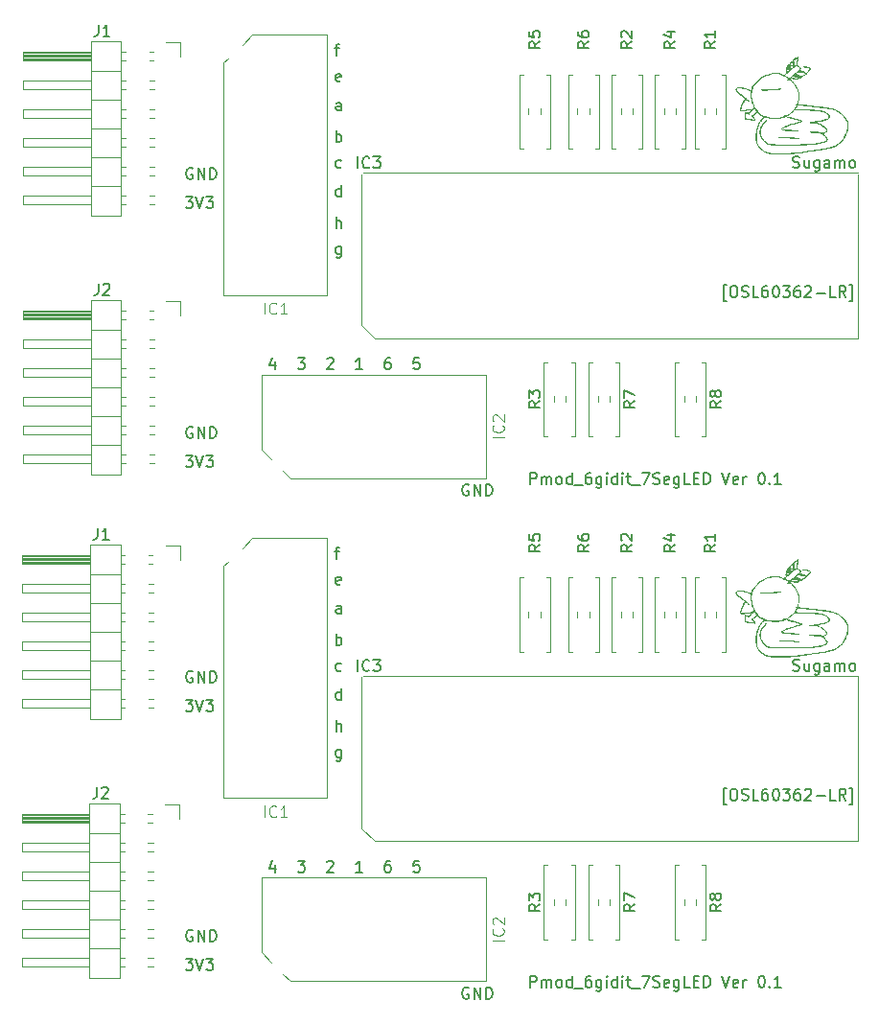
<source format=gbr>
%TF.GenerationSoftware,KiCad,Pcbnew,7.0.1*%
%TF.CreationDate,2023-05-14T01:33:17+09:00*%
%TF.ProjectId,___,62d8512e-6b69-4636-9164-5f7063625858,rev?*%
%TF.SameCoordinates,Original*%
%TF.FileFunction,Legend,Top*%
%TF.FilePolarity,Positive*%
%FSLAX46Y46*%
G04 Gerber Fmt 4.6, Leading zero omitted, Abs format (unit mm)*
G04 Created by KiCad (PCBNEW 7.0.1) date 2023-05-14 01:33:17*
%MOMM*%
%LPD*%
G01*
G04 APERTURE LIST*
%ADD10C,0.150000*%
%ADD11C,0.125000*%
%ADD12C,0.120000*%
G04 APERTURE END LIST*
D10*
X231923309Y-94266952D02*
X231685214Y-94266952D01*
X231685214Y-94266952D02*
X231685214Y-92838380D01*
X231685214Y-92838380D02*
X231923309Y-92838380D01*
X232494738Y-92933619D02*
X232685214Y-92933619D01*
X232685214Y-92933619D02*
X232780452Y-92981238D01*
X232780452Y-92981238D02*
X232875690Y-93076476D01*
X232875690Y-93076476D02*
X232923309Y-93266952D01*
X232923309Y-93266952D02*
X232923309Y-93600285D01*
X232923309Y-93600285D02*
X232875690Y-93790761D01*
X232875690Y-93790761D02*
X232780452Y-93886000D01*
X232780452Y-93886000D02*
X232685214Y-93933619D01*
X232685214Y-93933619D02*
X232494738Y-93933619D01*
X232494738Y-93933619D02*
X232399500Y-93886000D01*
X232399500Y-93886000D02*
X232304262Y-93790761D01*
X232304262Y-93790761D02*
X232256643Y-93600285D01*
X232256643Y-93600285D02*
X232256643Y-93266952D01*
X232256643Y-93266952D02*
X232304262Y-93076476D01*
X232304262Y-93076476D02*
X232399500Y-92981238D01*
X232399500Y-92981238D02*
X232494738Y-92933619D01*
X233304262Y-93886000D02*
X233447119Y-93933619D01*
X233447119Y-93933619D02*
X233685214Y-93933619D01*
X233685214Y-93933619D02*
X233780452Y-93886000D01*
X233780452Y-93886000D02*
X233828071Y-93838380D01*
X233828071Y-93838380D02*
X233875690Y-93743142D01*
X233875690Y-93743142D02*
X233875690Y-93647904D01*
X233875690Y-93647904D02*
X233828071Y-93552666D01*
X233828071Y-93552666D02*
X233780452Y-93505047D01*
X233780452Y-93505047D02*
X233685214Y-93457428D01*
X233685214Y-93457428D02*
X233494738Y-93409809D01*
X233494738Y-93409809D02*
X233399500Y-93362190D01*
X233399500Y-93362190D02*
X233351881Y-93314571D01*
X233351881Y-93314571D02*
X233304262Y-93219333D01*
X233304262Y-93219333D02*
X233304262Y-93124095D01*
X233304262Y-93124095D02*
X233351881Y-93028857D01*
X233351881Y-93028857D02*
X233399500Y-92981238D01*
X233399500Y-92981238D02*
X233494738Y-92933619D01*
X233494738Y-92933619D02*
X233732833Y-92933619D01*
X233732833Y-92933619D02*
X233875690Y-92981238D01*
X234780452Y-93933619D02*
X234304262Y-93933619D01*
X234304262Y-93933619D02*
X234304262Y-92933619D01*
X235542357Y-92933619D02*
X235351881Y-92933619D01*
X235351881Y-92933619D02*
X235256643Y-92981238D01*
X235256643Y-92981238D02*
X235209024Y-93028857D01*
X235209024Y-93028857D02*
X235113786Y-93171714D01*
X235113786Y-93171714D02*
X235066167Y-93362190D01*
X235066167Y-93362190D02*
X235066167Y-93743142D01*
X235066167Y-93743142D02*
X235113786Y-93838380D01*
X235113786Y-93838380D02*
X235161405Y-93886000D01*
X235161405Y-93886000D02*
X235256643Y-93933619D01*
X235256643Y-93933619D02*
X235447119Y-93933619D01*
X235447119Y-93933619D02*
X235542357Y-93886000D01*
X235542357Y-93886000D02*
X235589976Y-93838380D01*
X235589976Y-93838380D02*
X235637595Y-93743142D01*
X235637595Y-93743142D02*
X235637595Y-93505047D01*
X235637595Y-93505047D02*
X235589976Y-93409809D01*
X235589976Y-93409809D02*
X235542357Y-93362190D01*
X235542357Y-93362190D02*
X235447119Y-93314571D01*
X235447119Y-93314571D02*
X235256643Y-93314571D01*
X235256643Y-93314571D02*
X235161405Y-93362190D01*
X235161405Y-93362190D02*
X235113786Y-93409809D01*
X235113786Y-93409809D02*
X235066167Y-93505047D01*
X236256643Y-92933619D02*
X236351881Y-92933619D01*
X236351881Y-92933619D02*
X236447119Y-92981238D01*
X236447119Y-92981238D02*
X236494738Y-93028857D01*
X236494738Y-93028857D02*
X236542357Y-93124095D01*
X236542357Y-93124095D02*
X236589976Y-93314571D01*
X236589976Y-93314571D02*
X236589976Y-93552666D01*
X236589976Y-93552666D02*
X236542357Y-93743142D01*
X236542357Y-93743142D02*
X236494738Y-93838380D01*
X236494738Y-93838380D02*
X236447119Y-93886000D01*
X236447119Y-93886000D02*
X236351881Y-93933619D01*
X236351881Y-93933619D02*
X236256643Y-93933619D01*
X236256643Y-93933619D02*
X236161405Y-93886000D01*
X236161405Y-93886000D02*
X236113786Y-93838380D01*
X236113786Y-93838380D02*
X236066167Y-93743142D01*
X236066167Y-93743142D02*
X236018548Y-93552666D01*
X236018548Y-93552666D02*
X236018548Y-93314571D01*
X236018548Y-93314571D02*
X236066167Y-93124095D01*
X236066167Y-93124095D02*
X236113786Y-93028857D01*
X236113786Y-93028857D02*
X236161405Y-92981238D01*
X236161405Y-92981238D02*
X236256643Y-92933619D01*
X236923310Y-92933619D02*
X237542357Y-92933619D01*
X237542357Y-92933619D02*
X237209024Y-93314571D01*
X237209024Y-93314571D02*
X237351881Y-93314571D01*
X237351881Y-93314571D02*
X237447119Y-93362190D01*
X237447119Y-93362190D02*
X237494738Y-93409809D01*
X237494738Y-93409809D02*
X237542357Y-93505047D01*
X237542357Y-93505047D02*
X237542357Y-93743142D01*
X237542357Y-93743142D02*
X237494738Y-93838380D01*
X237494738Y-93838380D02*
X237447119Y-93886000D01*
X237447119Y-93886000D02*
X237351881Y-93933619D01*
X237351881Y-93933619D02*
X237066167Y-93933619D01*
X237066167Y-93933619D02*
X236970929Y-93886000D01*
X236970929Y-93886000D02*
X236923310Y-93838380D01*
X238399500Y-92933619D02*
X238209024Y-92933619D01*
X238209024Y-92933619D02*
X238113786Y-92981238D01*
X238113786Y-92981238D02*
X238066167Y-93028857D01*
X238066167Y-93028857D02*
X237970929Y-93171714D01*
X237970929Y-93171714D02*
X237923310Y-93362190D01*
X237923310Y-93362190D02*
X237923310Y-93743142D01*
X237923310Y-93743142D02*
X237970929Y-93838380D01*
X237970929Y-93838380D02*
X238018548Y-93886000D01*
X238018548Y-93886000D02*
X238113786Y-93933619D01*
X238113786Y-93933619D02*
X238304262Y-93933619D01*
X238304262Y-93933619D02*
X238399500Y-93886000D01*
X238399500Y-93886000D02*
X238447119Y-93838380D01*
X238447119Y-93838380D02*
X238494738Y-93743142D01*
X238494738Y-93743142D02*
X238494738Y-93505047D01*
X238494738Y-93505047D02*
X238447119Y-93409809D01*
X238447119Y-93409809D02*
X238399500Y-93362190D01*
X238399500Y-93362190D02*
X238304262Y-93314571D01*
X238304262Y-93314571D02*
X238113786Y-93314571D01*
X238113786Y-93314571D02*
X238018548Y-93362190D01*
X238018548Y-93362190D02*
X237970929Y-93409809D01*
X237970929Y-93409809D02*
X237923310Y-93505047D01*
X238875691Y-93028857D02*
X238923310Y-92981238D01*
X238923310Y-92981238D02*
X239018548Y-92933619D01*
X239018548Y-92933619D02*
X239256643Y-92933619D01*
X239256643Y-92933619D02*
X239351881Y-92981238D01*
X239351881Y-92981238D02*
X239399500Y-93028857D01*
X239399500Y-93028857D02*
X239447119Y-93124095D01*
X239447119Y-93124095D02*
X239447119Y-93219333D01*
X239447119Y-93219333D02*
X239399500Y-93362190D01*
X239399500Y-93362190D02*
X238828072Y-93933619D01*
X238828072Y-93933619D02*
X239447119Y-93933619D01*
X239875691Y-93552666D02*
X240637596Y-93552666D01*
X241589976Y-93933619D02*
X241113786Y-93933619D01*
X241113786Y-93933619D02*
X241113786Y-92933619D01*
X242494738Y-93933619D02*
X242161405Y-93457428D01*
X241923310Y-93933619D02*
X241923310Y-92933619D01*
X241923310Y-92933619D02*
X242304262Y-92933619D01*
X242304262Y-92933619D02*
X242399500Y-92981238D01*
X242399500Y-92981238D02*
X242447119Y-93028857D01*
X242447119Y-93028857D02*
X242494738Y-93124095D01*
X242494738Y-93124095D02*
X242494738Y-93266952D01*
X242494738Y-93266952D02*
X242447119Y-93362190D01*
X242447119Y-93362190D02*
X242399500Y-93409809D01*
X242399500Y-93409809D02*
X242304262Y-93457428D01*
X242304262Y-93457428D02*
X241923310Y-93457428D01*
X242828072Y-94266952D02*
X243066167Y-94266952D01*
X243066167Y-94266952D02*
X243066167Y-92838380D01*
X243066167Y-92838380D02*
X242828072Y-92838380D01*
X231923309Y-49848952D02*
X231685214Y-49848952D01*
X231685214Y-49848952D02*
X231685214Y-48420380D01*
X231685214Y-48420380D02*
X231923309Y-48420380D01*
X232494738Y-48515619D02*
X232685214Y-48515619D01*
X232685214Y-48515619D02*
X232780452Y-48563238D01*
X232780452Y-48563238D02*
X232875690Y-48658476D01*
X232875690Y-48658476D02*
X232923309Y-48848952D01*
X232923309Y-48848952D02*
X232923309Y-49182285D01*
X232923309Y-49182285D02*
X232875690Y-49372761D01*
X232875690Y-49372761D02*
X232780452Y-49468000D01*
X232780452Y-49468000D02*
X232685214Y-49515619D01*
X232685214Y-49515619D02*
X232494738Y-49515619D01*
X232494738Y-49515619D02*
X232399500Y-49468000D01*
X232399500Y-49468000D02*
X232304262Y-49372761D01*
X232304262Y-49372761D02*
X232256643Y-49182285D01*
X232256643Y-49182285D02*
X232256643Y-48848952D01*
X232256643Y-48848952D02*
X232304262Y-48658476D01*
X232304262Y-48658476D02*
X232399500Y-48563238D01*
X232399500Y-48563238D02*
X232494738Y-48515619D01*
X233304262Y-49468000D02*
X233447119Y-49515619D01*
X233447119Y-49515619D02*
X233685214Y-49515619D01*
X233685214Y-49515619D02*
X233780452Y-49468000D01*
X233780452Y-49468000D02*
X233828071Y-49420380D01*
X233828071Y-49420380D02*
X233875690Y-49325142D01*
X233875690Y-49325142D02*
X233875690Y-49229904D01*
X233875690Y-49229904D02*
X233828071Y-49134666D01*
X233828071Y-49134666D02*
X233780452Y-49087047D01*
X233780452Y-49087047D02*
X233685214Y-49039428D01*
X233685214Y-49039428D02*
X233494738Y-48991809D01*
X233494738Y-48991809D02*
X233399500Y-48944190D01*
X233399500Y-48944190D02*
X233351881Y-48896571D01*
X233351881Y-48896571D02*
X233304262Y-48801333D01*
X233304262Y-48801333D02*
X233304262Y-48706095D01*
X233304262Y-48706095D02*
X233351881Y-48610857D01*
X233351881Y-48610857D02*
X233399500Y-48563238D01*
X233399500Y-48563238D02*
X233494738Y-48515619D01*
X233494738Y-48515619D02*
X233732833Y-48515619D01*
X233732833Y-48515619D02*
X233875690Y-48563238D01*
X234780452Y-49515619D02*
X234304262Y-49515619D01*
X234304262Y-49515619D02*
X234304262Y-48515619D01*
X235542357Y-48515619D02*
X235351881Y-48515619D01*
X235351881Y-48515619D02*
X235256643Y-48563238D01*
X235256643Y-48563238D02*
X235209024Y-48610857D01*
X235209024Y-48610857D02*
X235113786Y-48753714D01*
X235113786Y-48753714D02*
X235066167Y-48944190D01*
X235066167Y-48944190D02*
X235066167Y-49325142D01*
X235066167Y-49325142D02*
X235113786Y-49420380D01*
X235113786Y-49420380D02*
X235161405Y-49468000D01*
X235161405Y-49468000D02*
X235256643Y-49515619D01*
X235256643Y-49515619D02*
X235447119Y-49515619D01*
X235447119Y-49515619D02*
X235542357Y-49468000D01*
X235542357Y-49468000D02*
X235589976Y-49420380D01*
X235589976Y-49420380D02*
X235637595Y-49325142D01*
X235637595Y-49325142D02*
X235637595Y-49087047D01*
X235637595Y-49087047D02*
X235589976Y-48991809D01*
X235589976Y-48991809D02*
X235542357Y-48944190D01*
X235542357Y-48944190D02*
X235447119Y-48896571D01*
X235447119Y-48896571D02*
X235256643Y-48896571D01*
X235256643Y-48896571D02*
X235161405Y-48944190D01*
X235161405Y-48944190D02*
X235113786Y-48991809D01*
X235113786Y-48991809D02*
X235066167Y-49087047D01*
X236256643Y-48515619D02*
X236351881Y-48515619D01*
X236351881Y-48515619D02*
X236447119Y-48563238D01*
X236447119Y-48563238D02*
X236494738Y-48610857D01*
X236494738Y-48610857D02*
X236542357Y-48706095D01*
X236542357Y-48706095D02*
X236589976Y-48896571D01*
X236589976Y-48896571D02*
X236589976Y-49134666D01*
X236589976Y-49134666D02*
X236542357Y-49325142D01*
X236542357Y-49325142D02*
X236494738Y-49420380D01*
X236494738Y-49420380D02*
X236447119Y-49468000D01*
X236447119Y-49468000D02*
X236351881Y-49515619D01*
X236351881Y-49515619D02*
X236256643Y-49515619D01*
X236256643Y-49515619D02*
X236161405Y-49468000D01*
X236161405Y-49468000D02*
X236113786Y-49420380D01*
X236113786Y-49420380D02*
X236066167Y-49325142D01*
X236066167Y-49325142D02*
X236018548Y-49134666D01*
X236018548Y-49134666D02*
X236018548Y-48896571D01*
X236018548Y-48896571D02*
X236066167Y-48706095D01*
X236066167Y-48706095D02*
X236113786Y-48610857D01*
X236113786Y-48610857D02*
X236161405Y-48563238D01*
X236161405Y-48563238D02*
X236256643Y-48515619D01*
X236923310Y-48515619D02*
X237542357Y-48515619D01*
X237542357Y-48515619D02*
X237209024Y-48896571D01*
X237209024Y-48896571D02*
X237351881Y-48896571D01*
X237351881Y-48896571D02*
X237447119Y-48944190D01*
X237447119Y-48944190D02*
X237494738Y-48991809D01*
X237494738Y-48991809D02*
X237542357Y-49087047D01*
X237542357Y-49087047D02*
X237542357Y-49325142D01*
X237542357Y-49325142D02*
X237494738Y-49420380D01*
X237494738Y-49420380D02*
X237447119Y-49468000D01*
X237447119Y-49468000D02*
X237351881Y-49515619D01*
X237351881Y-49515619D02*
X237066167Y-49515619D01*
X237066167Y-49515619D02*
X236970929Y-49468000D01*
X236970929Y-49468000D02*
X236923310Y-49420380D01*
X238399500Y-48515619D02*
X238209024Y-48515619D01*
X238209024Y-48515619D02*
X238113786Y-48563238D01*
X238113786Y-48563238D02*
X238066167Y-48610857D01*
X238066167Y-48610857D02*
X237970929Y-48753714D01*
X237970929Y-48753714D02*
X237923310Y-48944190D01*
X237923310Y-48944190D02*
X237923310Y-49325142D01*
X237923310Y-49325142D02*
X237970929Y-49420380D01*
X237970929Y-49420380D02*
X238018548Y-49468000D01*
X238018548Y-49468000D02*
X238113786Y-49515619D01*
X238113786Y-49515619D02*
X238304262Y-49515619D01*
X238304262Y-49515619D02*
X238399500Y-49468000D01*
X238399500Y-49468000D02*
X238447119Y-49420380D01*
X238447119Y-49420380D02*
X238494738Y-49325142D01*
X238494738Y-49325142D02*
X238494738Y-49087047D01*
X238494738Y-49087047D02*
X238447119Y-48991809D01*
X238447119Y-48991809D02*
X238399500Y-48944190D01*
X238399500Y-48944190D02*
X238304262Y-48896571D01*
X238304262Y-48896571D02*
X238113786Y-48896571D01*
X238113786Y-48896571D02*
X238018548Y-48944190D01*
X238018548Y-48944190D02*
X237970929Y-48991809D01*
X237970929Y-48991809D02*
X237923310Y-49087047D01*
X238875691Y-48610857D02*
X238923310Y-48563238D01*
X238923310Y-48563238D02*
X239018548Y-48515619D01*
X239018548Y-48515619D02*
X239256643Y-48515619D01*
X239256643Y-48515619D02*
X239351881Y-48563238D01*
X239351881Y-48563238D02*
X239399500Y-48610857D01*
X239399500Y-48610857D02*
X239447119Y-48706095D01*
X239447119Y-48706095D02*
X239447119Y-48801333D01*
X239447119Y-48801333D02*
X239399500Y-48944190D01*
X239399500Y-48944190D02*
X238828072Y-49515619D01*
X238828072Y-49515619D02*
X239447119Y-49515619D01*
X239875691Y-49134666D02*
X240637596Y-49134666D01*
X241589976Y-49515619D02*
X241113786Y-49515619D01*
X241113786Y-49515619D02*
X241113786Y-48515619D01*
X242494738Y-49515619D02*
X242161405Y-49039428D01*
X241923310Y-49515619D02*
X241923310Y-48515619D01*
X241923310Y-48515619D02*
X242304262Y-48515619D01*
X242304262Y-48515619D02*
X242399500Y-48563238D01*
X242399500Y-48563238D02*
X242447119Y-48610857D01*
X242447119Y-48610857D02*
X242494738Y-48706095D01*
X242494738Y-48706095D02*
X242494738Y-48848952D01*
X242494738Y-48848952D02*
X242447119Y-48944190D01*
X242447119Y-48944190D02*
X242399500Y-48991809D01*
X242399500Y-48991809D02*
X242304262Y-49039428D01*
X242304262Y-49039428D02*
X241923310Y-49039428D01*
X242828072Y-49848952D02*
X243066167Y-49848952D01*
X243066167Y-49848952D02*
X243066167Y-48420380D01*
X243066167Y-48420380D02*
X242828072Y-48420380D01*
X196664976Y-99378857D02*
X196712595Y-99331238D01*
X196712595Y-99331238D02*
X196807833Y-99283619D01*
X196807833Y-99283619D02*
X197045928Y-99283619D01*
X197045928Y-99283619D02*
X197141166Y-99331238D01*
X197141166Y-99331238D02*
X197188785Y-99378857D01*
X197188785Y-99378857D02*
X197236404Y-99474095D01*
X197236404Y-99474095D02*
X197236404Y-99569333D01*
X197236404Y-99569333D02*
X197188785Y-99712190D01*
X197188785Y-99712190D02*
X196617357Y-100283619D01*
X196617357Y-100283619D02*
X197236404Y-100283619D01*
X196664976Y-54960857D02*
X196712595Y-54913238D01*
X196712595Y-54913238D02*
X196807833Y-54865619D01*
X196807833Y-54865619D02*
X197045928Y-54865619D01*
X197045928Y-54865619D02*
X197141166Y-54913238D01*
X197141166Y-54913238D02*
X197188785Y-54960857D01*
X197188785Y-54960857D02*
X197236404Y-55056095D01*
X197236404Y-55056095D02*
X197236404Y-55151333D01*
X197236404Y-55151333D02*
X197188785Y-55294190D01*
X197188785Y-55294190D02*
X196617357Y-55865619D01*
X196617357Y-55865619D02*
X197236404Y-55865619D01*
X197474595Y-80217619D02*
X197474595Y-79217619D01*
X197474595Y-79598571D02*
X197569833Y-79550952D01*
X197569833Y-79550952D02*
X197760309Y-79550952D01*
X197760309Y-79550952D02*
X197855547Y-79598571D01*
X197855547Y-79598571D02*
X197903166Y-79646190D01*
X197903166Y-79646190D02*
X197950785Y-79741428D01*
X197950785Y-79741428D02*
X197950785Y-80027142D01*
X197950785Y-80027142D02*
X197903166Y-80122380D01*
X197903166Y-80122380D02*
X197855547Y-80170000D01*
X197855547Y-80170000D02*
X197760309Y-80217619D01*
X197760309Y-80217619D02*
X197569833Y-80217619D01*
X197569833Y-80217619D02*
X197474595Y-80170000D01*
X197474595Y-35799619D02*
X197474595Y-34799619D01*
X197474595Y-35180571D02*
X197569833Y-35132952D01*
X197569833Y-35132952D02*
X197760309Y-35132952D01*
X197760309Y-35132952D02*
X197855547Y-35180571D01*
X197855547Y-35180571D02*
X197903166Y-35228190D01*
X197903166Y-35228190D02*
X197950785Y-35323428D01*
X197950785Y-35323428D02*
X197950785Y-35609142D01*
X197950785Y-35609142D02*
X197903166Y-35704380D01*
X197903166Y-35704380D02*
X197855547Y-35752000D01*
X197855547Y-35752000D02*
X197760309Y-35799619D01*
X197760309Y-35799619D02*
X197569833Y-35799619D01*
X197569833Y-35799619D02*
X197474595Y-35752000D01*
X199776404Y-55865619D02*
X199204976Y-55865619D01*
X199490690Y-55865619D02*
X199490690Y-54865619D01*
X199490690Y-54865619D02*
X199395452Y-55008476D01*
X199395452Y-55008476D02*
X199300214Y-55103714D01*
X199300214Y-55103714D02*
X199204976Y-55151333D01*
X199776404Y-100283619D02*
X199204976Y-100283619D01*
X199490690Y-100283619D02*
X199490690Y-99283619D01*
X199490690Y-99283619D02*
X199395452Y-99426476D01*
X199395452Y-99426476D02*
X199300214Y-99521714D01*
X199300214Y-99521714D02*
X199204976Y-99569333D01*
X184790404Y-82567238D02*
X184695166Y-82519619D01*
X184695166Y-82519619D02*
X184552309Y-82519619D01*
X184552309Y-82519619D02*
X184409452Y-82567238D01*
X184409452Y-82567238D02*
X184314214Y-82662476D01*
X184314214Y-82662476D02*
X184266595Y-82757714D01*
X184266595Y-82757714D02*
X184218976Y-82948190D01*
X184218976Y-82948190D02*
X184218976Y-83091047D01*
X184218976Y-83091047D02*
X184266595Y-83281523D01*
X184266595Y-83281523D02*
X184314214Y-83376761D01*
X184314214Y-83376761D02*
X184409452Y-83472000D01*
X184409452Y-83472000D02*
X184552309Y-83519619D01*
X184552309Y-83519619D02*
X184647547Y-83519619D01*
X184647547Y-83519619D02*
X184790404Y-83472000D01*
X184790404Y-83472000D02*
X184838023Y-83424380D01*
X184838023Y-83424380D02*
X184838023Y-83091047D01*
X184838023Y-83091047D02*
X184647547Y-83091047D01*
X185266595Y-83519619D02*
X185266595Y-82519619D01*
X185266595Y-82519619D02*
X185838023Y-83519619D01*
X185838023Y-83519619D02*
X185838023Y-82519619D01*
X186314214Y-83519619D02*
X186314214Y-82519619D01*
X186314214Y-82519619D02*
X186552309Y-82519619D01*
X186552309Y-82519619D02*
X186695166Y-82567238D01*
X186695166Y-82567238D02*
X186790404Y-82662476D01*
X186790404Y-82662476D02*
X186838023Y-82757714D01*
X186838023Y-82757714D02*
X186885642Y-82948190D01*
X186885642Y-82948190D02*
X186885642Y-83091047D01*
X186885642Y-83091047D02*
X186838023Y-83281523D01*
X186838023Y-83281523D02*
X186790404Y-83376761D01*
X186790404Y-83376761D02*
X186695166Y-83472000D01*
X186695166Y-83472000D02*
X186552309Y-83519619D01*
X186552309Y-83519619D02*
X186314214Y-83519619D01*
X184790404Y-38149238D02*
X184695166Y-38101619D01*
X184695166Y-38101619D02*
X184552309Y-38101619D01*
X184552309Y-38101619D02*
X184409452Y-38149238D01*
X184409452Y-38149238D02*
X184314214Y-38244476D01*
X184314214Y-38244476D02*
X184266595Y-38339714D01*
X184266595Y-38339714D02*
X184218976Y-38530190D01*
X184218976Y-38530190D02*
X184218976Y-38673047D01*
X184218976Y-38673047D02*
X184266595Y-38863523D01*
X184266595Y-38863523D02*
X184314214Y-38958761D01*
X184314214Y-38958761D02*
X184409452Y-39054000D01*
X184409452Y-39054000D02*
X184552309Y-39101619D01*
X184552309Y-39101619D02*
X184647547Y-39101619D01*
X184647547Y-39101619D02*
X184790404Y-39054000D01*
X184790404Y-39054000D02*
X184838023Y-39006380D01*
X184838023Y-39006380D02*
X184838023Y-38673047D01*
X184838023Y-38673047D02*
X184647547Y-38673047D01*
X185266595Y-39101619D02*
X185266595Y-38101619D01*
X185266595Y-38101619D02*
X185838023Y-39101619D01*
X185838023Y-39101619D02*
X185838023Y-38101619D01*
X186314214Y-39101619D02*
X186314214Y-38101619D01*
X186314214Y-38101619D02*
X186552309Y-38101619D01*
X186552309Y-38101619D02*
X186695166Y-38149238D01*
X186695166Y-38149238D02*
X186790404Y-38244476D01*
X186790404Y-38244476D02*
X186838023Y-38339714D01*
X186838023Y-38339714D02*
X186885642Y-38530190D01*
X186885642Y-38530190D02*
X186885642Y-38673047D01*
X186885642Y-38673047D02*
X186838023Y-38863523D01*
X186838023Y-38863523D02*
X186790404Y-38958761D01*
X186790404Y-38958761D02*
X186695166Y-39054000D01*
X186695166Y-39054000D02*
X186552309Y-39101619D01*
X186552309Y-39101619D02*
X186314214Y-39101619D01*
X197903166Y-40625619D02*
X197903166Y-39625619D01*
X197903166Y-40578000D02*
X197807928Y-40625619D01*
X197807928Y-40625619D02*
X197617452Y-40625619D01*
X197617452Y-40625619D02*
X197522214Y-40578000D01*
X197522214Y-40578000D02*
X197474595Y-40530380D01*
X197474595Y-40530380D02*
X197426976Y-40435142D01*
X197426976Y-40435142D02*
X197426976Y-40149428D01*
X197426976Y-40149428D02*
X197474595Y-40054190D01*
X197474595Y-40054190D02*
X197522214Y-40006571D01*
X197522214Y-40006571D02*
X197617452Y-39958952D01*
X197617452Y-39958952D02*
X197807928Y-39958952D01*
X197807928Y-39958952D02*
X197903166Y-40006571D01*
X197903166Y-85043619D02*
X197903166Y-84043619D01*
X197903166Y-84996000D02*
X197807928Y-85043619D01*
X197807928Y-85043619D02*
X197617452Y-85043619D01*
X197617452Y-85043619D02*
X197522214Y-84996000D01*
X197522214Y-84996000D02*
X197474595Y-84948380D01*
X197474595Y-84948380D02*
X197426976Y-84853142D01*
X197426976Y-84853142D02*
X197426976Y-84567428D01*
X197426976Y-84567428D02*
X197474595Y-84472190D01*
X197474595Y-84472190D02*
X197522214Y-84424571D01*
X197522214Y-84424571D02*
X197617452Y-84376952D01*
X197617452Y-84376952D02*
X197807928Y-84376952D01*
X197807928Y-84376952D02*
X197903166Y-84424571D01*
X209174404Y-66089238D02*
X209079166Y-66041619D01*
X209079166Y-66041619D02*
X208936309Y-66041619D01*
X208936309Y-66041619D02*
X208793452Y-66089238D01*
X208793452Y-66089238D02*
X208698214Y-66184476D01*
X208698214Y-66184476D02*
X208650595Y-66279714D01*
X208650595Y-66279714D02*
X208602976Y-66470190D01*
X208602976Y-66470190D02*
X208602976Y-66613047D01*
X208602976Y-66613047D02*
X208650595Y-66803523D01*
X208650595Y-66803523D02*
X208698214Y-66898761D01*
X208698214Y-66898761D02*
X208793452Y-66994000D01*
X208793452Y-66994000D02*
X208936309Y-67041619D01*
X208936309Y-67041619D02*
X209031547Y-67041619D01*
X209031547Y-67041619D02*
X209174404Y-66994000D01*
X209174404Y-66994000D02*
X209222023Y-66946380D01*
X209222023Y-66946380D02*
X209222023Y-66613047D01*
X209222023Y-66613047D02*
X209031547Y-66613047D01*
X209650595Y-67041619D02*
X209650595Y-66041619D01*
X209650595Y-66041619D02*
X210222023Y-67041619D01*
X210222023Y-67041619D02*
X210222023Y-66041619D01*
X210698214Y-67041619D02*
X210698214Y-66041619D01*
X210698214Y-66041619D02*
X210936309Y-66041619D01*
X210936309Y-66041619D02*
X211079166Y-66089238D01*
X211079166Y-66089238D02*
X211174404Y-66184476D01*
X211174404Y-66184476D02*
X211222023Y-66279714D01*
X211222023Y-66279714D02*
X211269642Y-66470190D01*
X211269642Y-66470190D02*
X211269642Y-66613047D01*
X211269642Y-66613047D02*
X211222023Y-66803523D01*
X211222023Y-66803523D02*
X211174404Y-66898761D01*
X211174404Y-66898761D02*
X211079166Y-66994000D01*
X211079166Y-66994000D02*
X210936309Y-67041619D01*
X210936309Y-67041619D02*
X210698214Y-67041619D01*
X209174404Y-110507238D02*
X209079166Y-110459619D01*
X209079166Y-110459619D02*
X208936309Y-110459619D01*
X208936309Y-110459619D02*
X208793452Y-110507238D01*
X208793452Y-110507238D02*
X208698214Y-110602476D01*
X208698214Y-110602476D02*
X208650595Y-110697714D01*
X208650595Y-110697714D02*
X208602976Y-110888190D01*
X208602976Y-110888190D02*
X208602976Y-111031047D01*
X208602976Y-111031047D02*
X208650595Y-111221523D01*
X208650595Y-111221523D02*
X208698214Y-111316761D01*
X208698214Y-111316761D02*
X208793452Y-111412000D01*
X208793452Y-111412000D02*
X208936309Y-111459619D01*
X208936309Y-111459619D02*
X209031547Y-111459619D01*
X209031547Y-111459619D02*
X209174404Y-111412000D01*
X209174404Y-111412000D02*
X209222023Y-111364380D01*
X209222023Y-111364380D02*
X209222023Y-111031047D01*
X209222023Y-111031047D02*
X209031547Y-111031047D01*
X209650595Y-111459619D02*
X209650595Y-110459619D01*
X209650595Y-110459619D02*
X210222023Y-111459619D01*
X210222023Y-111459619D02*
X210222023Y-110459619D01*
X210698214Y-111459619D02*
X210698214Y-110459619D01*
X210698214Y-110459619D02*
X210936309Y-110459619D01*
X210936309Y-110459619D02*
X211079166Y-110507238D01*
X211079166Y-110507238D02*
X211174404Y-110602476D01*
X211174404Y-110602476D02*
X211222023Y-110697714D01*
X211222023Y-110697714D02*
X211269642Y-110888190D01*
X211269642Y-110888190D02*
X211269642Y-111031047D01*
X211269642Y-111031047D02*
X211222023Y-111221523D01*
X211222023Y-111221523D02*
X211174404Y-111316761D01*
X211174404Y-111316761D02*
X211079166Y-111412000D01*
X211079166Y-111412000D02*
X210936309Y-111459619D01*
X210936309Y-111459619D02*
X210698214Y-111459619D01*
X194077357Y-54865619D02*
X194696404Y-54865619D01*
X194696404Y-54865619D02*
X194363071Y-55246571D01*
X194363071Y-55246571D02*
X194505928Y-55246571D01*
X194505928Y-55246571D02*
X194601166Y-55294190D01*
X194601166Y-55294190D02*
X194648785Y-55341809D01*
X194648785Y-55341809D02*
X194696404Y-55437047D01*
X194696404Y-55437047D02*
X194696404Y-55675142D01*
X194696404Y-55675142D02*
X194648785Y-55770380D01*
X194648785Y-55770380D02*
X194601166Y-55818000D01*
X194601166Y-55818000D02*
X194505928Y-55865619D01*
X194505928Y-55865619D02*
X194220214Y-55865619D01*
X194220214Y-55865619D02*
X194124976Y-55818000D01*
X194124976Y-55818000D02*
X194077357Y-55770380D01*
X194077357Y-99283619D02*
X194696404Y-99283619D01*
X194696404Y-99283619D02*
X194363071Y-99664571D01*
X194363071Y-99664571D02*
X194505928Y-99664571D01*
X194505928Y-99664571D02*
X194601166Y-99712190D01*
X194601166Y-99712190D02*
X194648785Y-99759809D01*
X194648785Y-99759809D02*
X194696404Y-99855047D01*
X194696404Y-99855047D02*
X194696404Y-100093142D01*
X194696404Y-100093142D02*
X194648785Y-100188380D01*
X194648785Y-100188380D02*
X194601166Y-100236000D01*
X194601166Y-100236000D02*
X194505928Y-100283619D01*
X194505928Y-100283619D02*
X194220214Y-100283619D01*
X194220214Y-100283619D02*
X194124976Y-100236000D01*
X194124976Y-100236000D02*
X194077357Y-100188380D01*
X184171357Y-85059619D02*
X184790404Y-85059619D01*
X184790404Y-85059619D02*
X184457071Y-85440571D01*
X184457071Y-85440571D02*
X184599928Y-85440571D01*
X184599928Y-85440571D02*
X184695166Y-85488190D01*
X184695166Y-85488190D02*
X184742785Y-85535809D01*
X184742785Y-85535809D02*
X184790404Y-85631047D01*
X184790404Y-85631047D02*
X184790404Y-85869142D01*
X184790404Y-85869142D02*
X184742785Y-85964380D01*
X184742785Y-85964380D02*
X184695166Y-86012000D01*
X184695166Y-86012000D02*
X184599928Y-86059619D01*
X184599928Y-86059619D02*
X184314214Y-86059619D01*
X184314214Y-86059619D02*
X184218976Y-86012000D01*
X184218976Y-86012000D02*
X184171357Y-85964380D01*
X185076119Y-85059619D02*
X185409452Y-86059619D01*
X185409452Y-86059619D02*
X185742785Y-85059619D01*
X185980881Y-85059619D02*
X186599928Y-85059619D01*
X186599928Y-85059619D02*
X186266595Y-85440571D01*
X186266595Y-85440571D02*
X186409452Y-85440571D01*
X186409452Y-85440571D02*
X186504690Y-85488190D01*
X186504690Y-85488190D02*
X186552309Y-85535809D01*
X186552309Y-85535809D02*
X186599928Y-85631047D01*
X186599928Y-85631047D02*
X186599928Y-85869142D01*
X186599928Y-85869142D02*
X186552309Y-85964380D01*
X186552309Y-85964380D02*
X186504690Y-86012000D01*
X186504690Y-86012000D02*
X186409452Y-86059619D01*
X186409452Y-86059619D02*
X186123738Y-86059619D01*
X186123738Y-86059619D02*
X186028500Y-86012000D01*
X186028500Y-86012000D02*
X185980881Y-85964380D01*
X184171357Y-40641619D02*
X184790404Y-40641619D01*
X184790404Y-40641619D02*
X184457071Y-41022571D01*
X184457071Y-41022571D02*
X184599928Y-41022571D01*
X184599928Y-41022571D02*
X184695166Y-41070190D01*
X184695166Y-41070190D02*
X184742785Y-41117809D01*
X184742785Y-41117809D02*
X184790404Y-41213047D01*
X184790404Y-41213047D02*
X184790404Y-41451142D01*
X184790404Y-41451142D02*
X184742785Y-41546380D01*
X184742785Y-41546380D02*
X184695166Y-41594000D01*
X184695166Y-41594000D02*
X184599928Y-41641619D01*
X184599928Y-41641619D02*
X184314214Y-41641619D01*
X184314214Y-41641619D02*
X184218976Y-41594000D01*
X184218976Y-41594000D02*
X184171357Y-41546380D01*
X185076119Y-40641619D02*
X185409452Y-41641619D01*
X185409452Y-41641619D02*
X185742785Y-40641619D01*
X185980881Y-40641619D02*
X186599928Y-40641619D01*
X186599928Y-40641619D02*
X186266595Y-41022571D01*
X186266595Y-41022571D02*
X186409452Y-41022571D01*
X186409452Y-41022571D02*
X186504690Y-41070190D01*
X186504690Y-41070190D02*
X186552309Y-41117809D01*
X186552309Y-41117809D02*
X186599928Y-41213047D01*
X186599928Y-41213047D02*
X186599928Y-41451142D01*
X186599928Y-41451142D02*
X186552309Y-41546380D01*
X186552309Y-41546380D02*
X186504690Y-41594000D01*
X186504690Y-41594000D02*
X186409452Y-41641619D01*
X186409452Y-41641619D02*
X186123738Y-41641619D01*
X186123738Y-41641619D02*
X186028500Y-41594000D01*
X186028500Y-41594000D02*
X185980881Y-41546380D01*
X197903166Y-89456952D02*
X197903166Y-90266476D01*
X197903166Y-90266476D02*
X197855547Y-90361714D01*
X197855547Y-90361714D02*
X197807928Y-90409333D01*
X197807928Y-90409333D02*
X197712690Y-90456952D01*
X197712690Y-90456952D02*
X197569833Y-90456952D01*
X197569833Y-90456952D02*
X197474595Y-90409333D01*
X197903166Y-90076000D02*
X197807928Y-90123619D01*
X197807928Y-90123619D02*
X197617452Y-90123619D01*
X197617452Y-90123619D02*
X197522214Y-90076000D01*
X197522214Y-90076000D02*
X197474595Y-90028380D01*
X197474595Y-90028380D02*
X197426976Y-89933142D01*
X197426976Y-89933142D02*
X197426976Y-89647428D01*
X197426976Y-89647428D02*
X197474595Y-89552190D01*
X197474595Y-89552190D02*
X197522214Y-89504571D01*
X197522214Y-89504571D02*
X197617452Y-89456952D01*
X197617452Y-89456952D02*
X197807928Y-89456952D01*
X197807928Y-89456952D02*
X197903166Y-89504571D01*
X197903166Y-45038952D02*
X197903166Y-45848476D01*
X197903166Y-45848476D02*
X197855547Y-45943714D01*
X197855547Y-45943714D02*
X197807928Y-45991333D01*
X197807928Y-45991333D02*
X197712690Y-46038952D01*
X197712690Y-46038952D02*
X197569833Y-46038952D01*
X197569833Y-46038952D02*
X197474595Y-45991333D01*
X197903166Y-45658000D02*
X197807928Y-45705619D01*
X197807928Y-45705619D02*
X197617452Y-45705619D01*
X197617452Y-45705619D02*
X197522214Y-45658000D01*
X197522214Y-45658000D02*
X197474595Y-45610380D01*
X197474595Y-45610380D02*
X197426976Y-45515142D01*
X197426976Y-45515142D02*
X197426976Y-45229428D01*
X197426976Y-45229428D02*
X197474595Y-45134190D01*
X197474595Y-45134190D02*
X197522214Y-45086571D01*
X197522214Y-45086571D02*
X197617452Y-45038952D01*
X197617452Y-45038952D02*
X197807928Y-45038952D01*
X197807928Y-45038952D02*
X197903166Y-45086571D01*
X197903166Y-82456000D02*
X197807928Y-82503619D01*
X197807928Y-82503619D02*
X197617452Y-82503619D01*
X197617452Y-82503619D02*
X197522214Y-82456000D01*
X197522214Y-82456000D02*
X197474595Y-82408380D01*
X197474595Y-82408380D02*
X197426976Y-82313142D01*
X197426976Y-82313142D02*
X197426976Y-82027428D01*
X197426976Y-82027428D02*
X197474595Y-81932190D01*
X197474595Y-81932190D02*
X197522214Y-81884571D01*
X197522214Y-81884571D02*
X197617452Y-81836952D01*
X197617452Y-81836952D02*
X197807928Y-81836952D01*
X197807928Y-81836952D02*
X197903166Y-81884571D01*
X197903166Y-38038000D02*
X197807928Y-38085619D01*
X197807928Y-38085619D02*
X197617452Y-38085619D01*
X197617452Y-38085619D02*
X197522214Y-38038000D01*
X197522214Y-38038000D02*
X197474595Y-37990380D01*
X197474595Y-37990380D02*
X197426976Y-37895142D01*
X197426976Y-37895142D02*
X197426976Y-37609428D01*
X197426976Y-37609428D02*
X197474595Y-37514190D01*
X197474595Y-37514190D02*
X197522214Y-37466571D01*
X197522214Y-37466571D02*
X197617452Y-37418952D01*
X197617452Y-37418952D02*
X197807928Y-37418952D01*
X197807928Y-37418952D02*
X197903166Y-37466571D01*
X184171357Y-63501619D02*
X184790404Y-63501619D01*
X184790404Y-63501619D02*
X184457071Y-63882571D01*
X184457071Y-63882571D02*
X184599928Y-63882571D01*
X184599928Y-63882571D02*
X184695166Y-63930190D01*
X184695166Y-63930190D02*
X184742785Y-63977809D01*
X184742785Y-63977809D02*
X184790404Y-64073047D01*
X184790404Y-64073047D02*
X184790404Y-64311142D01*
X184790404Y-64311142D02*
X184742785Y-64406380D01*
X184742785Y-64406380D02*
X184695166Y-64454000D01*
X184695166Y-64454000D02*
X184599928Y-64501619D01*
X184599928Y-64501619D02*
X184314214Y-64501619D01*
X184314214Y-64501619D02*
X184218976Y-64454000D01*
X184218976Y-64454000D02*
X184171357Y-64406380D01*
X185076119Y-63501619D02*
X185409452Y-64501619D01*
X185409452Y-64501619D02*
X185742785Y-63501619D01*
X185980881Y-63501619D02*
X186599928Y-63501619D01*
X186599928Y-63501619D02*
X186266595Y-63882571D01*
X186266595Y-63882571D02*
X186409452Y-63882571D01*
X186409452Y-63882571D02*
X186504690Y-63930190D01*
X186504690Y-63930190D02*
X186552309Y-63977809D01*
X186552309Y-63977809D02*
X186599928Y-64073047D01*
X186599928Y-64073047D02*
X186599928Y-64311142D01*
X186599928Y-64311142D02*
X186552309Y-64406380D01*
X186552309Y-64406380D02*
X186504690Y-64454000D01*
X186504690Y-64454000D02*
X186409452Y-64501619D01*
X186409452Y-64501619D02*
X186123738Y-64501619D01*
X186123738Y-64501619D02*
X186028500Y-64454000D01*
X186028500Y-64454000D02*
X185980881Y-64406380D01*
X184171357Y-107919619D02*
X184790404Y-107919619D01*
X184790404Y-107919619D02*
X184457071Y-108300571D01*
X184457071Y-108300571D02*
X184599928Y-108300571D01*
X184599928Y-108300571D02*
X184695166Y-108348190D01*
X184695166Y-108348190D02*
X184742785Y-108395809D01*
X184742785Y-108395809D02*
X184790404Y-108491047D01*
X184790404Y-108491047D02*
X184790404Y-108729142D01*
X184790404Y-108729142D02*
X184742785Y-108824380D01*
X184742785Y-108824380D02*
X184695166Y-108872000D01*
X184695166Y-108872000D02*
X184599928Y-108919619D01*
X184599928Y-108919619D02*
X184314214Y-108919619D01*
X184314214Y-108919619D02*
X184218976Y-108872000D01*
X184218976Y-108872000D02*
X184171357Y-108824380D01*
X185076119Y-107919619D02*
X185409452Y-108919619D01*
X185409452Y-108919619D02*
X185742785Y-107919619D01*
X185980881Y-107919619D02*
X186599928Y-107919619D01*
X186599928Y-107919619D02*
X186266595Y-108300571D01*
X186266595Y-108300571D02*
X186409452Y-108300571D01*
X186409452Y-108300571D02*
X186504690Y-108348190D01*
X186504690Y-108348190D02*
X186552309Y-108395809D01*
X186552309Y-108395809D02*
X186599928Y-108491047D01*
X186599928Y-108491047D02*
X186599928Y-108729142D01*
X186599928Y-108729142D02*
X186552309Y-108824380D01*
X186552309Y-108824380D02*
X186504690Y-108872000D01*
X186504690Y-108872000D02*
X186409452Y-108919619D01*
X186409452Y-108919619D02*
X186123738Y-108919619D01*
X186123738Y-108919619D02*
X186028500Y-108872000D01*
X186028500Y-108872000D02*
X185980881Y-108824380D01*
X197903166Y-77423619D02*
X197903166Y-76899809D01*
X197903166Y-76899809D02*
X197855547Y-76804571D01*
X197855547Y-76804571D02*
X197760309Y-76756952D01*
X197760309Y-76756952D02*
X197569833Y-76756952D01*
X197569833Y-76756952D02*
X197474595Y-76804571D01*
X197903166Y-77376000D02*
X197807928Y-77423619D01*
X197807928Y-77423619D02*
X197569833Y-77423619D01*
X197569833Y-77423619D02*
X197474595Y-77376000D01*
X197474595Y-77376000D02*
X197426976Y-77280761D01*
X197426976Y-77280761D02*
X197426976Y-77185523D01*
X197426976Y-77185523D02*
X197474595Y-77090285D01*
X197474595Y-77090285D02*
X197569833Y-77042666D01*
X197569833Y-77042666D02*
X197807928Y-77042666D01*
X197807928Y-77042666D02*
X197903166Y-76995047D01*
X197903166Y-33005619D02*
X197903166Y-32481809D01*
X197903166Y-32481809D02*
X197855547Y-32386571D01*
X197855547Y-32386571D02*
X197760309Y-32338952D01*
X197760309Y-32338952D02*
X197569833Y-32338952D01*
X197569833Y-32338952D02*
X197474595Y-32386571D01*
X197903166Y-32958000D02*
X197807928Y-33005619D01*
X197807928Y-33005619D02*
X197569833Y-33005619D01*
X197569833Y-33005619D02*
X197474595Y-32958000D01*
X197474595Y-32958000D02*
X197426976Y-32862761D01*
X197426976Y-32862761D02*
X197426976Y-32767523D01*
X197426976Y-32767523D02*
X197474595Y-32672285D01*
X197474595Y-32672285D02*
X197569833Y-32624666D01*
X197569833Y-32624666D02*
X197807928Y-32624666D01*
X197807928Y-32624666D02*
X197903166Y-32577047D01*
X202221166Y-54865619D02*
X202030690Y-54865619D01*
X202030690Y-54865619D02*
X201935452Y-54913238D01*
X201935452Y-54913238D02*
X201887833Y-54960857D01*
X201887833Y-54960857D02*
X201792595Y-55103714D01*
X201792595Y-55103714D02*
X201744976Y-55294190D01*
X201744976Y-55294190D02*
X201744976Y-55675142D01*
X201744976Y-55675142D02*
X201792595Y-55770380D01*
X201792595Y-55770380D02*
X201840214Y-55818000D01*
X201840214Y-55818000D02*
X201935452Y-55865619D01*
X201935452Y-55865619D02*
X202125928Y-55865619D01*
X202125928Y-55865619D02*
X202221166Y-55818000D01*
X202221166Y-55818000D02*
X202268785Y-55770380D01*
X202268785Y-55770380D02*
X202316404Y-55675142D01*
X202316404Y-55675142D02*
X202316404Y-55437047D01*
X202316404Y-55437047D02*
X202268785Y-55341809D01*
X202268785Y-55341809D02*
X202221166Y-55294190D01*
X202221166Y-55294190D02*
X202125928Y-55246571D01*
X202125928Y-55246571D02*
X201935452Y-55246571D01*
X201935452Y-55246571D02*
X201840214Y-55294190D01*
X201840214Y-55294190D02*
X201792595Y-55341809D01*
X201792595Y-55341809D02*
X201744976Y-55437047D01*
X202221166Y-99283619D02*
X202030690Y-99283619D01*
X202030690Y-99283619D02*
X201935452Y-99331238D01*
X201935452Y-99331238D02*
X201887833Y-99378857D01*
X201887833Y-99378857D02*
X201792595Y-99521714D01*
X201792595Y-99521714D02*
X201744976Y-99712190D01*
X201744976Y-99712190D02*
X201744976Y-100093142D01*
X201744976Y-100093142D02*
X201792595Y-100188380D01*
X201792595Y-100188380D02*
X201840214Y-100236000D01*
X201840214Y-100236000D02*
X201935452Y-100283619D01*
X201935452Y-100283619D02*
X202125928Y-100283619D01*
X202125928Y-100283619D02*
X202221166Y-100236000D01*
X202221166Y-100236000D02*
X202268785Y-100188380D01*
X202268785Y-100188380D02*
X202316404Y-100093142D01*
X202316404Y-100093142D02*
X202316404Y-99855047D01*
X202316404Y-99855047D02*
X202268785Y-99759809D01*
X202268785Y-99759809D02*
X202221166Y-99712190D01*
X202221166Y-99712190D02*
X202125928Y-99664571D01*
X202125928Y-99664571D02*
X201935452Y-99664571D01*
X201935452Y-99664571D02*
X201840214Y-99712190D01*
X201840214Y-99712190D02*
X201792595Y-99759809D01*
X201792595Y-99759809D02*
X201744976Y-99855047D01*
X197855547Y-74836000D02*
X197760309Y-74883619D01*
X197760309Y-74883619D02*
X197569833Y-74883619D01*
X197569833Y-74883619D02*
X197474595Y-74836000D01*
X197474595Y-74836000D02*
X197426976Y-74740761D01*
X197426976Y-74740761D02*
X197426976Y-74359809D01*
X197426976Y-74359809D02*
X197474595Y-74264571D01*
X197474595Y-74264571D02*
X197569833Y-74216952D01*
X197569833Y-74216952D02*
X197760309Y-74216952D01*
X197760309Y-74216952D02*
X197855547Y-74264571D01*
X197855547Y-74264571D02*
X197903166Y-74359809D01*
X197903166Y-74359809D02*
X197903166Y-74455047D01*
X197903166Y-74455047D02*
X197426976Y-74550285D01*
X197855547Y-30418000D02*
X197760309Y-30465619D01*
X197760309Y-30465619D02*
X197569833Y-30465619D01*
X197569833Y-30465619D02*
X197474595Y-30418000D01*
X197474595Y-30418000D02*
X197426976Y-30322761D01*
X197426976Y-30322761D02*
X197426976Y-29941809D01*
X197426976Y-29941809D02*
X197474595Y-29846571D01*
X197474595Y-29846571D02*
X197569833Y-29798952D01*
X197569833Y-29798952D02*
X197760309Y-29798952D01*
X197760309Y-29798952D02*
X197855547Y-29846571D01*
X197855547Y-29846571D02*
X197903166Y-29941809D01*
X197903166Y-29941809D02*
X197903166Y-30037047D01*
X197903166Y-30037047D02*
X197426976Y-30132285D01*
X197474595Y-43419619D02*
X197474595Y-42419619D01*
X197903166Y-43419619D02*
X197903166Y-42895809D01*
X197903166Y-42895809D02*
X197855547Y-42800571D01*
X197855547Y-42800571D02*
X197760309Y-42752952D01*
X197760309Y-42752952D02*
X197617452Y-42752952D01*
X197617452Y-42752952D02*
X197522214Y-42800571D01*
X197522214Y-42800571D02*
X197474595Y-42848190D01*
X197474595Y-87837619D02*
X197474595Y-86837619D01*
X197903166Y-87837619D02*
X197903166Y-87313809D01*
X197903166Y-87313809D02*
X197855547Y-87218571D01*
X197855547Y-87218571D02*
X197760309Y-87170952D01*
X197760309Y-87170952D02*
X197617452Y-87170952D01*
X197617452Y-87170952D02*
X197522214Y-87218571D01*
X197522214Y-87218571D02*
X197474595Y-87266190D01*
X197331738Y-71930952D02*
X197712690Y-71930952D01*
X197474595Y-72597619D02*
X197474595Y-71740476D01*
X197474595Y-71740476D02*
X197522214Y-71645238D01*
X197522214Y-71645238D02*
X197617452Y-71597619D01*
X197617452Y-71597619D02*
X197712690Y-71597619D01*
X197331738Y-27512952D02*
X197712690Y-27512952D01*
X197474595Y-28179619D02*
X197474595Y-27322476D01*
X197474595Y-27322476D02*
X197522214Y-27227238D01*
X197522214Y-27227238D02*
X197617452Y-27179619D01*
X197617452Y-27179619D02*
X197712690Y-27179619D01*
X192061166Y-55198952D02*
X192061166Y-55865619D01*
X191823071Y-54818000D02*
X191584976Y-55532285D01*
X191584976Y-55532285D02*
X192204023Y-55532285D01*
X192061166Y-99616952D02*
X192061166Y-100283619D01*
X191823071Y-99236000D02*
X191584976Y-99950285D01*
X191584976Y-99950285D02*
X192204023Y-99950285D01*
X184790404Y-105427238D02*
X184695166Y-105379619D01*
X184695166Y-105379619D02*
X184552309Y-105379619D01*
X184552309Y-105379619D02*
X184409452Y-105427238D01*
X184409452Y-105427238D02*
X184314214Y-105522476D01*
X184314214Y-105522476D02*
X184266595Y-105617714D01*
X184266595Y-105617714D02*
X184218976Y-105808190D01*
X184218976Y-105808190D02*
X184218976Y-105951047D01*
X184218976Y-105951047D02*
X184266595Y-106141523D01*
X184266595Y-106141523D02*
X184314214Y-106236761D01*
X184314214Y-106236761D02*
X184409452Y-106332000D01*
X184409452Y-106332000D02*
X184552309Y-106379619D01*
X184552309Y-106379619D02*
X184647547Y-106379619D01*
X184647547Y-106379619D02*
X184790404Y-106332000D01*
X184790404Y-106332000D02*
X184838023Y-106284380D01*
X184838023Y-106284380D02*
X184838023Y-105951047D01*
X184838023Y-105951047D02*
X184647547Y-105951047D01*
X185266595Y-106379619D02*
X185266595Y-105379619D01*
X185266595Y-105379619D02*
X185838023Y-106379619D01*
X185838023Y-106379619D02*
X185838023Y-105379619D01*
X186314214Y-106379619D02*
X186314214Y-105379619D01*
X186314214Y-105379619D02*
X186552309Y-105379619D01*
X186552309Y-105379619D02*
X186695166Y-105427238D01*
X186695166Y-105427238D02*
X186790404Y-105522476D01*
X186790404Y-105522476D02*
X186838023Y-105617714D01*
X186838023Y-105617714D02*
X186885642Y-105808190D01*
X186885642Y-105808190D02*
X186885642Y-105951047D01*
X186885642Y-105951047D02*
X186838023Y-106141523D01*
X186838023Y-106141523D02*
X186790404Y-106236761D01*
X186790404Y-106236761D02*
X186695166Y-106332000D01*
X186695166Y-106332000D02*
X186552309Y-106379619D01*
X186552309Y-106379619D02*
X186314214Y-106379619D01*
X184790404Y-61009238D02*
X184695166Y-60961619D01*
X184695166Y-60961619D02*
X184552309Y-60961619D01*
X184552309Y-60961619D02*
X184409452Y-61009238D01*
X184409452Y-61009238D02*
X184314214Y-61104476D01*
X184314214Y-61104476D02*
X184266595Y-61199714D01*
X184266595Y-61199714D02*
X184218976Y-61390190D01*
X184218976Y-61390190D02*
X184218976Y-61533047D01*
X184218976Y-61533047D02*
X184266595Y-61723523D01*
X184266595Y-61723523D02*
X184314214Y-61818761D01*
X184314214Y-61818761D02*
X184409452Y-61914000D01*
X184409452Y-61914000D02*
X184552309Y-61961619D01*
X184552309Y-61961619D02*
X184647547Y-61961619D01*
X184647547Y-61961619D02*
X184790404Y-61914000D01*
X184790404Y-61914000D02*
X184838023Y-61866380D01*
X184838023Y-61866380D02*
X184838023Y-61533047D01*
X184838023Y-61533047D02*
X184647547Y-61533047D01*
X185266595Y-61961619D02*
X185266595Y-60961619D01*
X185266595Y-60961619D02*
X185838023Y-61961619D01*
X185838023Y-61961619D02*
X185838023Y-60961619D01*
X186314214Y-61961619D02*
X186314214Y-60961619D01*
X186314214Y-60961619D02*
X186552309Y-60961619D01*
X186552309Y-60961619D02*
X186695166Y-61009238D01*
X186695166Y-61009238D02*
X186790404Y-61104476D01*
X186790404Y-61104476D02*
X186838023Y-61199714D01*
X186838023Y-61199714D02*
X186885642Y-61390190D01*
X186885642Y-61390190D02*
X186885642Y-61533047D01*
X186885642Y-61533047D02*
X186838023Y-61723523D01*
X186838023Y-61723523D02*
X186790404Y-61818761D01*
X186790404Y-61818761D02*
X186695166Y-61914000D01*
X186695166Y-61914000D02*
X186552309Y-61961619D01*
X186552309Y-61961619D02*
X186314214Y-61961619D01*
X204808785Y-54865619D02*
X204332595Y-54865619D01*
X204332595Y-54865619D02*
X204284976Y-55341809D01*
X204284976Y-55341809D02*
X204332595Y-55294190D01*
X204332595Y-55294190D02*
X204427833Y-55246571D01*
X204427833Y-55246571D02*
X204665928Y-55246571D01*
X204665928Y-55246571D02*
X204761166Y-55294190D01*
X204761166Y-55294190D02*
X204808785Y-55341809D01*
X204808785Y-55341809D02*
X204856404Y-55437047D01*
X204856404Y-55437047D02*
X204856404Y-55675142D01*
X204856404Y-55675142D02*
X204808785Y-55770380D01*
X204808785Y-55770380D02*
X204761166Y-55818000D01*
X204761166Y-55818000D02*
X204665928Y-55865619D01*
X204665928Y-55865619D02*
X204427833Y-55865619D01*
X204427833Y-55865619D02*
X204332595Y-55818000D01*
X204332595Y-55818000D02*
X204284976Y-55770380D01*
X204808785Y-99283619D02*
X204332595Y-99283619D01*
X204332595Y-99283619D02*
X204284976Y-99759809D01*
X204284976Y-99759809D02*
X204332595Y-99712190D01*
X204332595Y-99712190D02*
X204427833Y-99664571D01*
X204427833Y-99664571D02*
X204665928Y-99664571D01*
X204665928Y-99664571D02*
X204761166Y-99712190D01*
X204761166Y-99712190D02*
X204808785Y-99759809D01*
X204808785Y-99759809D02*
X204856404Y-99855047D01*
X204856404Y-99855047D02*
X204856404Y-100093142D01*
X204856404Y-100093142D02*
X204808785Y-100188380D01*
X204808785Y-100188380D02*
X204761166Y-100236000D01*
X204761166Y-100236000D02*
X204665928Y-100283619D01*
X204665928Y-100283619D02*
X204427833Y-100283619D01*
X204427833Y-100283619D02*
X204332595Y-100236000D01*
X204332595Y-100236000D02*
X204284976Y-100188380D01*
X237812976Y-82456000D02*
X237955833Y-82503619D01*
X237955833Y-82503619D02*
X238193928Y-82503619D01*
X238193928Y-82503619D02*
X238289166Y-82456000D01*
X238289166Y-82456000D02*
X238336785Y-82408380D01*
X238336785Y-82408380D02*
X238384404Y-82313142D01*
X238384404Y-82313142D02*
X238384404Y-82217904D01*
X238384404Y-82217904D02*
X238336785Y-82122666D01*
X238336785Y-82122666D02*
X238289166Y-82075047D01*
X238289166Y-82075047D02*
X238193928Y-82027428D01*
X238193928Y-82027428D02*
X238003452Y-81979809D01*
X238003452Y-81979809D02*
X237908214Y-81932190D01*
X237908214Y-81932190D02*
X237860595Y-81884571D01*
X237860595Y-81884571D02*
X237812976Y-81789333D01*
X237812976Y-81789333D02*
X237812976Y-81694095D01*
X237812976Y-81694095D02*
X237860595Y-81598857D01*
X237860595Y-81598857D02*
X237908214Y-81551238D01*
X237908214Y-81551238D02*
X238003452Y-81503619D01*
X238003452Y-81503619D02*
X238241547Y-81503619D01*
X238241547Y-81503619D02*
X238384404Y-81551238D01*
X239241547Y-81836952D02*
X239241547Y-82503619D01*
X238812976Y-81836952D02*
X238812976Y-82360761D01*
X238812976Y-82360761D02*
X238860595Y-82456000D01*
X238860595Y-82456000D02*
X238955833Y-82503619D01*
X238955833Y-82503619D02*
X239098690Y-82503619D01*
X239098690Y-82503619D02*
X239193928Y-82456000D01*
X239193928Y-82456000D02*
X239241547Y-82408380D01*
X240146309Y-81836952D02*
X240146309Y-82646476D01*
X240146309Y-82646476D02*
X240098690Y-82741714D01*
X240098690Y-82741714D02*
X240051071Y-82789333D01*
X240051071Y-82789333D02*
X239955833Y-82836952D01*
X239955833Y-82836952D02*
X239812976Y-82836952D01*
X239812976Y-82836952D02*
X239717738Y-82789333D01*
X240146309Y-82456000D02*
X240051071Y-82503619D01*
X240051071Y-82503619D02*
X239860595Y-82503619D01*
X239860595Y-82503619D02*
X239765357Y-82456000D01*
X239765357Y-82456000D02*
X239717738Y-82408380D01*
X239717738Y-82408380D02*
X239670119Y-82313142D01*
X239670119Y-82313142D02*
X239670119Y-82027428D01*
X239670119Y-82027428D02*
X239717738Y-81932190D01*
X239717738Y-81932190D02*
X239765357Y-81884571D01*
X239765357Y-81884571D02*
X239860595Y-81836952D01*
X239860595Y-81836952D02*
X240051071Y-81836952D01*
X240051071Y-81836952D02*
X240146309Y-81884571D01*
X241051071Y-82503619D02*
X241051071Y-81979809D01*
X241051071Y-81979809D02*
X241003452Y-81884571D01*
X241003452Y-81884571D02*
X240908214Y-81836952D01*
X240908214Y-81836952D02*
X240717738Y-81836952D01*
X240717738Y-81836952D02*
X240622500Y-81884571D01*
X241051071Y-82456000D02*
X240955833Y-82503619D01*
X240955833Y-82503619D02*
X240717738Y-82503619D01*
X240717738Y-82503619D02*
X240622500Y-82456000D01*
X240622500Y-82456000D02*
X240574881Y-82360761D01*
X240574881Y-82360761D02*
X240574881Y-82265523D01*
X240574881Y-82265523D02*
X240622500Y-82170285D01*
X240622500Y-82170285D02*
X240717738Y-82122666D01*
X240717738Y-82122666D02*
X240955833Y-82122666D01*
X240955833Y-82122666D02*
X241051071Y-82075047D01*
X241527262Y-82503619D02*
X241527262Y-81836952D01*
X241527262Y-81932190D02*
X241574881Y-81884571D01*
X241574881Y-81884571D02*
X241670119Y-81836952D01*
X241670119Y-81836952D02*
X241812976Y-81836952D01*
X241812976Y-81836952D02*
X241908214Y-81884571D01*
X241908214Y-81884571D02*
X241955833Y-81979809D01*
X241955833Y-81979809D02*
X241955833Y-82503619D01*
X241955833Y-81979809D02*
X242003452Y-81884571D01*
X242003452Y-81884571D02*
X242098690Y-81836952D01*
X242098690Y-81836952D02*
X242241547Y-81836952D01*
X242241547Y-81836952D02*
X242336786Y-81884571D01*
X242336786Y-81884571D02*
X242384405Y-81979809D01*
X242384405Y-81979809D02*
X242384405Y-82503619D01*
X243003452Y-82503619D02*
X242908214Y-82456000D01*
X242908214Y-82456000D02*
X242860595Y-82408380D01*
X242860595Y-82408380D02*
X242812976Y-82313142D01*
X242812976Y-82313142D02*
X242812976Y-82027428D01*
X242812976Y-82027428D02*
X242860595Y-81932190D01*
X242860595Y-81932190D02*
X242908214Y-81884571D01*
X242908214Y-81884571D02*
X243003452Y-81836952D01*
X243003452Y-81836952D02*
X243146309Y-81836952D01*
X243146309Y-81836952D02*
X243241547Y-81884571D01*
X243241547Y-81884571D02*
X243289166Y-81932190D01*
X243289166Y-81932190D02*
X243336785Y-82027428D01*
X243336785Y-82027428D02*
X243336785Y-82313142D01*
X243336785Y-82313142D02*
X243289166Y-82408380D01*
X243289166Y-82408380D02*
X243241547Y-82456000D01*
X243241547Y-82456000D02*
X243146309Y-82503619D01*
X243146309Y-82503619D02*
X243003452Y-82503619D01*
X237812976Y-38038000D02*
X237955833Y-38085619D01*
X237955833Y-38085619D02*
X238193928Y-38085619D01*
X238193928Y-38085619D02*
X238289166Y-38038000D01*
X238289166Y-38038000D02*
X238336785Y-37990380D01*
X238336785Y-37990380D02*
X238384404Y-37895142D01*
X238384404Y-37895142D02*
X238384404Y-37799904D01*
X238384404Y-37799904D02*
X238336785Y-37704666D01*
X238336785Y-37704666D02*
X238289166Y-37657047D01*
X238289166Y-37657047D02*
X238193928Y-37609428D01*
X238193928Y-37609428D02*
X238003452Y-37561809D01*
X238003452Y-37561809D02*
X237908214Y-37514190D01*
X237908214Y-37514190D02*
X237860595Y-37466571D01*
X237860595Y-37466571D02*
X237812976Y-37371333D01*
X237812976Y-37371333D02*
X237812976Y-37276095D01*
X237812976Y-37276095D02*
X237860595Y-37180857D01*
X237860595Y-37180857D02*
X237908214Y-37133238D01*
X237908214Y-37133238D02*
X238003452Y-37085619D01*
X238003452Y-37085619D02*
X238241547Y-37085619D01*
X238241547Y-37085619D02*
X238384404Y-37133238D01*
X239241547Y-37418952D02*
X239241547Y-38085619D01*
X238812976Y-37418952D02*
X238812976Y-37942761D01*
X238812976Y-37942761D02*
X238860595Y-38038000D01*
X238860595Y-38038000D02*
X238955833Y-38085619D01*
X238955833Y-38085619D02*
X239098690Y-38085619D01*
X239098690Y-38085619D02*
X239193928Y-38038000D01*
X239193928Y-38038000D02*
X239241547Y-37990380D01*
X240146309Y-37418952D02*
X240146309Y-38228476D01*
X240146309Y-38228476D02*
X240098690Y-38323714D01*
X240098690Y-38323714D02*
X240051071Y-38371333D01*
X240051071Y-38371333D02*
X239955833Y-38418952D01*
X239955833Y-38418952D02*
X239812976Y-38418952D01*
X239812976Y-38418952D02*
X239717738Y-38371333D01*
X240146309Y-38038000D02*
X240051071Y-38085619D01*
X240051071Y-38085619D02*
X239860595Y-38085619D01*
X239860595Y-38085619D02*
X239765357Y-38038000D01*
X239765357Y-38038000D02*
X239717738Y-37990380D01*
X239717738Y-37990380D02*
X239670119Y-37895142D01*
X239670119Y-37895142D02*
X239670119Y-37609428D01*
X239670119Y-37609428D02*
X239717738Y-37514190D01*
X239717738Y-37514190D02*
X239765357Y-37466571D01*
X239765357Y-37466571D02*
X239860595Y-37418952D01*
X239860595Y-37418952D02*
X240051071Y-37418952D01*
X240051071Y-37418952D02*
X240146309Y-37466571D01*
X241051071Y-38085619D02*
X241051071Y-37561809D01*
X241051071Y-37561809D02*
X241003452Y-37466571D01*
X241003452Y-37466571D02*
X240908214Y-37418952D01*
X240908214Y-37418952D02*
X240717738Y-37418952D01*
X240717738Y-37418952D02*
X240622500Y-37466571D01*
X241051071Y-38038000D02*
X240955833Y-38085619D01*
X240955833Y-38085619D02*
X240717738Y-38085619D01*
X240717738Y-38085619D02*
X240622500Y-38038000D01*
X240622500Y-38038000D02*
X240574881Y-37942761D01*
X240574881Y-37942761D02*
X240574881Y-37847523D01*
X240574881Y-37847523D02*
X240622500Y-37752285D01*
X240622500Y-37752285D02*
X240717738Y-37704666D01*
X240717738Y-37704666D02*
X240955833Y-37704666D01*
X240955833Y-37704666D02*
X241051071Y-37657047D01*
X241527262Y-38085619D02*
X241527262Y-37418952D01*
X241527262Y-37514190D02*
X241574881Y-37466571D01*
X241574881Y-37466571D02*
X241670119Y-37418952D01*
X241670119Y-37418952D02*
X241812976Y-37418952D01*
X241812976Y-37418952D02*
X241908214Y-37466571D01*
X241908214Y-37466571D02*
X241955833Y-37561809D01*
X241955833Y-37561809D02*
X241955833Y-38085619D01*
X241955833Y-37561809D02*
X242003452Y-37466571D01*
X242003452Y-37466571D02*
X242098690Y-37418952D01*
X242098690Y-37418952D02*
X242241547Y-37418952D01*
X242241547Y-37418952D02*
X242336786Y-37466571D01*
X242336786Y-37466571D02*
X242384405Y-37561809D01*
X242384405Y-37561809D02*
X242384405Y-38085619D01*
X243003452Y-38085619D02*
X242908214Y-38038000D01*
X242908214Y-38038000D02*
X242860595Y-37990380D01*
X242860595Y-37990380D02*
X242812976Y-37895142D01*
X242812976Y-37895142D02*
X242812976Y-37609428D01*
X242812976Y-37609428D02*
X242860595Y-37514190D01*
X242860595Y-37514190D02*
X242908214Y-37466571D01*
X242908214Y-37466571D02*
X243003452Y-37418952D01*
X243003452Y-37418952D02*
X243146309Y-37418952D01*
X243146309Y-37418952D02*
X243241547Y-37466571D01*
X243241547Y-37466571D02*
X243289166Y-37514190D01*
X243289166Y-37514190D02*
X243336785Y-37609428D01*
X243336785Y-37609428D02*
X243336785Y-37895142D01*
X243336785Y-37895142D02*
X243289166Y-37990380D01*
X243289166Y-37990380D02*
X243241547Y-38038000D01*
X243241547Y-38038000D02*
X243146309Y-38085619D01*
X243146309Y-38085619D02*
X243003452Y-38085619D01*
X214619595Y-66025619D02*
X214619595Y-65025619D01*
X214619595Y-65025619D02*
X215000547Y-65025619D01*
X215000547Y-65025619D02*
X215095785Y-65073238D01*
X215095785Y-65073238D02*
X215143404Y-65120857D01*
X215143404Y-65120857D02*
X215191023Y-65216095D01*
X215191023Y-65216095D02*
X215191023Y-65358952D01*
X215191023Y-65358952D02*
X215143404Y-65454190D01*
X215143404Y-65454190D02*
X215095785Y-65501809D01*
X215095785Y-65501809D02*
X215000547Y-65549428D01*
X215000547Y-65549428D02*
X214619595Y-65549428D01*
X215619595Y-66025619D02*
X215619595Y-65358952D01*
X215619595Y-65454190D02*
X215667214Y-65406571D01*
X215667214Y-65406571D02*
X215762452Y-65358952D01*
X215762452Y-65358952D02*
X215905309Y-65358952D01*
X215905309Y-65358952D02*
X216000547Y-65406571D01*
X216000547Y-65406571D02*
X216048166Y-65501809D01*
X216048166Y-65501809D02*
X216048166Y-66025619D01*
X216048166Y-65501809D02*
X216095785Y-65406571D01*
X216095785Y-65406571D02*
X216191023Y-65358952D01*
X216191023Y-65358952D02*
X216333880Y-65358952D01*
X216333880Y-65358952D02*
X216429119Y-65406571D01*
X216429119Y-65406571D02*
X216476738Y-65501809D01*
X216476738Y-65501809D02*
X216476738Y-66025619D01*
X217095785Y-66025619D02*
X217000547Y-65978000D01*
X217000547Y-65978000D02*
X216952928Y-65930380D01*
X216952928Y-65930380D02*
X216905309Y-65835142D01*
X216905309Y-65835142D02*
X216905309Y-65549428D01*
X216905309Y-65549428D02*
X216952928Y-65454190D01*
X216952928Y-65454190D02*
X217000547Y-65406571D01*
X217000547Y-65406571D02*
X217095785Y-65358952D01*
X217095785Y-65358952D02*
X217238642Y-65358952D01*
X217238642Y-65358952D02*
X217333880Y-65406571D01*
X217333880Y-65406571D02*
X217381499Y-65454190D01*
X217381499Y-65454190D02*
X217429118Y-65549428D01*
X217429118Y-65549428D02*
X217429118Y-65835142D01*
X217429118Y-65835142D02*
X217381499Y-65930380D01*
X217381499Y-65930380D02*
X217333880Y-65978000D01*
X217333880Y-65978000D02*
X217238642Y-66025619D01*
X217238642Y-66025619D02*
X217095785Y-66025619D01*
X218286261Y-66025619D02*
X218286261Y-65025619D01*
X218286261Y-65978000D02*
X218191023Y-66025619D01*
X218191023Y-66025619D02*
X218000547Y-66025619D01*
X218000547Y-66025619D02*
X217905309Y-65978000D01*
X217905309Y-65978000D02*
X217857690Y-65930380D01*
X217857690Y-65930380D02*
X217810071Y-65835142D01*
X217810071Y-65835142D02*
X217810071Y-65549428D01*
X217810071Y-65549428D02*
X217857690Y-65454190D01*
X217857690Y-65454190D02*
X217905309Y-65406571D01*
X217905309Y-65406571D02*
X218000547Y-65358952D01*
X218000547Y-65358952D02*
X218191023Y-65358952D01*
X218191023Y-65358952D02*
X218286261Y-65406571D01*
X218524357Y-66120857D02*
X219286261Y-66120857D01*
X219952928Y-65025619D02*
X219762452Y-65025619D01*
X219762452Y-65025619D02*
X219667214Y-65073238D01*
X219667214Y-65073238D02*
X219619595Y-65120857D01*
X219619595Y-65120857D02*
X219524357Y-65263714D01*
X219524357Y-65263714D02*
X219476738Y-65454190D01*
X219476738Y-65454190D02*
X219476738Y-65835142D01*
X219476738Y-65835142D02*
X219524357Y-65930380D01*
X219524357Y-65930380D02*
X219571976Y-65978000D01*
X219571976Y-65978000D02*
X219667214Y-66025619D01*
X219667214Y-66025619D02*
X219857690Y-66025619D01*
X219857690Y-66025619D02*
X219952928Y-65978000D01*
X219952928Y-65978000D02*
X220000547Y-65930380D01*
X220000547Y-65930380D02*
X220048166Y-65835142D01*
X220048166Y-65835142D02*
X220048166Y-65597047D01*
X220048166Y-65597047D02*
X220000547Y-65501809D01*
X220000547Y-65501809D02*
X219952928Y-65454190D01*
X219952928Y-65454190D02*
X219857690Y-65406571D01*
X219857690Y-65406571D02*
X219667214Y-65406571D01*
X219667214Y-65406571D02*
X219571976Y-65454190D01*
X219571976Y-65454190D02*
X219524357Y-65501809D01*
X219524357Y-65501809D02*
X219476738Y-65597047D01*
X220905309Y-65358952D02*
X220905309Y-66168476D01*
X220905309Y-66168476D02*
X220857690Y-66263714D01*
X220857690Y-66263714D02*
X220810071Y-66311333D01*
X220810071Y-66311333D02*
X220714833Y-66358952D01*
X220714833Y-66358952D02*
X220571976Y-66358952D01*
X220571976Y-66358952D02*
X220476738Y-66311333D01*
X220905309Y-65978000D02*
X220810071Y-66025619D01*
X220810071Y-66025619D02*
X220619595Y-66025619D01*
X220619595Y-66025619D02*
X220524357Y-65978000D01*
X220524357Y-65978000D02*
X220476738Y-65930380D01*
X220476738Y-65930380D02*
X220429119Y-65835142D01*
X220429119Y-65835142D02*
X220429119Y-65549428D01*
X220429119Y-65549428D02*
X220476738Y-65454190D01*
X220476738Y-65454190D02*
X220524357Y-65406571D01*
X220524357Y-65406571D02*
X220619595Y-65358952D01*
X220619595Y-65358952D02*
X220810071Y-65358952D01*
X220810071Y-65358952D02*
X220905309Y-65406571D01*
X221381500Y-66025619D02*
X221381500Y-65358952D01*
X221381500Y-65025619D02*
X221333881Y-65073238D01*
X221333881Y-65073238D02*
X221381500Y-65120857D01*
X221381500Y-65120857D02*
X221429119Y-65073238D01*
X221429119Y-65073238D02*
X221381500Y-65025619D01*
X221381500Y-65025619D02*
X221381500Y-65120857D01*
X222286261Y-66025619D02*
X222286261Y-65025619D01*
X222286261Y-65978000D02*
X222191023Y-66025619D01*
X222191023Y-66025619D02*
X222000547Y-66025619D01*
X222000547Y-66025619D02*
X221905309Y-65978000D01*
X221905309Y-65978000D02*
X221857690Y-65930380D01*
X221857690Y-65930380D02*
X221810071Y-65835142D01*
X221810071Y-65835142D02*
X221810071Y-65549428D01*
X221810071Y-65549428D02*
X221857690Y-65454190D01*
X221857690Y-65454190D02*
X221905309Y-65406571D01*
X221905309Y-65406571D02*
X222000547Y-65358952D01*
X222000547Y-65358952D02*
X222191023Y-65358952D01*
X222191023Y-65358952D02*
X222286261Y-65406571D01*
X222762452Y-66025619D02*
X222762452Y-65358952D01*
X222762452Y-65025619D02*
X222714833Y-65073238D01*
X222714833Y-65073238D02*
X222762452Y-65120857D01*
X222762452Y-65120857D02*
X222810071Y-65073238D01*
X222810071Y-65073238D02*
X222762452Y-65025619D01*
X222762452Y-65025619D02*
X222762452Y-65120857D01*
X223095785Y-65358952D02*
X223476737Y-65358952D01*
X223238642Y-65025619D02*
X223238642Y-65882761D01*
X223238642Y-65882761D02*
X223286261Y-65978000D01*
X223286261Y-65978000D02*
X223381499Y-66025619D01*
X223381499Y-66025619D02*
X223476737Y-66025619D01*
X223571976Y-66120857D02*
X224333880Y-66120857D01*
X224476738Y-65025619D02*
X225143404Y-65025619D01*
X225143404Y-65025619D02*
X224714833Y-66025619D01*
X225476738Y-65978000D02*
X225619595Y-66025619D01*
X225619595Y-66025619D02*
X225857690Y-66025619D01*
X225857690Y-66025619D02*
X225952928Y-65978000D01*
X225952928Y-65978000D02*
X226000547Y-65930380D01*
X226000547Y-65930380D02*
X226048166Y-65835142D01*
X226048166Y-65835142D02*
X226048166Y-65739904D01*
X226048166Y-65739904D02*
X226000547Y-65644666D01*
X226000547Y-65644666D02*
X225952928Y-65597047D01*
X225952928Y-65597047D02*
X225857690Y-65549428D01*
X225857690Y-65549428D02*
X225667214Y-65501809D01*
X225667214Y-65501809D02*
X225571976Y-65454190D01*
X225571976Y-65454190D02*
X225524357Y-65406571D01*
X225524357Y-65406571D02*
X225476738Y-65311333D01*
X225476738Y-65311333D02*
X225476738Y-65216095D01*
X225476738Y-65216095D02*
X225524357Y-65120857D01*
X225524357Y-65120857D02*
X225571976Y-65073238D01*
X225571976Y-65073238D02*
X225667214Y-65025619D01*
X225667214Y-65025619D02*
X225905309Y-65025619D01*
X225905309Y-65025619D02*
X226048166Y-65073238D01*
X226857690Y-65978000D02*
X226762452Y-66025619D01*
X226762452Y-66025619D02*
X226571976Y-66025619D01*
X226571976Y-66025619D02*
X226476738Y-65978000D01*
X226476738Y-65978000D02*
X226429119Y-65882761D01*
X226429119Y-65882761D02*
X226429119Y-65501809D01*
X226429119Y-65501809D02*
X226476738Y-65406571D01*
X226476738Y-65406571D02*
X226571976Y-65358952D01*
X226571976Y-65358952D02*
X226762452Y-65358952D01*
X226762452Y-65358952D02*
X226857690Y-65406571D01*
X226857690Y-65406571D02*
X226905309Y-65501809D01*
X226905309Y-65501809D02*
X226905309Y-65597047D01*
X226905309Y-65597047D02*
X226429119Y-65692285D01*
X227762452Y-65358952D02*
X227762452Y-66168476D01*
X227762452Y-66168476D02*
X227714833Y-66263714D01*
X227714833Y-66263714D02*
X227667214Y-66311333D01*
X227667214Y-66311333D02*
X227571976Y-66358952D01*
X227571976Y-66358952D02*
X227429119Y-66358952D01*
X227429119Y-66358952D02*
X227333881Y-66311333D01*
X227762452Y-65978000D02*
X227667214Y-66025619D01*
X227667214Y-66025619D02*
X227476738Y-66025619D01*
X227476738Y-66025619D02*
X227381500Y-65978000D01*
X227381500Y-65978000D02*
X227333881Y-65930380D01*
X227333881Y-65930380D02*
X227286262Y-65835142D01*
X227286262Y-65835142D02*
X227286262Y-65549428D01*
X227286262Y-65549428D02*
X227333881Y-65454190D01*
X227333881Y-65454190D02*
X227381500Y-65406571D01*
X227381500Y-65406571D02*
X227476738Y-65358952D01*
X227476738Y-65358952D02*
X227667214Y-65358952D01*
X227667214Y-65358952D02*
X227762452Y-65406571D01*
X228714833Y-66025619D02*
X228238643Y-66025619D01*
X228238643Y-66025619D02*
X228238643Y-65025619D01*
X229048167Y-65501809D02*
X229381500Y-65501809D01*
X229524357Y-66025619D02*
X229048167Y-66025619D01*
X229048167Y-66025619D02*
X229048167Y-65025619D01*
X229048167Y-65025619D02*
X229524357Y-65025619D01*
X229952929Y-66025619D02*
X229952929Y-65025619D01*
X229952929Y-65025619D02*
X230191024Y-65025619D01*
X230191024Y-65025619D02*
X230333881Y-65073238D01*
X230333881Y-65073238D02*
X230429119Y-65168476D01*
X230429119Y-65168476D02*
X230476738Y-65263714D01*
X230476738Y-65263714D02*
X230524357Y-65454190D01*
X230524357Y-65454190D02*
X230524357Y-65597047D01*
X230524357Y-65597047D02*
X230476738Y-65787523D01*
X230476738Y-65787523D02*
X230429119Y-65882761D01*
X230429119Y-65882761D02*
X230333881Y-65978000D01*
X230333881Y-65978000D02*
X230191024Y-66025619D01*
X230191024Y-66025619D02*
X229952929Y-66025619D01*
X231571977Y-65025619D02*
X231905310Y-66025619D01*
X231905310Y-66025619D02*
X232238643Y-65025619D01*
X232952929Y-65978000D02*
X232857691Y-66025619D01*
X232857691Y-66025619D02*
X232667215Y-66025619D01*
X232667215Y-66025619D02*
X232571977Y-65978000D01*
X232571977Y-65978000D02*
X232524358Y-65882761D01*
X232524358Y-65882761D02*
X232524358Y-65501809D01*
X232524358Y-65501809D02*
X232571977Y-65406571D01*
X232571977Y-65406571D02*
X232667215Y-65358952D01*
X232667215Y-65358952D02*
X232857691Y-65358952D01*
X232857691Y-65358952D02*
X232952929Y-65406571D01*
X232952929Y-65406571D02*
X233000548Y-65501809D01*
X233000548Y-65501809D02*
X233000548Y-65597047D01*
X233000548Y-65597047D02*
X232524358Y-65692285D01*
X233429120Y-66025619D02*
X233429120Y-65358952D01*
X233429120Y-65549428D02*
X233476739Y-65454190D01*
X233476739Y-65454190D02*
X233524358Y-65406571D01*
X233524358Y-65406571D02*
X233619596Y-65358952D01*
X233619596Y-65358952D02*
X233714834Y-65358952D01*
X235000549Y-65025619D02*
X235095787Y-65025619D01*
X235095787Y-65025619D02*
X235191025Y-65073238D01*
X235191025Y-65073238D02*
X235238644Y-65120857D01*
X235238644Y-65120857D02*
X235286263Y-65216095D01*
X235286263Y-65216095D02*
X235333882Y-65406571D01*
X235333882Y-65406571D02*
X235333882Y-65644666D01*
X235333882Y-65644666D02*
X235286263Y-65835142D01*
X235286263Y-65835142D02*
X235238644Y-65930380D01*
X235238644Y-65930380D02*
X235191025Y-65978000D01*
X235191025Y-65978000D02*
X235095787Y-66025619D01*
X235095787Y-66025619D02*
X235000549Y-66025619D01*
X235000549Y-66025619D02*
X234905311Y-65978000D01*
X234905311Y-65978000D02*
X234857692Y-65930380D01*
X234857692Y-65930380D02*
X234810073Y-65835142D01*
X234810073Y-65835142D02*
X234762454Y-65644666D01*
X234762454Y-65644666D02*
X234762454Y-65406571D01*
X234762454Y-65406571D02*
X234810073Y-65216095D01*
X234810073Y-65216095D02*
X234857692Y-65120857D01*
X234857692Y-65120857D02*
X234905311Y-65073238D01*
X234905311Y-65073238D02*
X235000549Y-65025619D01*
X235762454Y-65930380D02*
X235810073Y-65978000D01*
X235810073Y-65978000D02*
X235762454Y-66025619D01*
X235762454Y-66025619D02*
X235714835Y-65978000D01*
X235714835Y-65978000D02*
X235762454Y-65930380D01*
X235762454Y-65930380D02*
X235762454Y-66025619D01*
X236762453Y-66025619D02*
X236191025Y-66025619D01*
X236476739Y-66025619D02*
X236476739Y-65025619D01*
X236476739Y-65025619D02*
X236381501Y-65168476D01*
X236381501Y-65168476D02*
X236286263Y-65263714D01*
X236286263Y-65263714D02*
X236191025Y-65311333D01*
X214619595Y-110443619D02*
X214619595Y-109443619D01*
X214619595Y-109443619D02*
X215000547Y-109443619D01*
X215000547Y-109443619D02*
X215095785Y-109491238D01*
X215095785Y-109491238D02*
X215143404Y-109538857D01*
X215143404Y-109538857D02*
X215191023Y-109634095D01*
X215191023Y-109634095D02*
X215191023Y-109776952D01*
X215191023Y-109776952D02*
X215143404Y-109872190D01*
X215143404Y-109872190D02*
X215095785Y-109919809D01*
X215095785Y-109919809D02*
X215000547Y-109967428D01*
X215000547Y-109967428D02*
X214619595Y-109967428D01*
X215619595Y-110443619D02*
X215619595Y-109776952D01*
X215619595Y-109872190D02*
X215667214Y-109824571D01*
X215667214Y-109824571D02*
X215762452Y-109776952D01*
X215762452Y-109776952D02*
X215905309Y-109776952D01*
X215905309Y-109776952D02*
X216000547Y-109824571D01*
X216000547Y-109824571D02*
X216048166Y-109919809D01*
X216048166Y-109919809D02*
X216048166Y-110443619D01*
X216048166Y-109919809D02*
X216095785Y-109824571D01*
X216095785Y-109824571D02*
X216191023Y-109776952D01*
X216191023Y-109776952D02*
X216333880Y-109776952D01*
X216333880Y-109776952D02*
X216429119Y-109824571D01*
X216429119Y-109824571D02*
X216476738Y-109919809D01*
X216476738Y-109919809D02*
X216476738Y-110443619D01*
X217095785Y-110443619D02*
X217000547Y-110396000D01*
X217000547Y-110396000D02*
X216952928Y-110348380D01*
X216952928Y-110348380D02*
X216905309Y-110253142D01*
X216905309Y-110253142D02*
X216905309Y-109967428D01*
X216905309Y-109967428D02*
X216952928Y-109872190D01*
X216952928Y-109872190D02*
X217000547Y-109824571D01*
X217000547Y-109824571D02*
X217095785Y-109776952D01*
X217095785Y-109776952D02*
X217238642Y-109776952D01*
X217238642Y-109776952D02*
X217333880Y-109824571D01*
X217333880Y-109824571D02*
X217381499Y-109872190D01*
X217381499Y-109872190D02*
X217429118Y-109967428D01*
X217429118Y-109967428D02*
X217429118Y-110253142D01*
X217429118Y-110253142D02*
X217381499Y-110348380D01*
X217381499Y-110348380D02*
X217333880Y-110396000D01*
X217333880Y-110396000D02*
X217238642Y-110443619D01*
X217238642Y-110443619D02*
X217095785Y-110443619D01*
X218286261Y-110443619D02*
X218286261Y-109443619D01*
X218286261Y-110396000D02*
X218191023Y-110443619D01*
X218191023Y-110443619D02*
X218000547Y-110443619D01*
X218000547Y-110443619D02*
X217905309Y-110396000D01*
X217905309Y-110396000D02*
X217857690Y-110348380D01*
X217857690Y-110348380D02*
X217810071Y-110253142D01*
X217810071Y-110253142D02*
X217810071Y-109967428D01*
X217810071Y-109967428D02*
X217857690Y-109872190D01*
X217857690Y-109872190D02*
X217905309Y-109824571D01*
X217905309Y-109824571D02*
X218000547Y-109776952D01*
X218000547Y-109776952D02*
X218191023Y-109776952D01*
X218191023Y-109776952D02*
X218286261Y-109824571D01*
X218524357Y-110538857D02*
X219286261Y-110538857D01*
X219952928Y-109443619D02*
X219762452Y-109443619D01*
X219762452Y-109443619D02*
X219667214Y-109491238D01*
X219667214Y-109491238D02*
X219619595Y-109538857D01*
X219619595Y-109538857D02*
X219524357Y-109681714D01*
X219524357Y-109681714D02*
X219476738Y-109872190D01*
X219476738Y-109872190D02*
X219476738Y-110253142D01*
X219476738Y-110253142D02*
X219524357Y-110348380D01*
X219524357Y-110348380D02*
X219571976Y-110396000D01*
X219571976Y-110396000D02*
X219667214Y-110443619D01*
X219667214Y-110443619D02*
X219857690Y-110443619D01*
X219857690Y-110443619D02*
X219952928Y-110396000D01*
X219952928Y-110396000D02*
X220000547Y-110348380D01*
X220000547Y-110348380D02*
X220048166Y-110253142D01*
X220048166Y-110253142D02*
X220048166Y-110015047D01*
X220048166Y-110015047D02*
X220000547Y-109919809D01*
X220000547Y-109919809D02*
X219952928Y-109872190D01*
X219952928Y-109872190D02*
X219857690Y-109824571D01*
X219857690Y-109824571D02*
X219667214Y-109824571D01*
X219667214Y-109824571D02*
X219571976Y-109872190D01*
X219571976Y-109872190D02*
X219524357Y-109919809D01*
X219524357Y-109919809D02*
X219476738Y-110015047D01*
X220905309Y-109776952D02*
X220905309Y-110586476D01*
X220905309Y-110586476D02*
X220857690Y-110681714D01*
X220857690Y-110681714D02*
X220810071Y-110729333D01*
X220810071Y-110729333D02*
X220714833Y-110776952D01*
X220714833Y-110776952D02*
X220571976Y-110776952D01*
X220571976Y-110776952D02*
X220476738Y-110729333D01*
X220905309Y-110396000D02*
X220810071Y-110443619D01*
X220810071Y-110443619D02*
X220619595Y-110443619D01*
X220619595Y-110443619D02*
X220524357Y-110396000D01*
X220524357Y-110396000D02*
X220476738Y-110348380D01*
X220476738Y-110348380D02*
X220429119Y-110253142D01*
X220429119Y-110253142D02*
X220429119Y-109967428D01*
X220429119Y-109967428D02*
X220476738Y-109872190D01*
X220476738Y-109872190D02*
X220524357Y-109824571D01*
X220524357Y-109824571D02*
X220619595Y-109776952D01*
X220619595Y-109776952D02*
X220810071Y-109776952D01*
X220810071Y-109776952D02*
X220905309Y-109824571D01*
X221381500Y-110443619D02*
X221381500Y-109776952D01*
X221381500Y-109443619D02*
X221333881Y-109491238D01*
X221333881Y-109491238D02*
X221381500Y-109538857D01*
X221381500Y-109538857D02*
X221429119Y-109491238D01*
X221429119Y-109491238D02*
X221381500Y-109443619D01*
X221381500Y-109443619D02*
X221381500Y-109538857D01*
X222286261Y-110443619D02*
X222286261Y-109443619D01*
X222286261Y-110396000D02*
X222191023Y-110443619D01*
X222191023Y-110443619D02*
X222000547Y-110443619D01*
X222000547Y-110443619D02*
X221905309Y-110396000D01*
X221905309Y-110396000D02*
X221857690Y-110348380D01*
X221857690Y-110348380D02*
X221810071Y-110253142D01*
X221810071Y-110253142D02*
X221810071Y-109967428D01*
X221810071Y-109967428D02*
X221857690Y-109872190D01*
X221857690Y-109872190D02*
X221905309Y-109824571D01*
X221905309Y-109824571D02*
X222000547Y-109776952D01*
X222000547Y-109776952D02*
X222191023Y-109776952D01*
X222191023Y-109776952D02*
X222286261Y-109824571D01*
X222762452Y-110443619D02*
X222762452Y-109776952D01*
X222762452Y-109443619D02*
X222714833Y-109491238D01*
X222714833Y-109491238D02*
X222762452Y-109538857D01*
X222762452Y-109538857D02*
X222810071Y-109491238D01*
X222810071Y-109491238D02*
X222762452Y-109443619D01*
X222762452Y-109443619D02*
X222762452Y-109538857D01*
X223095785Y-109776952D02*
X223476737Y-109776952D01*
X223238642Y-109443619D02*
X223238642Y-110300761D01*
X223238642Y-110300761D02*
X223286261Y-110396000D01*
X223286261Y-110396000D02*
X223381499Y-110443619D01*
X223381499Y-110443619D02*
X223476737Y-110443619D01*
X223571976Y-110538857D02*
X224333880Y-110538857D01*
X224476738Y-109443619D02*
X225143404Y-109443619D01*
X225143404Y-109443619D02*
X224714833Y-110443619D01*
X225476738Y-110396000D02*
X225619595Y-110443619D01*
X225619595Y-110443619D02*
X225857690Y-110443619D01*
X225857690Y-110443619D02*
X225952928Y-110396000D01*
X225952928Y-110396000D02*
X226000547Y-110348380D01*
X226000547Y-110348380D02*
X226048166Y-110253142D01*
X226048166Y-110253142D02*
X226048166Y-110157904D01*
X226048166Y-110157904D02*
X226000547Y-110062666D01*
X226000547Y-110062666D02*
X225952928Y-110015047D01*
X225952928Y-110015047D02*
X225857690Y-109967428D01*
X225857690Y-109967428D02*
X225667214Y-109919809D01*
X225667214Y-109919809D02*
X225571976Y-109872190D01*
X225571976Y-109872190D02*
X225524357Y-109824571D01*
X225524357Y-109824571D02*
X225476738Y-109729333D01*
X225476738Y-109729333D02*
X225476738Y-109634095D01*
X225476738Y-109634095D02*
X225524357Y-109538857D01*
X225524357Y-109538857D02*
X225571976Y-109491238D01*
X225571976Y-109491238D02*
X225667214Y-109443619D01*
X225667214Y-109443619D02*
X225905309Y-109443619D01*
X225905309Y-109443619D02*
X226048166Y-109491238D01*
X226857690Y-110396000D02*
X226762452Y-110443619D01*
X226762452Y-110443619D02*
X226571976Y-110443619D01*
X226571976Y-110443619D02*
X226476738Y-110396000D01*
X226476738Y-110396000D02*
X226429119Y-110300761D01*
X226429119Y-110300761D02*
X226429119Y-109919809D01*
X226429119Y-109919809D02*
X226476738Y-109824571D01*
X226476738Y-109824571D02*
X226571976Y-109776952D01*
X226571976Y-109776952D02*
X226762452Y-109776952D01*
X226762452Y-109776952D02*
X226857690Y-109824571D01*
X226857690Y-109824571D02*
X226905309Y-109919809D01*
X226905309Y-109919809D02*
X226905309Y-110015047D01*
X226905309Y-110015047D02*
X226429119Y-110110285D01*
X227762452Y-109776952D02*
X227762452Y-110586476D01*
X227762452Y-110586476D02*
X227714833Y-110681714D01*
X227714833Y-110681714D02*
X227667214Y-110729333D01*
X227667214Y-110729333D02*
X227571976Y-110776952D01*
X227571976Y-110776952D02*
X227429119Y-110776952D01*
X227429119Y-110776952D02*
X227333881Y-110729333D01*
X227762452Y-110396000D02*
X227667214Y-110443619D01*
X227667214Y-110443619D02*
X227476738Y-110443619D01*
X227476738Y-110443619D02*
X227381500Y-110396000D01*
X227381500Y-110396000D02*
X227333881Y-110348380D01*
X227333881Y-110348380D02*
X227286262Y-110253142D01*
X227286262Y-110253142D02*
X227286262Y-109967428D01*
X227286262Y-109967428D02*
X227333881Y-109872190D01*
X227333881Y-109872190D02*
X227381500Y-109824571D01*
X227381500Y-109824571D02*
X227476738Y-109776952D01*
X227476738Y-109776952D02*
X227667214Y-109776952D01*
X227667214Y-109776952D02*
X227762452Y-109824571D01*
X228714833Y-110443619D02*
X228238643Y-110443619D01*
X228238643Y-110443619D02*
X228238643Y-109443619D01*
X229048167Y-109919809D02*
X229381500Y-109919809D01*
X229524357Y-110443619D02*
X229048167Y-110443619D01*
X229048167Y-110443619D02*
X229048167Y-109443619D01*
X229048167Y-109443619D02*
X229524357Y-109443619D01*
X229952929Y-110443619D02*
X229952929Y-109443619D01*
X229952929Y-109443619D02*
X230191024Y-109443619D01*
X230191024Y-109443619D02*
X230333881Y-109491238D01*
X230333881Y-109491238D02*
X230429119Y-109586476D01*
X230429119Y-109586476D02*
X230476738Y-109681714D01*
X230476738Y-109681714D02*
X230524357Y-109872190D01*
X230524357Y-109872190D02*
X230524357Y-110015047D01*
X230524357Y-110015047D02*
X230476738Y-110205523D01*
X230476738Y-110205523D02*
X230429119Y-110300761D01*
X230429119Y-110300761D02*
X230333881Y-110396000D01*
X230333881Y-110396000D02*
X230191024Y-110443619D01*
X230191024Y-110443619D02*
X229952929Y-110443619D01*
X231571977Y-109443619D02*
X231905310Y-110443619D01*
X231905310Y-110443619D02*
X232238643Y-109443619D01*
X232952929Y-110396000D02*
X232857691Y-110443619D01*
X232857691Y-110443619D02*
X232667215Y-110443619D01*
X232667215Y-110443619D02*
X232571977Y-110396000D01*
X232571977Y-110396000D02*
X232524358Y-110300761D01*
X232524358Y-110300761D02*
X232524358Y-109919809D01*
X232524358Y-109919809D02*
X232571977Y-109824571D01*
X232571977Y-109824571D02*
X232667215Y-109776952D01*
X232667215Y-109776952D02*
X232857691Y-109776952D01*
X232857691Y-109776952D02*
X232952929Y-109824571D01*
X232952929Y-109824571D02*
X233000548Y-109919809D01*
X233000548Y-109919809D02*
X233000548Y-110015047D01*
X233000548Y-110015047D02*
X232524358Y-110110285D01*
X233429120Y-110443619D02*
X233429120Y-109776952D01*
X233429120Y-109967428D02*
X233476739Y-109872190D01*
X233476739Y-109872190D02*
X233524358Y-109824571D01*
X233524358Y-109824571D02*
X233619596Y-109776952D01*
X233619596Y-109776952D02*
X233714834Y-109776952D01*
X235000549Y-109443619D02*
X235095787Y-109443619D01*
X235095787Y-109443619D02*
X235191025Y-109491238D01*
X235191025Y-109491238D02*
X235238644Y-109538857D01*
X235238644Y-109538857D02*
X235286263Y-109634095D01*
X235286263Y-109634095D02*
X235333882Y-109824571D01*
X235333882Y-109824571D02*
X235333882Y-110062666D01*
X235333882Y-110062666D02*
X235286263Y-110253142D01*
X235286263Y-110253142D02*
X235238644Y-110348380D01*
X235238644Y-110348380D02*
X235191025Y-110396000D01*
X235191025Y-110396000D02*
X235095787Y-110443619D01*
X235095787Y-110443619D02*
X235000549Y-110443619D01*
X235000549Y-110443619D02*
X234905311Y-110396000D01*
X234905311Y-110396000D02*
X234857692Y-110348380D01*
X234857692Y-110348380D02*
X234810073Y-110253142D01*
X234810073Y-110253142D02*
X234762454Y-110062666D01*
X234762454Y-110062666D02*
X234762454Y-109824571D01*
X234762454Y-109824571D02*
X234810073Y-109634095D01*
X234810073Y-109634095D02*
X234857692Y-109538857D01*
X234857692Y-109538857D02*
X234905311Y-109491238D01*
X234905311Y-109491238D02*
X235000549Y-109443619D01*
X235762454Y-110348380D02*
X235810073Y-110396000D01*
X235810073Y-110396000D02*
X235762454Y-110443619D01*
X235762454Y-110443619D02*
X235714835Y-110396000D01*
X235714835Y-110396000D02*
X235762454Y-110348380D01*
X235762454Y-110348380D02*
X235762454Y-110443619D01*
X236762453Y-110443619D02*
X236191025Y-110443619D01*
X236476739Y-110443619D02*
X236476739Y-109443619D01*
X236476739Y-109443619D02*
X236381501Y-109586476D01*
X236381501Y-109586476D02*
X236286263Y-109681714D01*
X236286263Y-109681714D02*
X236191025Y-109729333D01*
%TO.C,J2*%
X176342166Y-92757619D02*
X176342166Y-93471904D01*
X176342166Y-93471904D02*
X176294547Y-93614761D01*
X176294547Y-93614761D02*
X176199309Y-93710000D01*
X176199309Y-93710000D02*
X176056452Y-93757619D01*
X176056452Y-93757619D02*
X175961214Y-93757619D01*
X176770738Y-92852857D02*
X176818357Y-92805238D01*
X176818357Y-92805238D02*
X176913595Y-92757619D01*
X176913595Y-92757619D02*
X177151690Y-92757619D01*
X177151690Y-92757619D02*
X177246928Y-92805238D01*
X177246928Y-92805238D02*
X177294547Y-92852857D01*
X177294547Y-92852857D02*
X177342166Y-92948095D01*
X177342166Y-92948095D02*
X177342166Y-93043333D01*
X177342166Y-93043333D02*
X177294547Y-93186190D01*
X177294547Y-93186190D02*
X176723119Y-93757619D01*
X176723119Y-93757619D02*
X177342166Y-93757619D01*
%TO.C,J1*%
X176404166Y-69897619D02*
X176404166Y-70611904D01*
X176404166Y-70611904D02*
X176356547Y-70754761D01*
X176356547Y-70754761D02*
X176261309Y-70850000D01*
X176261309Y-70850000D02*
X176118452Y-70897619D01*
X176118452Y-70897619D02*
X176023214Y-70897619D01*
X177404166Y-70897619D02*
X176832738Y-70897619D01*
X177118452Y-70897619D02*
X177118452Y-69897619D01*
X177118452Y-69897619D02*
X177023214Y-70040476D01*
X177023214Y-70040476D02*
X176927976Y-70135714D01*
X176927976Y-70135714D02*
X176832738Y-70183333D01*
%TO.C,J2*%
X176466166Y-48307619D02*
X176466166Y-49021904D01*
X176466166Y-49021904D02*
X176418547Y-49164761D01*
X176418547Y-49164761D02*
X176323309Y-49260000D01*
X176323309Y-49260000D02*
X176180452Y-49307619D01*
X176180452Y-49307619D02*
X176085214Y-49307619D01*
X176894738Y-48402857D02*
X176942357Y-48355238D01*
X176942357Y-48355238D02*
X177037595Y-48307619D01*
X177037595Y-48307619D02*
X177275690Y-48307619D01*
X177275690Y-48307619D02*
X177370928Y-48355238D01*
X177370928Y-48355238D02*
X177418547Y-48402857D01*
X177418547Y-48402857D02*
X177466166Y-48498095D01*
X177466166Y-48498095D02*
X177466166Y-48593333D01*
X177466166Y-48593333D02*
X177418547Y-48736190D01*
X177418547Y-48736190D02*
X176847119Y-49307619D01*
X176847119Y-49307619D02*
X177466166Y-49307619D01*
%TO.C,J1*%
X176469166Y-25447619D02*
X176469166Y-26161904D01*
X176469166Y-26161904D02*
X176421547Y-26304761D01*
X176421547Y-26304761D02*
X176326309Y-26400000D01*
X176326309Y-26400000D02*
X176183452Y-26447619D01*
X176183452Y-26447619D02*
X176088214Y-26447619D01*
X177469166Y-26447619D02*
X176897738Y-26447619D01*
X177183452Y-26447619D02*
X177183452Y-25447619D01*
X177183452Y-25447619D02*
X177088214Y-25590476D01*
X177088214Y-25590476D02*
X176992976Y-25685714D01*
X176992976Y-25685714D02*
X176897738Y-25733333D01*
%TO.C,R2*%
X223607119Y-71362666D02*
X223130928Y-71695999D01*
X223607119Y-71934094D02*
X222607119Y-71934094D01*
X222607119Y-71934094D02*
X222607119Y-71553142D01*
X222607119Y-71553142D02*
X222654738Y-71457904D01*
X222654738Y-71457904D02*
X222702357Y-71410285D01*
X222702357Y-71410285D02*
X222797595Y-71362666D01*
X222797595Y-71362666D02*
X222940452Y-71362666D01*
X222940452Y-71362666D02*
X223035690Y-71410285D01*
X223035690Y-71410285D02*
X223083309Y-71457904D01*
X223083309Y-71457904D02*
X223130928Y-71553142D01*
X223130928Y-71553142D02*
X223130928Y-71934094D01*
X222702357Y-70981713D02*
X222654738Y-70934094D01*
X222654738Y-70934094D02*
X222607119Y-70838856D01*
X222607119Y-70838856D02*
X222607119Y-70600761D01*
X222607119Y-70600761D02*
X222654738Y-70505523D01*
X222654738Y-70505523D02*
X222702357Y-70457904D01*
X222702357Y-70457904D02*
X222797595Y-70410285D01*
X222797595Y-70410285D02*
X222892833Y-70410285D01*
X222892833Y-70410285D02*
X223035690Y-70457904D01*
X223035690Y-70457904D02*
X223607119Y-71029332D01*
X223607119Y-71029332D02*
X223607119Y-70410285D01*
X223607119Y-26944666D02*
X223130928Y-27277999D01*
X223607119Y-27516094D02*
X222607119Y-27516094D01*
X222607119Y-27516094D02*
X222607119Y-27135142D01*
X222607119Y-27135142D02*
X222654738Y-27039904D01*
X222654738Y-27039904D02*
X222702357Y-26992285D01*
X222702357Y-26992285D02*
X222797595Y-26944666D01*
X222797595Y-26944666D02*
X222940452Y-26944666D01*
X222940452Y-26944666D02*
X223035690Y-26992285D01*
X223035690Y-26992285D02*
X223083309Y-27039904D01*
X223083309Y-27039904D02*
X223130928Y-27135142D01*
X223130928Y-27135142D02*
X223130928Y-27516094D01*
X222702357Y-26563713D02*
X222654738Y-26516094D01*
X222654738Y-26516094D02*
X222607119Y-26420856D01*
X222607119Y-26420856D02*
X222607119Y-26182761D01*
X222607119Y-26182761D02*
X222654738Y-26087523D01*
X222654738Y-26087523D02*
X222702357Y-26039904D01*
X222702357Y-26039904D02*
X222797595Y-25992285D01*
X222797595Y-25992285D02*
X222892833Y-25992285D01*
X222892833Y-25992285D02*
X223035690Y-26039904D01*
X223035690Y-26039904D02*
X223607119Y-26611332D01*
X223607119Y-26611332D02*
X223607119Y-25992285D01*
%TO.C,R8*%
X231481119Y-103112666D02*
X231004928Y-103445999D01*
X231481119Y-103684094D02*
X230481119Y-103684094D01*
X230481119Y-103684094D02*
X230481119Y-103303142D01*
X230481119Y-103303142D02*
X230528738Y-103207904D01*
X230528738Y-103207904D02*
X230576357Y-103160285D01*
X230576357Y-103160285D02*
X230671595Y-103112666D01*
X230671595Y-103112666D02*
X230814452Y-103112666D01*
X230814452Y-103112666D02*
X230909690Y-103160285D01*
X230909690Y-103160285D02*
X230957309Y-103207904D01*
X230957309Y-103207904D02*
X231004928Y-103303142D01*
X231004928Y-103303142D02*
X231004928Y-103684094D01*
X230909690Y-102541237D02*
X230862071Y-102636475D01*
X230862071Y-102636475D02*
X230814452Y-102684094D01*
X230814452Y-102684094D02*
X230719214Y-102731713D01*
X230719214Y-102731713D02*
X230671595Y-102731713D01*
X230671595Y-102731713D02*
X230576357Y-102684094D01*
X230576357Y-102684094D02*
X230528738Y-102636475D01*
X230528738Y-102636475D02*
X230481119Y-102541237D01*
X230481119Y-102541237D02*
X230481119Y-102350761D01*
X230481119Y-102350761D02*
X230528738Y-102255523D01*
X230528738Y-102255523D02*
X230576357Y-102207904D01*
X230576357Y-102207904D02*
X230671595Y-102160285D01*
X230671595Y-102160285D02*
X230719214Y-102160285D01*
X230719214Y-102160285D02*
X230814452Y-102207904D01*
X230814452Y-102207904D02*
X230862071Y-102255523D01*
X230862071Y-102255523D02*
X230909690Y-102350761D01*
X230909690Y-102350761D02*
X230909690Y-102541237D01*
X230909690Y-102541237D02*
X230957309Y-102636475D01*
X230957309Y-102636475D02*
X231004928Y-102684094D01*
X231004928Y-102684094D02*
X231100166Y-102731713D01*
X231100166Y-102731713D02*
X231290642Y-102731713D01*
X231290642Y-102731713D02*
X231385880Y-102684094D01*
X231385880Y-102684094D02*
X231433500Y-102636475D01*
X231433500Y-102636475D02*
X231481119Y-102541237D01*
X231481119Y-102541237D02*
X231481119Y-102350761D01*
X231481119Y-102350761D02*
X231433500Y-102255523D01*
X231433500Y-102255523D02*
X231385880Y-102207904D01*
X231385880Y-102207904D02*
X231290642Y-102160285D01*
X231290642Y-102160285D02*
X231100166Y-102160285D01*
X231100166Y-102160285D02*
X231004928Y-102207904D01*
X231004928Y-102207904D02*
X230957309Y-102255523D01*
X230957309Y-102255523D02*
X230909690Y-102350761D01*
X231481119Y-58694666D02*
X231004928Y-59027999D01*
X231481119Y-59266094D02*
X230481119Y-59266094D01*
X230481119Y-59266094D02*
X230481119Y-58885142D01*
X230481119Y-58885142D02*
X230528738Y-58789904D01*
X230528738Y-58789904D02*
X230576357Y-58742285D01*
X230576357Y-58742285D02*
X230671595Y-58694666D01*
X230671595Y-58694666D02*
X230814452Y-58694666D01*
X230814452Y-58694666D02*
X230909690Y-58742285D01*
X230909690Y-58742285D02*
X230957309Y-58789904D01*
X230957309Y-58789904D02*
X231004928Y-58885142D01*
X231004928Y-58885142D02*
X231004928Y-59266094D01*
X230909690Y-58123237D02*
X230862071Y-58218475D01*
X230862071Y-58218475D02*
X230814452Y-58266094D01*
X230814452Y-58266094D02*
X230719214Y-58313713D01*
X230719214Y-58313713D02*
X230671595Y-58313713D01*
X230671595Y-58313713D02*
X230576357Y-58266094D01*
X230576357Y-58266094D02*
X230528738Y-58218475D01*
X230528738Y-58218475D02*
X230481119Y-58123237D01*
X230481119Y-58123237D02*
X230481119Y-57932761D01*
X230481119Y-57932761D02*
X230528738Y-57837523D01*
X230528738Y-57837523D02*
X230576357Y-57789904D01*
X230576357Y-57789904D02*
X230671595Y-57742285D01*
X230671595Y-57742285D02*
X230719214Y-57742285D01*
X230719214Y-57742285D02*
X230814452Y-57789904D01*
X230814452Y-57789904D02*
X230862071Y-57837523D01*
X230862071Y-57837523D02*
X230909690Y-57932761D01*
X230909690Y-57932761D02*
X230909690Y-58123237D01*
X230909690Y-58123237D02*
X230957309Y-58218475D01*
X230957309Y-58218475D02*
X231004928Y-58266094D01*
X231004928Y-58266094D02*
X231100166Y-58313713D01*
X231100166Y-58313713D02*
X231290642Y-58313713D01*
X231290642Y-58313713D02*
X231385880Y-58266094D01*
X231385880Y-58266094D02*
X231433500Y-58218475D01*
X231433500Y-58218475D02*
X231481119Y-58123237D01*
X231481119Y-58123237D02*
X231481119Y-57932761D01*
X231481119Y-57932761D02*
X231433500Y-57837523D01*
X231433500Y-57837523D02*
X231385880Y-57789904D01*
X231385880Y-57789904D02*
X231290642Y-57742285D01*
X231290642Y-57742285D02*
X231100166Y-57742285D01*
X231100166Y-57742285D02*
X231004928Y-57789904D01*
X231004928Y-57789904D02*
X230957309Y-57837523D01*
X230957309Y-57837523D02*
X230909690Y-57932761D01*
D11*
%TO.C,IC1*%
X191127310Y-95407619D02*
X191127310Y-94407619D01*
X192174928Y-95312380D02*
X192127309Y-95360000D01*
X192127309Y-95360000D02*
X191984452Y-95407619D01*
X191984452Y-95407619D02*
X191889214Y-95407619D01*
X191889214Y-95407619D02*
X191746357Y-95360000D01*
X191746357Y-95360000D02*
X191651119Y-95264761D01*
X191651119Y-95264761D02*
X191603500Y-95169523D01*
X191603500Y-95169523D02*
X191555881Y-94979047D01*
X191555881Y-94979047D02*
X191555881Y-94836190D01*
X191555881Y-94836190D02*
X191603500Y-94645714D01*
X191603500Y-94645714D02*
X191651119Y-94550476D01*
X191651119Y-94550476D02*
X191746357Y-94455238D01*
X191746357Y-94455238D02*
X191889214Y-94407619D01*
X191889214Y-94407619D02*
X191984452Y-94407619D01*
X191984452Y-94407619D02*
X192127309Y-94455238D01*
X192127309Y-94455238D02*
X192174928Y-94502857D01*
X193127309Y-95407619D02*
X192555881Y-95407619D01*
X192841595Y-95407619D02*
X192841595Y-94407619D01*
X192841595Y-94407619D02*
X192746357Y-94550476D01*
X192746357Y-94550476D02*
X192651119Y-94645714D01*
X192651119Y-94645714D02*
X192555881Y-94693333D01*
X191127310Y-50989619D02*
X191127310Y-49989619D01*
X192174928Y-50894380D02*
X192127309Y-50942000D01*
X192127309Y-50942000D02*
X191984452Y-50989619D01*
X191984452Y-50989619D02*
X191889214Y-50989619D01*
X191889214Y-50989619D02*
X191746357Y-50942000D01*
X191746357Y-50942000D02*
X191651119Y-50846761D01*
X191651119Y-50846761D02*
X191603500Y-50751523D01*
X191603500Y-50751523D02*
X191555881Y-50561047D01*
X191555881Y-50561047D02*
X191555881Y-50418190D01*
X191555881Y-50418190D02*
X191603500Y-50227714D01*
X191603500Y-50227714D02*
X191651119Y-50132476D01*
X191651119Y-50132476D02*
X191746357Y-50037238D01*
X191746357Y-50037238D02*
X191889214Y-49989619D01*
X191889214Y-49989619D02*
X191984452Y-49989619D01*
X191984452Y-49989619D02*
X192127309Y-50037238D01*
X192127309Y-50037238D02*
X192174928Y-50084857D01*
X193127309Y-50989619D02*
X192555881Y-50989619D01*
X192841595Y-50989619D02*
X192841595Y-49989619D01*
X192841595Y-49989619D02*
X192746357Y-50132476D01*
X192746357Y-50132476D02*
X192651119Y-50227714D01*
X192651119Y-50227714D02*
X192555881Y-50275333D01*
%TO.C,IC2*%
X212278719Y-61880189D02*
X211278719Y-61880189D01*
X212183480Y-60832571D02*
X212231100Y-60880190D01*
X212231100Y-60880190D02*
X212278719Y-61023047D01*
X212278719Y-61023047D02*
X212278719Y-61118285D01*
X212278719Y-61118285D02*
X212231100Y-61261142D01*
X212231100Y-61261142D02*
X212135861Y-61356380D01*
X212135861Y-61356380D02*
X212040623Y-61403999D01*
X212040623Y-61403999D02*
X211850147Y-61451618D01*
X211850147Y-61451618D02*
X211707290Y-61451618D01*
X211707290Y-61451618D02*
X211516814Y-61403999D01*
X211516814Y-61403999D02*
X211421576Y-61356380D01*
X211421576Y-61356380D02*
X211326338Y-61261142D01*
X211326338Y-61261142D02*
X211278719Y-61118285D01*
X211278719Y-61118285D02*
X211278719Y-61023047D01*
X211278719Y-61023047D02*
X211326338Y-60880190D01*
X211326338Y-60880190D02*
X211373957Y-60832571D01*
X211373957Y-60451618D02*
X211326338Y-60403999D01*
X211326338Y-60403999D02*
X211278719Y-60308761D01*
X211278719Y-60308761D02*
X211278719Y-60070666D01*
X211278719Y-60070666D02*
X211326338Y-59975428D01*
X211326338Y-59975428D02*
X211373957Y-59927809D01*
X211373957Y-59927809D02*
X211469195Y-59880190D01*
X211469195Y-59880190D02*
X211564433Y-59880190D01*
X211564433Y-59880190D02*
X211707290Y-59927809D01*
X211707290Y-59927809D02*
X212278719Y-60499237D01*
X212278719Y-60499237D02*
X212278719Y-59880190D01*
X212278719Y-106298189D02*
X211278719Y-106298189D01*
X212183480Y-105250571D02*
X212231100Y-105298190D01*
X212231100Y-105298190D02*
X212278719Y-105441047D01*
X212278719Y-105441047D02*
X212278719Y-105536285D01*
X212278719Y-105536285D02*
X212231100Y-105679142D01*
X212231100Y-105679142D02*
X212135861Y-105774380D01*
X212135861Y-105774380D02*
X212040623Y-105821999D01*
X212040623Y-105821999D02*
X211850147Y-105869618D01*
X211850147Y-105869618D02*
X211707290Y-105869618D01*
X211707290Y-105869618D02*
X211516814Y-105821999D01*
X211516814Y-105821999D02*
X211421576Y-105774380D01*
X211421576Y-105774380D02*
X211326338Y-105679142D01*
X211326338Y-105679142D02*
X211278719Y-105536285D01*
X211278719Y-105536285D02*
X211278719Y-105441047D01*
X211278719Y-105441047D02*
X211326338Y-105298190D01*
X211326338Y-105298190D02*
X211373957Y-105250571D01*
X211373957Y-104869618D02*
X211326338Y-104821999D01*
X211326338Y-104821999D02*
X211278719Y-104726761D01*
X211278719Y-104726761D02*
X211278719Y-104488666D01*
X211278719Y-104488666D02*
X211326338Y-104393428D01*
X211326338Y-104393428D02*
X211373957Y-104345809D01*
X211373957Y-104345809D02*
X211469195Y-104298190D01*
X211469195Y-104298190D02*
X211564433Y-104298190D01*
X211564433Y-104298190D02*
X211707290Y-104345809D01*
X211707290Y-104345809D02*
X212278719Y-104917237D01*
X212278719Y-104917237D02*
X212278719Y-104298190D01*
D10*
%TO.C,R5*%
X215479119Y-71362666D02*
X215002928Y-71695999D01*
X215479119Y-71934094D02*
X214479119Y-71934094D01*
X214479119Y-71934094D02*
X214479119Y-71553142D01*
X214479119Y-71553142D02*
X214526738Y-71457904D01*
X214526738Y-71457904D02*
X214574357Y-71410285D01*
X214574357Y-71410285D02*
X214669595Y-71362666D01*
X214669595Y-71362666D02*
X214812452Y-71362666D01*
X214812452Y-71362666D02*
X214907690Y-71410285D01*
X214907690Y-71410285D02*
X214955309Y-71457904D01*
X214955309Y-71457904D02*
X215002928Y-71553142D01*
X215002928Y-71553142D02*
X215002928Y-71934094D01*
X214479119Y-70457904D02*
X214479119Y-70934094D01*
X214479119Y-70934094D02*
X214955309Y-70981713D01*
X214955309Y-70981713D02*
X214907690Y-70934094D01*
X214907690Y-70934094D02*
X214860071Y-70838856D01*
X214860071Y-70838856D02*
X214860071Y-70600761D01*
X214860071Y-70600761D02*
X214907690Y-70505523D01*
X214907690Y-70505523D02*
X214955309Y-70457904D01*
X214955309Y-70457904D02*
X215050547Y-70410285D01*
X215050547Y-70410285D02*
X215288642Y-70410285D01*
X215288642Y-70410285D02*
X215383880Y-70457904D01*
X215383880Y-70457904D02*
X215431500Y-70505523D01*
X215431500Y-70505523D02*
X215479119Y-70600761D01*
X215479119Y-70600761D02*
X215479119Y-70838856D01*
X215479119Y-70838856D02*
X215431500Y-70934094D01*
X215431500Y-70934094D02*
X215383880Y-70981713D01*
X215479119Y-26944666D02*
X215002928Y-27277999D01*
X215479119Y-27516094D02*
X214479119Y-27516094D01*
X214479119Y-27516094D02*
X214479119Y-27135142D01*
X214479119Y-27135142D02*
X214526738Y-27039904D01*
X214526738Y-27039904D02*
X214574357Y-26992285D01*
X214574357Y-26992285D02*
X214669595Y-26944666D01*
X214669595Y-26944666D02*
X214812452Y-26944666D01*
X214812452Y-26944666D02*
X214907690Y-26992285D01*
X214907690Y-26992285D02*
X214955309Y-27039904D01*
X214955309Y-27039904D02*
X215002928Y-27135142D01*
X215002928Y-27135142D02*
X215002928Y-27516094D01*
X214479119Y-26039904D02*
X214479119Y-26516094D01*
X214479119Y-26516094D02*
X214955309Y-26563713D01*
X214955309Y-26563713D02*
X214907690Y-26516094D01*
X214907690Y-26516094D02*
X214860071Y-26420856D01*
X214860071Y-26420856D02*
X214860071Y-26182761D01*
X214860071Y-26182761D02*
X214907690Y-26087523D01*
X214907690Y-26087523D02*
X214955309Y-26039904D01*
X214955309Y-26039904D02*
X215050547Y-25992285D01*
X215050547Y-25992285D02*
X215288642Y-25992285D01*
X215288642Y-25992285D02*
X215383880Y-26039904D01*
X215383880Y-26039904D02*
X215431500Y-26087523D01*
X215431500Y-26087523D02*
X215479119Y-26182761D01*
X215479119Y-26182761D02*
X215479119Y-26420856D01*
X215479119Y-26420856D02*
X215431500Y-26516094D01*
X215431500Y-26516094D02*
X215383880Y-26563713D01*
%TO.C,R4*%
X227417119Y-71362666D02*
X226940928Y-71695999D01*
X227417119Y-71934094D02*
X226417119Y-71934094D01*
X226417119Y-71934094D02*
X226417119Y-71553142D01*
X226417119Y-71553142D02*
X226464738Y-71457904D01*
X226464738Y-71457904D02*
X226512357Y-71410285D01*
X226512357Y-71410285D02*
X226607595Y-71362666D01*
X226607595Y-71362666D02*
X226750452Y-71362666D01*
X226750452Y-71362666D02*
X226845690Y-71410285D01*
X226845690Y-71410285D02*
X226893309Y-71457904D01*
X226893309Y-71457904D02*
X226940928Y-71553142D01*
X226940928Y-71553142D02*
X226940928Y-71934094D01*
X226750452Y-70505523D02*
X227417119Y-70505523D01*
X226369500Y-70743618D02*
X227083785Y-70981713D01*
X227083785Y-70981713D02*
X227083785Y-70362666D01*
X227417119Y-26944666D02*
X226940928Y-27277999D01*
X227417119Y-27516094D02*
X226417119Y-27516094D01*
X226417119Y-27516094D02*
X226417119Y-27135142D01*
X226417119Y-27135142D02*
X226464738Y-27039904D01*
X226464738Y-27039904D02*
X226512357Y-26992285D01*
X226512357Y-26992285D02*
X226607595Y-26944666D01*
X226607595Y-26944666D02*
X226750452Y-26944666D01*
X226750452Y-26944666D02*
X226845690Y-26992285D01*
X226845690Y-26992285D02*
X226893309Y-27039904D01*
X226893309Y-27039904D02*
X226940928Y-27135142D01*
X226940928Y-27135142D02*
X226940928Y-27516094D01*
X226750452Y-26087523D02*
X227417119Y-26087523D01*
X226369500Y-26325618D02*
X227083785Y-26563713D01*
X227083785Y-26563713D02*
X227083785Y-25944666D01*
%TO.C,IC3*%
X199371810Y-82516619D02*
X199371810Y-81516619D01*
X200419428Y-82421380D02*
X200371809Y-82469000D01*
X200371809Y-82469000D02*
X200228952Y-82516619D01*
X200228952Y-82516619D02*
X200133714Y-82516619D01*
X200133714Y-82516619D02*
X199990857Y-82469000D01*
X199990857Y-82469000D02*
X199895619Y-82373761D01*
X199895619Y-82373761D02*
X199848000Y-82278523D01*
X199848000Y-82278523D02*
X199800381Y-82088047D01*
X199800381Y-82088047D02*
X199800381Y-81945190D01*
X199800381Y-81945190D02*
X199848000Y-81754714D01*
X199848000Y-81754714D02*
X199895619Y-81659476D01*
X199895619Y-81659476D02*
X199990857Y-81564238D01*
X199990857Y-81564238D02*
X200133714Y-81516619D01*
X200133714Y-81516619D02*
X200228952Y-81516619D01*
X200228952Y-81516619D02*
X200371809Y-81564238D01*
X200371809Y-81564238D02*
X200419428Y-81611857D01*
X200752762Y-81516619D02*
X201371809Y-81516619D01*
X201371809Y-81516619D02*
X201038476Y-81897571D01*
X201038476Y-81897571D02*
X201181333Y-81897571D01*
X201181333Y-81897571D02*
X201276571Y-81945190D01*
X201276571Y-81945190D02*
X201324190Y-81992809D01*
X201324190Y-81992809D02*
X201371809Y-82088047D01*
X201371809Y-82088047D02*
X201371809Y-82326142D01*
X201371809Y-82326142D02*
X201324190Y-82421380D01*
X201324190Y-82421380D02*
X201276571Y-82469000D01*
X201276571Y-82469000D02*
X201181333Y-82516619D01*
X201181333Y-82516619D02*
X200895619Y-82516619D01*
X200895619Y-82516619D02*
X200800381Y-82469000D01*
X200800381Y-82469000D02*
X200752762Y-82421380D01*
X199371810Y-38098619D02*
X199371810Y-37098619D01*
X200419428Y-38003380D02*
X200371809Y-38051000D01*
X200371809Y-38051000D02*
X200228952Y-38098619D01*
X200228952Y-38098619D02*
X200133714Y-38098619D01*
X200133714Y-38098619D02*
X199990857Y-38051000D01*
X199990857Y-38051000D02*
X199895619Y-37955761D01*
X199895619Y-37955761D02*
X199848000Y-37860523D01*
X199848000Y-37860523D02*
X199800381Y-37670047D01*
X199800381Y-37670047D02*
X199800381Y-37527190D01*
X199800381Y-37527190D02*
X199848000Y-37336714D01*
X199848000Y-37336714D02*
X199895619Y-37241476D01*
X199895619Y-37241476D02*
X199990857Y-37146238D01*
X199990857Y-37146238D02*
X200133714Y-37098619D01*
X200133714Y-37098619D02*
X200228952Y-37098619D01*
X200228952Y-37098619D02*
X200371809Y-37146238D01*
X200371809Y-37146238D02*
X200419428Y-37193857D01*
X200752762Y-37098619D02*
X201371809Y-37098619D01*
X201371809Y-37098619D02*
X201038476Y-37479571D01*
X201038476Y-37479571D02*
X201181333Y-37479571D01*
X201181333Y-37479571D02*
X201276571Y-37527190D01*
X201276571Y-37527190D02*
X201324190Y-37574809D01*
X201324190Y-37574809D02*
X201371809Y-37670047D01*
X201371809Y-37670047D02*
X201371809Y-37908142D01*
X201371809Y-37908142D02*
X201324190Y-38003380D01*
X201324190Y-38003380D02*
X201276571Y-38051000D01*
X201276571Y-38051000D02*
X201181333Y-38098619D01*
X201181333Y-38098619D02*
X200895619Y-38098619D01*
X200895619Y-38098619D02*
X200800381Y-38051000D01*
X200800381Y-38051000D02*
X200752762Y-38003380D01*
%TO.C,R6*%
X219797119Y-26944666D02*
X219320928Y-27277999D01*
X219797119Y-27516094D02*
X218797119Y-27516094D01*
X218797119Y-27516094D02*
X218797119Y-27135142D01*
X218797119Y-27135142D02*
X218844738Y-27039904D01*
X218844738Y-27039904D02*
X218892357Y-26992285D01*
X218892357Y-26992285D02*
X218987595Y-26944666D01*
X218987595Y-26944666D02*
X219130452Y-26944666D01*
X219130452Y-26944666D02*
X219225690Y-26992285D01*
X219225690Y-26992285D02*
X219273309Y-27039904D01*
X219273309Y-27039904D02*
X219320928Y-27135142D01*
X219320928Y-27135142D02*
X219320928Y-27516094D01*
X218797119Y-26087523D02*
X218797119Y-26277999D01*
X218797119Y-26277999D02*
X218844738Y-26373237D01*
X218844738Y-26373237D02*
X218892357Y-26420856D01*
X218892357Y-26420856D02*
X219035214Y-26516094D01*
X219035214Y-26516094D02*
X219225690Y-26563713D01*
X219225690Y-26563713D02*
X219606642Y-26563713D01*
X219606642Y-26563713D02*
X219701880Y-26516094D01*
X219701880Y-26516094D02*
X219749500Y-26468475D01*
X219749500Y-26468475D02*
X219797119Y-26373237D01*
X219797119Y-26373237D02*
X219797119Y-26182761D01*
X219797119Y-26182761D02*
X219749500Y-26087523D01*
X219749500Y-26087523D02*
X219701880Y-26039904D01*
X219701880Y-26039904D02*
X219606642Y-25992285D01*
X219606642Y-25992285D02*
X219368547Y-25992285D01*
X219368547Y-25992285D02*
X219273309Y-26039904D01*
X219273309Y-26039904D02*
X219225690Y-26087523D01*
X219225690Y-26087523D02*
X219178071Y-26182761D01*
X219178071Y-26182761D02*
X219178071Y-26373237D01*
X219178071Y-26373237D02*
X219225690Y-26468475D01*
X219225690Y-26468475D02*
X219273309Y-26516094D01*
X219273309Y-26516094D02*
X219368547Y-26563713D01*
X219797119Y-71362666D02*
X219320928Y-71695999D01*
X219797119Y-71934094D02*
X218797119Y-71934094D01*
X218797119Y-71934094D02*
X218797119Y-71553142D01*
X218797119Y-71553142D02*
X218844738Y-71457904D01*
X218844738Y-71457904D02*
X218892357Y-71410285D01*
X218892357Y-71410285D02*
X218987595Y-71362666D01*
X218987595Y-71362666D02*
X219130452Y-71362666D01*
X219130452Y-71362666D02*
X219225690Y-71410285D01*
X219225690Y-71410285D02*
X219273309Y-71457904D01*
X219273309Y-71457904D02*
X219320928Y-71553142D01*
X219320928Y-71553142D02*
X219320928Y-71934094D01*
X218797119Y-70505523D02*
X218797119Y-70695999D01*
X218797119Y-70695999D02*
X218844738Y-70791237D01*
X218844738Y-70791237D02*
X218892357Y-70838856D01*
X218892357Y-70838856D02*
X219035214Y-70934094D01*
X219035214Y-70934094D02*
X219225690Y-70981713D01*
X219225690Y-70981713D02*
X219606642Y-70981713D01*
X219606642Y-70981713D02*
X219701880Y-70934094D01*
X219701880Y-70934094D02*
X219749500Y-70886475D01*
X219749500Y-70886475D02*
X219797119Y-70791237D01*
X219797119Y-70791237D02*
X219797119Y-70600761D01*
X219797119Y-70600761D02*
X219749500Y-70505523D01*
X219749500Y-70505523D02*
X219701880Y-70457904D01*
X219701880Y-70457904D02*
X219606642Y-70410285D01*
X219606642Y-70410285D02*
X219368547Y-70410285D01*
X219368547Y-70410285D02*
X219273309Y-70457904D01*
X219273309Y-70457904D02*
X219225690Y-70505523D01*
X219225690Y-70505523D02*
X219178071Y-70600761D01*
X219178071Y-70600761D02*
X219178071Y-70791237D01*
X219178071Y-70791237D02*
X219225690Y-70886475D01*
X219225690Y-70886475D02*
X219273309Y-70934094D01*
X219273309Y-70934094D02*
X219368547Y-70981713D01*
%TO.C,R7*%
X223861119Y-103112666D02*
X223384928Y-103445999D01*
X223861119Y-103684094D02*
X222861119Y-103684094D01*
X222861119Y-103684094D02*
X222861119Y-103303142D01*
X222861119Y-103303142D02*
X222908738Y-103207904D01*
X222908738Y-103207904D02*
X222956357Y-103160285D01*
X222956357Y-103160285D02*
X223051595Y-103112666D01*
X223051595Y-103112666D02*
X223194452Y-103112666D01*
X223194452Y-103112666D02*
X223289690Y-103160285D01*
X223289690Y-103160285D02*
X223337309Y-103207904D01*
X223337309Y-103207904D02*
X223384928Y-103303142D01*
X223384928Y-103303142D02*
X223384928Y-103684094D01*
X222861119Y-102779332D02*
X222861119Y-102112666D01*
X222861119Y-102112666D02*
X223861119Y-102541237D01*
X223861119Y-58694666D02*
X223384928Y-59027999D01*
X223861119Y-59266094D02*
X222861119Y-59266094D01*
X222861119Y-59266094D02*
X222861119Y-58885142D01*
X222861119Y-58885142D02*
X222908738Y-58789904D01*
X222908738Y-58789904D02*
X222956357Y-58742285D01*
X222956357Y-58742285D02*
X223051595Y-58694666D01*
X223051595Y-58694666D02*
X223194452Y-58694666D01*
X223194452Y-58694666D02*
X223289690Y-58742285D01*
X223289690Y-58742285D02*
X223337309Y-58789904D01*
X223337309Y-58789904D02*
X223384928Y-58885142D01*
X223384928Y-58885142D02*
X223384928Y-59266094D01*
X222861119Y-58361332D02*
X222861119Y-57694666D01*
X222861119Y-57694666D02*
X223861119Y-58123237D01*
%TO.C,R1*%
X230973119Y-26944666D02*
X230496928Y-27277999D01*
X230973119Y-27516094D02*
X229973119Y-27516094D01*
X229973119Y-27516094D02*
X229973119Y-27135142D01*
X229973119Y-27135142D02*
X230020738Y-27039904D01*
X230020738Y-27039904D02*
X230068357Y-26992285D01*
X230068357Y-26992285D02*
X230163595Y-26944666D01*
X230163595Y-26944666D02*
X230306452Y-26944666D01*
X230306452Y-26944666D02*
X230401690Y-26992285D01*
X230401690Y-26992285D02*
X230449309Y-27039904D01*
X230449309Y-27039904D02*
X230496928Y-27135142D01*
X230496928Y-27135142D02*
X230496928Y-27516094D01*
X230973119Y-25992285D02*
X230973119Y-26563713D01*
X230973119Y-26277999D02*
X229973119Y-26277999D01*
X229973119Y-26277999D02*
X230115976Y-26373237D01*
X230115976Y-26373237D02*
X230211214Y-26468475D01*
X230211214Y-26468475D02*
X230258833Y-26563713D01*
X230973119Y-71362666D02*
X230496928Y-71695999D01*
X230973119Y-71934094D02*
X229973119Y-71934094D01*
X229973119Y-71934094D02*
X229973119Y-71553142D01*
X229973119Y-71553142D02*
X230020738Y-71457904D01*
X230020738Y-71457904D02*
X230068357Y-71410285D01*
X230068357Y-71410285D02*
X230163595Y-71362666D01*
X230163595Y-71362666D02*
X230306452Y-71362666D01*
X230306452Y-71362666D02*
X230401690Y-71410285D01*
X230401690Y-71410285D02*
X230449309Y-71457904D01*
X230449309Y-71457904D02*
X230496928Y-71553142D01*
X230496928Y-71553142D02*
X230496928Y-71934094D01*
X230973119Y-70410285D02*
X230973119Y-70981713D01*
X230973119Y-70695999D02*
X229973119Y-70695999D01*
X229973119Y-70695999D02*
X230115976Y-70791237D01*
X230115976Y-70791237D02*
X230211214Y-70886475D01*
X230211214Y-70886475D02*
X230258833Y-70981713D01*
%TO.C,R3*%
X215479119Y-58694666D02*
X215002928Y-59027999D01*
X215479119Y-59266094D02*
X214479119Y-59266094D01*
X214479119Y-59266094D02*
X214479119Y-58885142D01*
X214479119Y-58885142D02*
X214526738Y-58789904D01*
X214526738Y-58789904D02*
X214574357Y-58742285D01*
X214574357Y-58742285D02*
X214669595Y-58694666D01*
X214669595Y-58694666D02*
X214812452Y-58694666D01*
X214812452Y-58694666D02*
X214907690Y-58742285D01*
X214907690Y-58742285D02*
X214955309Y-58789904D01*
X214955309Y-58789904D02*
X215002928Y-58885142D01*
X215002928Y-58885142D02*
X215002928Y-59266094D01*
X214479119Y-58361332D02*
X214479119Y-57742285D01*
X214479119Y-57742285D02*
X214860071Y-58075618D01*
X214860071Y-58075618D02*
X214860071Y-57932761D01*
X214860071Y-57932761D02*
X214907690Y-57837523D01*
X214907690Y-57837523D02*
X214955309Y-57789904D01*
X214955309Y-57789904D02*
X215050547Y-57742285D01*
X215050547Y-57742285D02*
X215288642Y-57742285D01*
X215288642Y-57742285D02*
X215383880Y-57789904D01*
X215383880Y-57789904D02*
X215431500Y-57837523D01*
X215431500Y-57837523D02*
X215479119Y-57932761D01*
X215479119Y-57932761D02*
X215479119Y-58218475D01*
X215479119Y-58218475D02*
X215431500Y-58313713D01*
X215431500Y-58313713D02*
X215383880Y-58361332D01*
X215479119Y-103112666D02*
X215002928Y-103445999D01*
X215479119Y-103684094D02*
X214479119Y-103684094D01*
X214479119Y-103684094D02*
X214479119Y-103303142D01*
X214479119Y-103303142D02*
X214526738Y-103207904D01*
X214526738Y-103207904D02*
X214574357Y-103160285D01*
X214574357Y-103160285D02*
X214669595Y-103112666D01*
X214669595Y-103112666D02*
X214812452Y-103112666D01*
X214812452Y-103112666D02*
X214907690Y-103160285D01*
X214907690Y-103160285D02*
X214955309Y-103207904D01*
X214955309Y-103207904D02*
X215002928Y-103303142D01*
X215002928Y-103303142D02*
X215002928Y-103684094D01*
X214479119Y-102779332D02*
X214479119Y-102160285D01*
X214479119Y-102160285D02*
X214860071Y-102493618D01*
X214860071Y-102493618D02*
X214860071Y-102350761D01*
X214860071Y-102350761D02*
X214907690Y-102255523D01*
X214907690Y-102255523D02*
X214955309Y-102207904D01*
X214955309Y-102207904D02*
X215050547Y-102160285D01*
X215050547Y-102160285D02*
X215288642Y-102160285D01*
X215288642Y-102160285D02*
X215383880Y-102207904D01*
X215383880Y-102207904D02*
X215431500Y-102255523D01*
X215431500Y-102255523D02*
X215479119Y-102350761D01*
X215479119Y-102350761D02*
X215479119Y-102636475D01*
X215479119Y-102636475D02*
X215431500Y-102731713D01*
X215431500Y-102731713D02*
X215383880Y-102779332D01*
D12*
%TO.C,J2*%
X169690500Y-95185000D02*
X169690500Y-95945000D01*
X169690500Y-95945000D02*
X175690500Y-95945000D01*
X169690500Y-97725000D02*
X169690500Y-98485000D01*
X169690500Y-98485000D02*
X175690500Y-98485000D01*
X169690500Y-100265000D02*
X169690500Y-101025000D01*
X169690500Y-101025000D02*
X175690500Y-101025000D01*
X169690500Y-102805000D02*
X169690500Y-103565000D01*
X169690500Y-103565000D02*
X175690500Y-103565000D01*
X169690500Y-105345000D02*
X169690500Y-106105000D01*
X169690500Y-106105000D02*
X175690500Y-106105000D01*
X169690500Y-107885000D02*
X169690500Y-108645000D01*
X169690500Y-108645000D02*
X175690500Y-108645000D01*
X175690500Y-94235000D02*
X178350500Y-94235000D01*
X175690500Y-95185000D02*
X169690500Y-95185000D01*
X175690500Y-95245000D02*
X169690500Y-95245000D01*
X175690500Y-95365000D02*
X169690500Y-95365000D01*
X175690500Y-95485000D02*
X169690500Y-95485000D01*
X175690500Y-95605000D02*
X169690500Y-95605000D01*
X175690500Y-95725000D02*
X169690500Y-95725000D01*
X175690500Y-95845000D02*
X169690500Y-95845000D01*
X175690500Y-97725000D02*
X169690500Y-97725000D01*
X175690500Y-100265000D02*
X169690500Y-100265000D01*
X175690500Y-102805000D02*
X169690500Y-102805000D01*
X175690500Y-105345000D02*
X169690500Y-105345000D01*
X175690500Y-107885000D02*
X169690500Y-107885000D01*
X175690500Y-109595000D02*
X175690500Y-94235000D01*
X178350500Y-94235000D02*
X178350500Y-109595000D01*
X178350500Y-96835000D02*
X175690500Y-96835000D01*
X178350500Y-99375000D02*
X175690500Y-99375000D01*
X178350500Y-101915000D02*
X175690500Y-101915000D01*
X178350500Y-104455000D02*
X175690500Y-104455000D01*
X178350500Y-106995000D02*
X175690500Y-106995000D01*
X178350500Y-109595000D02*
X175690500Y-109595000D01*
X178747571Y-95185000D02*
X178350500Y-95185000D01*
X178747571Y-95945000D02*
X178350500Y-95945000D01*
X178747571Y-97725000D02*
X178350500Y-97725000D01*
X178747571Y-98485000D02*
X178350500Y-98485000D01*
X178747571Y-100265000D02*
X178350500Y-100265000D01*
X178747571Y-101025000D02*
X178350500Y-101025000D01*
X178747571Y-102805000D02*
X178350500Y-102805000D01*
X178747571Y-103565000D02*
X178350500Y-103565000D01*
X178747571Y-105345000D02*
X178350500Y-105345000D01*
X178747571Y-106105000D02*
X178350500Y-106105000D01*
X178747571Y-107885000D02*
X178350500Y-107885000D01*
X178747571Y-108645000D02*
X178350500Y-108645000D01*
X181220500Y-95185000D02*
X180833429Y-95185000D01*
X181220500Y-95945000D02*
X180833429Y-95945000D01*
X181287571Y-97725000D02*
X180833429Y-97725000D01*
X181287571Y-98485000D02*
X180833429Y-98485000D01*
X181287571Y-100265000D02*
X180833429Y-100265000D01*
X181287571Y-101025000D02*
X180833429Y-101025000D01*
X181287571Y-102805000D02*
X180833429Y-102805000D01*
X181287571Y-103565000D02*
X180833429Y-103565000D01*
X181287571Y-105345000D02*
X180833429Y-105345000D01*
X181287571Y-106105000D02*
X180833429Y-106105000D01*
X181287571Y-107885000D02*
X180833429Y-107885000D01*
X181287571Y-108645000D02*
X180833429Y-108645000D01*
X183600500Y-94295000D02*
X182330500Y-94295000D01*
X183600500Y-95565000D02*
X183600500Y-94295000D01*
%TO.C,J1*%
X169752500Y-72325000D02*
X169752500Y-73085000D01*
X169752500Y-73085000D02*
X175752500Y-73085000D01*
X169752500Y-74865000D02*
X169752500Y-75625000D01*
X169752500Y-75625000D02*
X175752500Y-75625000D01*
X169752500Y-77405000D02*
X169752500Y-78165000D01*
X169752500Y-78165000D02*
X175752500Y-78165000D01*
X169752500Y-79945000D02*
X169752500Y-80705000D01*
X169752500Y-80705000D02*
X175752500Y-80705000D01*
X169752500Y-82485000D02*
X169752500Y-83245000D01*
X169752500Y-83245000D02*
X175752500Y-83245000D01*
X169752500Y-85025000D02*
X169752500Y-85785000D01*
X169752500Y-85785000D02*
X175752500Y-85785000D01*
X175752500Y-71375000D02*
X178412500Y-71375000D01*
X175752500Y-72325000D02*
X169752500Y-72325000D01*
X175752500Y-72385000D02*
X169752500Y-72385000D01*
X175752500Y-72505000D02*
X169752500Y-72505000D01*
X175752500Y-72625000D02*
X169752500Y-72625000D01*
X175752500Y-72745000D02*
X169752500Y-72745000D01*
X175752500Y-72865000D02*
X169752500Y-72865000D01*
X175752500Y-72985000D02*
X169752500Y-72985000D01*
X175752500Y-74865000D02*
X169752500Y-74865000D01*
X175752500Y-77405000D02*
X169752500Y-77405000D01*
X175752500Y-79945000D02*
X169752500Y-79945000D01*
X175752500Y-82485000D02*
X169752500Y-82485000D01*
X175752500Y-85025000D02*
X169752500Y-85025000D01*
X175752500Y-86735000D02*
X175752500Y-71375000D01*
X178412500Y-71375000D02*
X178412500Y-86735000D01*
X178412500Y-73975000D02*
X175752500Y-73975000D01*
X178412500Y-76515000D02*
X175752500Y-76515000D01*
X178412500Y-79055000D02*
X175752500Y-79055000D01*
X178412500Y-81595000D02*
X175752500Y-81595000D01*
X178412500Y-84135000D02*
X175752500Y-84135000D01*
X178412500Y-86735000D02*
X175752500Y-86735000D01*
X178809571Y-72325000D02*
X178412500Y-72325000D01*
X178809571Y-73085000D02*
X178412500Y-73085000D01*
X178809571Y-74865000D02*
X178412500Y-74865000D01*
X178809571Y-75625000D02*
X178412500Y-75625000D01*
X178809571Y-77405000D02*
X178412500Y-77405000D01*
X178809571Y-78165000D02*
X178412500Y-78165000D01*
X178809571Y-79945000D02*
X178412500Y-79945000D01*
X178809571Y-80705000D02*
X178412500Y-80705000D01*
X178809571Y-82485000D02*
X178412500Y-82485000D01*
X178809571Y-83245000D02*
X178412500Y-83245000D01*
X178809571Y-85025000D02*
X178412500Y-85025000D01*
X178809571Y-85785000D02*
X178412500Y-85785000D01*
X181282500Y-72325000D02*
X180895429Y-72325000D01*
X181282500Y-73085000D02*
X180895429Y-73085000D01*
X181349571Y-74865000D02*
X180895429Y-74865000D01*
X181349571Y-75625000D02*
X180895429Y-75625000D01*
X181349571Y-77405000D02*
X180895429Y-77405000D01*
X181349571Y-78165000D02*
X180895429Y-78165000D01*
X181349571Y-79945000D02*
X180895429Y-79945000D01*
X181349571Y-80705000D02*
X180895429Y-80705000D01*
X181349571Y-82485000D02*
X180895429Y-82485000D01*
X181349571Y-83245000D02*
X180895429Y-83245000D01*
X181349571Y-85025000D02*
X180895429Y-85025000D01*
X181349571Y-85785000D02*
X180895429Y-85785000D01*
X183662500Y-71435000D02*
X182392500Y-71435000D01*
X183662500Y-72705000D02*
X183662500Y-71435000D01*
%TO.C,J2*%
X169814500Y-50735000D02*
X169814500Y-51495000D01*
X169814500Y-51495000D02*
X175814500Y-51495000D01*
X169814500Y-53275000D02*
X169814500Y-54035000D01*
X169814500Y-54035000D02*
X175814500Y-54035000D01*
X169814500Y-55815000D02*
X169814500Y-56575000D01*
X169814500Y-56575000D02*
X175814500Y-56575000D01*
X169814500Y-58355000D02*
X169814500Y-59115000D01*
X169814500Y-59115000D02*
X175814500Y-59115000D01*
X169814500Y-60895000D02*
X169814500Y-61655000D01*
X169814500Y-61655000D02*
X175814500Y-61655000D01*
X169814500Y-63435000D02*
X169814500Y-64195000D01*
X169814500Y-64195000D02*
X175814500Y-64195000D01*
X175814500Y-49785000D02*
X178474500Y-49785000D01*
X175814500Y-50735000D02*
X169814500Y-50735000D01*
X175814500Y-50795000D02*
X169814500Y-50795000D01*
X175814500Y-50915000D02*
X169814500Y-50915000D01*
X175814500Y-51035000D02*
X169814500Y-51035000D01*
X175814500Y-51155000D02*
X169814500Y-51155000D01*
X175814500Y-51275000D02*
X169814500Y-51275000D01*
X175814500Y-51395000D02*
X169814500Y-51395000D01*
X175814500Y-53275000D02*
X169814500Y-53275000D01*
X175814500Y-55815000D02*
X169814500Y-55815000D01*
X175814500Y-58355000D02*
X169814500Y-58355000D01*
X175814500Y-60895000D02*
X169814500Y-60895000D01*
X175814500Y-63435000D02*
X169814500Y-63435000D01*
X175814500Y-65145000D02*
X175814500Y-49785000D01*
X178474500Y-49785000D02*
X178474500Y-65145000D01*
X178474500Y-52385000D02*
X175814500Y-52385000D01*
X178474500Y-54925000D02*
X175814500Y-54925000D01*
X178474500Y-57465000D02*
X175814500Y-57465000D01*
X178474500Y-60005000D02*
X175814500Y-60005000D01*
X178474500Y-62545000D02*
X175814500Y-62545000D01*
X178474500Y-65145000D02*
X175814500Y-65145000D01*
X178871571Y-50735000D02*
X178474500Y-50735000D01*
X178871571Y-51495000D02*
X178474500Y-51495000D01*
X178871571Y-53275000D02*
X178474500Y-53275000D01*
X178871571Y-54035000D02*
X178474500Y-54035000D01*
X178871571Y-55815000D02*
X178474500Y-55815000D01*
X178871571Y-56575000D02*
X178474500Y-56575000D01*
X178871571Y-58355000D02*
X178474500Y-58355000D01*
X178871571Y-59115000D02*
X178474500Y-59115000D01*
X178871571Y-60895000D02*
X178474500Y-60895000D01*
X178871571Y-61655000D02*
X178474500Y-61655000D01*
X178871571Y-63435000D02*
X178474500Y-63435000D01*
X178871571Y-64195000D02*
X178474500Y-64195000D01*
X181344500Y-50735000D02*
X180957429Y-50735000D01*
X181344500Y-51495000D02*
X180957429Y-51495000D01*
X181411571Y-53275000D02*
X180957429Y-53275000D01*
X181411571Y-54035000D02*
X180957429Y-54035000D01*
X181411571Y-55815000D02*
X180957429Y-55815000D01*
X181411571Y-56575000D02*
X180957429Y-56575000D01*
X181411571Y-58355000D02*
X180957429Y-58355000D01*
X181411571Y-59115000D02*
X180957429Y-59115000D01*
X181411571Y-60895000D02*
X180957429Y-60895000D01*
X181411571Y-61655000D02*
X180957429Y-61655000D01*
X181411571Y-63435000D02*
X180957429Y-63435000D01*
X181411571Y-64195000D02*
X180957429Y-64195000D01*
X183724500Y-49845000D02*
X182454500Y-49845000D01*
X183724500Y-51115000D02*
X183724500Y-49845000D01*
%TO.C,J1*%
X169817500Y-27875000D02*
X169817500Y-28635000D01*
X169817500Y-28635000D02*
X175817500Y-28635000D01*
X169817500Y-30415000D02*
X169817500Y-31175000D01*
X169817500Y-31175000D02*
X175817500Y-31175000D01*
X169817500Y-32955000D02*
X169817500Y-33715000D01*
X169817500Y-33715000D02*
X175817500Y-33715000D01*
X169817500Y-35495000D02*
X169817500Y-36255000D01*
X169817500Y-36255000D02*
X175817500Y-36255000D01*
X169817500Y-38035000D02*
X169817500Y-38795000D01*
X169817500Y-38795000D02*
X175817500Y-38795000D01*
X169817500Y-40575000D02*
X169817500Y-41335000D01*
X169817500Y-41335000D02*
X175817500Y-41335000D01*
X175817500Y-26925000D02*
X178477500Y-26925000D01*
X175817500Y-27875000D02*
X169817500Y-27875000D01*
X175817500Y-27935000D02*
X169817500Y-27935000D01*
X175817500Y-28055000D02*
X169817500Y-28055000D01*
X175817500Y-28175000D02*
X169817500Y-28175000D01*
X175817500Y-28295000D02*
X169817500Y-28295000D01*
X175817500Y-28415000D02*
X169817500Y-28415000D01*
X175817500Y-28535000D02*
X169817500Y-28535000D01*
X175817500Y-30415000D02*
X169817500Y-30415000D01*
X175817500Y-32955000D02*
X169817500Y-32955000D01*
X175817500Y-35495000D02*
X169817500Y-35495000D01*
X175817500Y-38035000D02*
X169817500Y-38035000D01*
X175817500Y-40575000D02*
X169817500Y-40575000D01*
X175817500Y-42285000D02*
X175817500Y-26925000D01*
X178477500Y-26925000D02*
X178477500Y-42285000D01*
X178477500Y-29525000D02*
X175817500Y-29525000D01*
X178477500Y-32065000D02*
X175817500Y-32065000D01*
X178477500Y-34605000D02*
X175817500Y-34605000D01*
X178477500Y-37145000D02*
X175817500Y-37145000D01*
X178477500Y-39685000D02*
X175817500Y-39685000D01*
X178477500Y-42285000D02*
X175817500Y-42285000D01*
X178874571Y-27875000D02*
X178477500Y-27875000D01*
X178874571Y-28635000D02*
X178477500Y-28635000D01*
X178874571Y-30415000D02*
X178477500Y-30415000D01*
X178874571Y-31175000D02*
X178477500Y-31175000D01*
X178874571Y-32955000D02*
X178477500Y-32955000D01*
X178874571Y-33715000D02*
X178477500Y-33715000D01*
X178874571Y-35495000D02*
X178477500Y-35495000D01*
X178874571Y-36255000D02*
X178477500Y-36255000D01*
X178874571Y-38035000D02*
X178477500Y-38035000D01*
X178874571Y-38795000D02*
X178477500Y-38795000D01*
X178874571Y-40575000D02*
X178477500Y-40575000D01*
X178874571Y-41335000D02*
X178477500Y-41335000D01*
X181347500Y-27875000D02*
X180960429Y-27875000D01*
X181347500Y-28635000D02*
X180960429Y-28635000D01*
X181414571Y-30415000D02*
X180960429Y-30415000D01*
X181414571Y-31175000D02*
X180960429Y-31175000D01*
X181414571Y-32955000D02*
X180960429Y-32955000D01*
X181414571Y-33715000D02*
X180960429Y-33715000D01*
X181414571Y-35495000D02*
X180960429Y-35495000D01*
X181414571Y-36255000D02*
X180960429Y-36255000D01*
X181414571Y-38035000D02*
X180960429Y-38035000D01*
X181414571Y-38795000D02*
X180960429Y-38795000D01*
X181414571Y-40575000D02*
X180960429Y-40575000D01*
X181414571Y-41335000D02*
X180960429Y-41335000D01*
X183727500Y-26985000D02*
X182457500Y-26985000D01*
X183727500Y-28255000D02*
X183727500Y-26985000D01*
%TO.C,R2*%
X221774500Y-80816000D02*
X221774500Y-74276000D01*
X222104500Y-80816000D02*
X221774500Y-80816000D01*
X224184500Y-80816000D02*
X224514500Y-80816000D01*
X224514500Y-80816000D02*
X224514500Y-74276000D01*
X222653500Y-77800724D02*
X222653500Y-77291276D01*
X223698500Y-77800724D02*
X223698500Y-77291276D01*
X221774500Y-74276000D02*
X222104500Y-74276000D01*
X224514500Y-74276000D02*
X224184500Y-74276000D01*
X221774500Y-36398000D02*
X221774500Y-29858000D01*
X222104500Y-36398000D02*
X221774500Y-36398000D01*
X224184500Y-36398000D02*
X224514500Y-36398000D01*
X224514500Y-36398000D02*
X224514500Y-29858000D01*
X222653500Y-33382724D02*
X222653500Y-32873276D01*
X223698500Y-33382724D02*
X223698500Y-32873276D01*
X221774500Y-29858000D02*
X222104500Y-29858000D01*
X224514500Y-29858000D02*
X224184500Y-29858000D01*
%TO.C,R8*%
X227362500Y-106216000D02*
X227362500Y-99676000D01*
X227692500Y-106216000D02*
X227362500Y-106216000D01*
X229772500Y-106216000D02*
X230102500Y-106216000D01*
X230102500Y-106216000D02*
X230102500Y-99676000D01*
X228241500Y-103200724D02*
X228241500Y-102691276D01*
X229286500Y-103200724D02*
X229286500Y-102691276D01*
X227362500Y-99676000D02*
X227692500Y-99676000D01*
X230102500Y-99676000D02*
X229772500Y-99676000D01*
X227362500Y-61798000D02*
X227362500Y-55258000D01*
X227692500Y-61798000D02*
X227362500Y-61798000D01*
X229772500Y-61798000D02*
X230102500Y-61798000D01*
X230102500Y-61798000D02*
X230102500Y-55258000D01*
X228241500Y-58782724D02*
X228241500Y-58273276D01*
X229286500Y-58782724D02*
X229286500Y-58273276D01*
X227362500Y-55258000D02*
X227692500Y-55258000D01*
X230102500Y-55258000D02*
X229772500Y-55258000D01*
%TO.C,IC1*%
X187531500Y-73228000D02*
X187912500Y-72847000D01*
X187531500Y-93725000D02*
X187531500Y-73228000D01*
X187531500Y-93725000D02*
X196675500Y-93725000D01*
X189182500Y-71704000D02*
X190071500Y-70765000D01*
X190071500Y-70765000D02*
X196675500Y-70765000D01*
X196675500Y-70765000D02*
X196675500Y-93675000D01*
X187531500Y-28810000D02*
X187912500Y-28429000D01*
X187531500Y-49307000D02*
X187531500Y-28810000D01*
X187531500Y-49307000D02*
X196675500Y-49307000D01*
X189182500Y-27286000D02*
X190071500Y-26347000D01*
X190071500Y-26347000D02*
X196675500Y-26347000D01*
X196675500Y-26347000D02*
X196675500Y-49257000D01*
%TO.C,IC2*%
X193426500Y-65476000D02*
X192791500Y-64841000D01*
X210667500Y-65476000D02*
X193426500Y-65476000D01*
X210667500Y-65476000D02*
X210667500Y-56332000D01*
X190917500Y-62936000D02*
X191775500Y-63825000D01*
X190917500Y-62936000D02*
X190917500Y-56332000D01*
X190917500Y-56332000D02*
X210698500Y-56332000D01*
X193426500Y-109894000D02*
X192791500Y-109259000D01*
X210667500Y-109894000D02*
X193426500Y-109894000D01*
X210667500Y-109894000D02*
X210667500Y-100750000D01*
X190917500Y-107354000D02*
X191775500Y-108243000D01*
X190917500Y-107354000D02*
X190917500Y-100750000D01*
X190917500Y-100750000D02*
X210698500Y-100750000D01*
%TO.C,R5*%
X216386500Y-74276000D02*
X216386500Y-80816000D01*
X216056500Y-74276000D02*
X216386500Y-74276000D01*
X213976500Y-74276000D02*
X213646500Y-74276000D01*
X213646500Y-74276000D02*
X213646500Y-80816000D01*
X215507500Y-77291276D02*
X215507500Y-77800724D01*
X214462500Y-77291276D02*
X214462500Y-77800724D01*
X216386500Y-80816000D02*
X216056500Y-80816000D01*
X213646500Y-80816000D02*
X213976500Y-80816000D01*
X216386500Y-29858000D02*
X216386500Y-36398000D01*
X216056500Y-29858000D02*
X216386500Y-29858000D01*
X213976500Y-29858000D02*
X213646500Y-29858000D01*
X213646500Y-29858000D02*
X213646500Y-36398000D01*
X215507500Y-32873276D02*
X215507500Y-33382724D01*
X214462500Y-32873276D02*
X214462500Y-33382724D01*
X216386500Y-36398000D02*
X216056500Y-36398000D01*
X213646500Y-36398000D02*
X213976500Y-36398000D01*
%TO.C,R4*%
X225584500Y-80816000D02*
X225584500Y-74276000D01*
X225914500Y-80816000D02*
X225584500Y-80816000D01*
X227994500Y-80816000D02*
X228324500Y-80816000D01*
X228324500Y-80816000D02*
X228324500Y-74276000D01*
X226463500Y-77800724D02*
X226463500Y-77291276D01*
X227508500Y-77800724D02*
X227508500Y-77291276D01*
X225584500Y-74276000D02*
X225914500Y-74276000D01*
X228324500Y-74276000D02*
X227994500Y-74276000D01*
X225584500Y-36398000D02*
X225584500Y-29858000D01*
X225914500Y-36398000D02*
X225584500Y-36398000D01*
X227994500Y-36398000D02*
X228324500Y-36398000D01*
X228324500Y-36398000D02*
X228324500Y-29858000D01*
X226463500Y-33382724D02*
X226463500Y-32873276D01*
X227508500Y-33382724D02*
X227508500Y-32873276D01*
X225584500Y-29858000D02*
X225914500Y-29858000D01*
X228324500Y-29858000D02*
X227994500Y-29858000D01*
%TO.C,IC3*%
X200856000Y-97548000D02*
X243528000Y-97531000D01*
X200856000Y-97548000D02*
X199713000Y-96405000D01*
X243528000Y-97548000D02*
X243528000Y-83070000D01*
X199713000Y-96405000D02*
X199713000Y-83070000D01*
X243528000Y-82961000D02*
X199840000Y-82961000D01*
X200856000Y-53130000D02*
X243528000Y-53113000D01*
X200856000Y-53130000D02*
X199713000Y-51987000D01*
X243528000Y-53130000D02*
X243528000Y-38652000D01*
X199713000Y-51987000D02*
X199713000Y-38652000D01*
X243528000Y-38543000D02*
X199840000Y-38543000D01*
%TO.C,G\u002A\u002A\u002A*%
G36*
X236953815Y-79795048D02*
G01*
X237092966Y-79797841D01*
X237759663Y-79830124D01*
X238235220Y-79872295D01*
X238311508Y-79884522D01*
X238365216Y-79901736D01*
X238392533Y-79921919D01*
X238389649Y-79943050D01*
X238381499Y-79949833D01*
X238349136Y-79958557D01*
X238287812Y-79963599D01*
X238203664Y-79965049D01*
X238102830Y-79962999D01*
X237991450Y-79957542D01*
X237875660Y-79948769D01*
X237799012Y-79941120D01*
X237721244Y-79933689D01*
X237616469Y-79925361D01*
X237492953Y-79916703D01*
X237358960Y-79908279D01*
X237222755Y-79900654D01*
X237163570Y-79897664D01*
X236993040Y-79889022D01*
X236854902Y-79881158D01*
X236746262Y-79873785D01*
X236664227Y-79866615D01*
X236605904Y-79859359D01*
X236568397Y-79851730D01*
X236548815Y-79843438D01*
X236544102Y-79835964D01*
X236552978Y-79820855D01*
X236582228Y-79809298D01*
X236634394Y-79801115D01*
X236712019Y-79796130D01*
X236817645Y-79794167D01*
X236953815Y-79795048D01*
G37*
G36*
X236737260Y-75504165D02*
G01*
X236765156Y-75511459D01*
X236774687Y-75527455D01*
X236775245Y-75536401D01*
X236767685Y-75558566D01*
X236740040Y-75574577D01*
X236684863Y-75588672D01*
X236682576Y-75589136D01*
X236598467Y-75603092D01*
X236484631Y-75617461D01*
X236346634Y-75631755D01*
X236190039Y-75645486D01*
X236020412Y-75658166D01*
X235843316Y-75669309D01*
X235664317Y-75678425D01*
X235663223Y-75678474D01*
X235528701Y-75684404D01*
X235423794Y-75688749D01*
X235342851Y-75691527D01*
X235280221Y-75692758D01*
X235230253Y-75692463D01*
X235187295Y-75690660D01*
X235145698Y-75687368D01*
X235099809Y-75682609D01*
X235080735Y-75680493D01*
X235002179Y-75668015D01*
X234956054Y-75651233D01*
X234939639Y-75629114D01*
X234939526Y-75626780D01*
X234943515Y-75617884D01*
X234957595Y-75610321D01*
X234984938Y-75603831D01*
X235028712Y-75598156D01*
X235092088Y-75593038D01*
X235178236Y-75588216D01*
X235290326Y-75583433D01*
X235431529Y-75578430D01*
X235595561Y-75573236D01*
X235746128Y-75567987D01*
X235895941Y-75561571D01*
X236038521Y-75554354D01*
X236167384Y-75546700D01*
X236276050Y-75538973D01*
X236358038Y-75531539D01*
X236378094Y-75529217D01*
X236471338Y-75518494D01*
X236561650Y-75509814D01*
X236637761Y-75504167D01*
X236682576Y-75502491D01*
X236737260Y-75504165D01*
G37*
G36*
X237456900Y-77974755D02*
G01*
X237515972Y-77991240D01*
X237530343Y-77997854D01*
X237562923Y-78010259D01*
X237624502Y-78029535D01*
X237709780Y-78054187D01*
X237813460Y-78082718D01*
X237930244Y-78113631D01*
X238036264Y-78140765D01*
X238198919Y-78182349D01*
X238330335Y-78217673D01*
X238433734Y-78248138D01*
X238512340Y-78275140D01*
X238569375Y-78300078D01*
X238608062Y-78324352D01*
X238631623Y-78349358D01*
X238643281Y-78376496D01*
X238646267Y-78405463D01*
X238637008Y-78425055D01*
X238607778Y-78447112D01*
X238556397Y-78472437D01*
X238480683Y-78501833D01*
X238378455Y-78536102D01*
X238247533Y-78576046D01*
X238085735Y-78622467D01*
X237966697Y-78655474D01*
X237839857Y-78691134D01*
X237705609Y-78730337D01*
X237574686Y-78769852D01*
X237457818Y-78806446D01*
X237375773Y-78833446D01*
X237270243Y-78871176D01*
X237168533Y-78910732D01*
X237075898Y-78949738D01*
X236997596Y-78985815D01*
X236938883Y-79016589D01*
X236905017Y-79039680D01*
X236898803Y-79049103D01*
X236911032Y-79067941D01*
X236948776Y-79085073D01*
X237013617Y-79100734D01*
X237107139Y-79115160D01*
X237230925Y-79128586D01*
X237386558Y-79141248D01*
X237575622Y-79153383D01*
X237613674Y-79155548D01*
X237806320Y-79167258D01*
X237966011Y-79179159D01*
X238095098Y-79191641D01*
X238195927Y-79205094D01*
X238270847Y-79219908D01*
X238322207Y-79236472D01*
X238352354Y-79255178D01*
X238363637Y-79276414D01*
X238363848Y-79280102D01*
X238346518Y-79288160D01*
X238295514Y-79293021D01*
X238212318Y-79294707D01*
X238098414Y-79293238D01*
X237955282Y-79288635D01*
X237784405Y-79280921D01*
X237587264Y-79270117D01*
X237560721Y-79268542D01*
X237379068Y-79256210D01*
X237229032Y-79242571D01*
X237106932Y-79227022D01*
X237009089Y-79208960D01*
X236931825Y-79187784D01*
X236871459Y-79162889D01*
X236852570Y-79152556D01*
X236792748Y-79108179D01*
X236767725Y-79065762D01*
X236777109Y-79024462D01*
X236787055Y-79011630D01*
X236839890Y-78967637D01*
X236922493Y-78917475D01*
X237030283Y-78863131D01*
X237158680Y-78806588D01*
X237303103Y-78749830D01*
X237458972Y-78694843D01*
X237621706Y-78643611D01*
X237666628Y-78630565D01*
X237715376Y-78616739D01*
X237791061Y-78595358D01*
X237886633Y-78568405D01*
X237995042Y-78537866D01*
X238109236Y-78505724D01*
X238222164Y-78473965D01*
X238326776Y-78444574D01*
X238416021Y-78419534D01*
X238475945Y-78402759D01*
X238496426Y-78389045D01*
X238492851Y-78377872D01*
X238472485Y-78369934D01*
X238421989Y-78354705D01*
X238345518Y-78333308D01*
X238247228Y-78306867D01*
X238131273Y-78276508D01*
X238001808Y-78243353D01*
X237913957Y-78221231D01*
X237742462Y-78177827D01*
X237602813Y-78141164D01*
X237492410Y-78110256D01*
X237408652Y-78084115D01*
X237348941Y-78061755D01*
X237310675Y-78042189D01*
X237291255Y-78024431D01*
X237288080Y-78007494D01*
X237298551Y-77990391D01*
X237300465Y-77988416D01*
X237336363Y-77972818D01*
X237392769Y-77968439D01*
X237456900Y-77974755D01*
G37*
G36*
X237164072Y-74013401D02*
G01*
X237272536Y-74013401D01*
X237275563Y-74036084D01*
X237277507Y-74037305D01*
X237295066Y-74026120D01*
X237330419Y-73996791D01*
X237375930Y-73955655D01*
X237376140Y-73955459D01*
X237430358Y-73901659D01*
X237458518Y-73866376D01*
X237460000Y-73850659D01*
X237435382Y-73855094D01*
X237402608Y-73854665D01*
X237383038Y-73827024D01*
X237377013Y-73777834D01*
X237384875Y-73712759D01*
X237396064Y-73674621D01*
X237626562Y-73674621D01*
X237626855Y-73719467D01*
X237632831Y-73736778D01*
X237633204Y-73736798D01*
X237654964Y-73726826D01*
X237695044Y-73701463D01*
X237732820Y-73674847D01*
X237784871Y-73632559D01*
X237813287Y-73600433D01*
X237815665Y-73581757D01*
X237803257Y-73578375D01*
X237784426Y-73565170D01*
X237768608Y-73544358D01*
X237758334Y-73517051D01*
X237757883Y-73477372D01*
X237767508Y-73416140D01*
X237772881Y-73389910D01*
X237786582Y-73310624D01*
X237795966Y-73228432D01*
X237798705Y-73174431D01*
X237799012Y-73079382D01*
X237759673Y-73130303D01*
X237726735Y-73171382D01*
X237699483Y-73202867D01*
X237697778Y-73204665D01*
X237661973Y-73254469D01*
X237645042Y-73315238D01*
X237643019Y-73388136D01*
X237642730Y-73455757D01*
X237638397Y-73538860D01*
X237632018Y-73609265D01*
X237626562Y-73674621D01*
X237396064Y-73674621D01*
X237406966Y-73637463D01*
X237420260Y-73604854D01*
X237442523Y-73551241D01*
X237456126Y-73511948D01*
X237458257Y-73496504D01*
X237441373Y-73501428D01*
X237409452Y-73522641D01*
X237405900Y-73525398D01*
X237366341Y-73574596D01*
X237332525Y-73652321D01*
X237306932Y-73751949D01*
X237296892Y-73816666D01*
X237288208Y-73884955D01*
X237279149Y-73951383D01*
X237276279Y-73971113D01*
X237272536Y-74013401D01*
X237164072Y-74013401D01*
X237163861Y-74011711D01*
X237168250Y-73953205D01*
X237179554Y-73874654D01*
X237195705Y-73786103D01*
X237214636Y-73697603D01*
X237234279Y-73619202D01*
X237252568Y-73560947D01*
X237260269Y-73543073D01*
X237282427Y-73511929D01*
X237325615Y-73461148D01*
X237385412Y-73395557D01*
X237457398Y-73319984D01*
X237537153Y-73239258D01*
X237551182Y-73225352D01*
X237679505Y-73101103D01*
X237802309Y-72987057D01*
X237917056Y-72885243D01*
X238021208Y-72797691D01*
X238112224Y-72726429D01*
X238187567Y-72673487D01*
X238244697Y-72640896D01*
X238281075Y-72630683D01*
X238290496Y-72634402D01*
X238298290Y-72661159D01*
X238301059Y-72714941D01*
X238299318Y-72787908D01*
X238293580Y-72872221D01*
X238284362Y-72960040D01*
X238272177Y-73043525D01*
X238259478Y-73106890D01*
X238242650Y-73184423D01*
X238229856Y-73256060D01*
X238223160Y-73309757D01*
X238222639Y-73322008D01*
X238224233Y-73349679D01*
X238231682Y-73374546D01*
X238248985Y-73401216D01*
X238280142Y-73434294D01*
X238329154Y-73478388D01*
X238400020Y-73538102D01*
X238436591Y-73568393D01*
X238509113Y-73633076D01*
X238551537Y-73683140D01*
X238564906Y-73720593D01*
X238550263Y-73747445D01*
X238534445Y-73756772D01*
X238507616Y-73777313D01*
X238473174Y-73814108D01*
X238437814Y-73858339D01*
X238408233Y-73901183D01*
X238391127Y-73933821D01*
X238390546Y-73946328D01*
X238406197Y-73940137D01*
X238433823Y-73914023D01*
X238439337Y-73907772D01*
X238474713Y-73875872D01*
X238506958Y-73860945D01*
X238509480Y-73860793D01*
X238544047Y-73868282D01*
X238601411Y-73888237D01*
X238673019Y-73916891D01*
X238750319Y-73950477D01*
X238824759Y-73985228D01*
X238887788Y-74017377D01*
X238930852Y-74043156D01*
X238940252Y-74050543D01*
X238972447Y-74077654D01*
X238992625Y-74090161D01*
X238993428Y-74090258D01*
X239010245Y-74078212D01*
X239044628Y-74046286D01*
X239090479Y-74000801D01*
X239141704Y-73948078D01*
X239192206Y-73894437D01*
X239235891Y-73846198D01*
X239266663Y-73809681D01*
X239274904Y-73798406D01*
X239291575Y-73762515D01*
X239291860Y-73739382D01*
X239267269Y-73724697D01*
X239214797Y-73708259D01*
X239141718Y-73691557D01*
X239055305Y-73676079D01*
X238962831Y-73663316D01*
X238882230Y-73655513D01*
X238806156Y-73648456D01*
X238739241Y-73639752D01*
X238692559Y-73630928D01*
X238682925Y-73628047D01*
X238653639Y-73614406D01*
X238654731Y-73599046D01*
X238670443Y-73582062D01*
X238690925Y-73567892D01*
X238722714Y-73559036D01*
X238772999Y-73554520D01*
X238848966Y-73553371D01*
X238880901Y-73553566D01*
X239013520Y-73561371D01*
X239137445Y-73581091D01*
X239246851Y-73610929D01*
X239335909Y-73649090D01*
X239398793Y-73693779D01*
X239419571Y-73719586D01*
X239432967Y-73752257D01*
X239424857Y-73784130D01*
X239412615Y-73804897D01*
X239380172Y-73849524D01*
X239351263Y-73882153D01*
X239315453Y-73920338D01*
X239296038Y-73943932D01*
X239272565Y-73969742D01*
X239228668Y-74013636D01*
X239170169Y-74070090D01*
X239102891Y-74133579D01*
X239032654Y-74198578D01*
X238965282Y-74259562D01*
X238937225Y-74284421D01*
X238882371Y-74329913D01*
X238823957Y-74374101D01*
X238770002Y-74411390D01*
X238728526Y-74436190D01*
X238709462Y-74443281D01*
X238688322Y-74452845D01*
X238648719Y-74477538D01*
X238613329Y-74502005D01*
X238547150Y-74543991D01*
X238470885Y-74584692D01*
X238434453Y-74601277D01*
X238370576Y-74630647D01*
X238311656Y-74662154D01*
X238284418Y-74679350D01*
X238244892Y-74701079D01*
X238196410Y-74712717D01*
X238127247Y-74716757D01*
X238107907Y-74716874D01*
X237986848Y-74710852D01*
X237887808Y-74693612D01*
X237813672Y-74666390D01*
X237767326Y-74630424D01*
X237751658Y-74586949D01*
X237755234Y-74565735D01*
X237769531Y-74541877D01*
X237796156Y-74533825D01*
X237840855Y-74541893D01*
X237909375Y-74566394D01*
X237931395Y-74575328D01*
X237995250Y-74598553D01*
X238053462Y-74614540D01*
X238086983Y-74619374D01*
X238120944Y-74614268D01*
X238168897Y-74600959D01*
X238221076Y-74583056D01*
X238267715Y-74564169D01*
X238299048Y-74547908D01*
X238306005Y-74538414D01*
X238287047Y-74534154D01*
X238240741Y-74527458D01*
X238174865Y-74519379D01*
X238124543Y-74513812D01*
X238019118Y-74502072D01*
X237944107Y-74492129D01*
X237918710Y-74487409D01*
X238434453Y-74487409D01*
X238443278Y-74496235D01*
X238452104Y-74487409D01*
X238443278Y-74478584D01*
X238434453Y-74487409D01*
X237918710Y-74487409D01*
X237894733Y-74482953D01*
X237866221Y-74473516D01*
X237853796Y-74462789D01*
X237852077Y-74455117D01*
X237866110Y-74433220D01*
X237900233Y-74407202D01*
X237905030Y-74404387D01*
X237940884Y-74376461D01*
X237957695Y-74348549D01*
X237957872Y-74346144D01*
X237954373Y-74330292D01*
X237940538Y-74329794D01*
X237911361Y-74346952D01*
X237861835Y-74384070D01*
X237842626Y-74399153D01*
X237786798Y-74445891D01*
X237730599Y-74497327D01*
X237680412Y-74547060D01*
X237642617Y-74588686D01*
X237623594Y-74615805D01*
X237622500Y-74620020D01*
X237633231Y-74639526D01*
X237661501Y-74678247D01*
X237701426Y-74728984D01*
X237747121Y-74784539D01*
X237792702Y-74837715D01*
X237832284Y-74881314D01*
X237853197Y-74902211D01*
X237879846Y-74931043D01*
X237917095Y-74976306D01*
X237941682Y-75008118D01*
X237978225Y-75055306D01*
X238008394Y-75091866D01*
X238020811Y-75105199D01*
X238043739Y-75133785D01*
X238078341Y-75185986D01*
X238120062Y-75254071D01*
X238164345Y-75330306D01*
X238206636Y-75406956D01*
X238242377Y-75476288D01*
X238254862Y-75502499D01*
X238291298Y-75584144D01*
X238319074Y-75654640D01*
X238339420Y-75721023D01*
X238353567Y-75790328D01*
X238362745Y-75869589D01*
X238368187Y-75965843D01*
X238371121Y-76086123D01*
X238372195Y-76173094D01*
X238375815Y-76534942D01*
X238353725Y-75952454D01*
X238346197Y-76667326D01*
X238291355Y-76667326D01*
X238253713Y-76663158D01*
X238244623Y-76648250D01*
X238246758Y-76640629D01*
X238256718Y-76598267D01*
X238266162Y-76529167D01*
X238274520Y-76441895D01*
X238281227Y-76345013D01*
X238285714Y-76247087D01*
X238287414Y-76156681D01*
X238285761Y-76082359D01*
X238284748Y-76067187D01*
X238266686Y-75907547D01*
X238237530Y-75767415D01*
X238193272Y-75632178D01*
X238129903Y-75487221D01*
X238120124Y-75467048D01*
X238072688Y-75372018D01*
X238030100Y-75292777D01*
X237987820Y-75223101D01*
X237941312Y-75156762D01*
X237886037Y-75087536D01*
X237817456Y-75009198D01*
X237731032Y-74915521D01*
X237673640Y-74854562D01*
X237611924Y-74790419D01*
X237567371Y-74749491D01*
X237533351Y-74728916D01*
X237503233Y-74725829D01*
X237470387Y-74737368D01*
X237440214Y-74753761D01*
X237369824Y-74787119D01*
X237319986Y-74795571D01*
X237292370Y-74779101D01*
X237287128Y-74754912D01*
X237302677Y-74706314D01*
X237341016Y-74668565D01*
X237385599Y-74654360D01*
X237397410Y-74645617D01*
X237383692Y-74623248D01*
X237349452Y-74591340D01*
X237299701Y-74553980D01*
X237239445Y-74515255D01*
X237173693Y-74479252D01*
X237166919Y-74475915D01*
X237106847Y-74447628D01*
X237070011Y-74434175D01*
X237048388Y-74433990D01*
X237033954Y-74445503D01*
X237031018Y-74449353D01*
X237005139Y-74472253D01*
X236980315Y-74478322D01*
X236969408Y-74464678D01*
X236958943Y-74443692D01*
X236932712Y-74407758D01*
X236920867Y-74393316D01*
X236889578Y-74362467D01*
X236849713Y-74337936D01*
X236807058Y-74321150D01*
X237163570Y-74321150D01*
X237179457Y-74342854D01*
X237226765Y-74379204D01*
X237304968Y-74429829D01*
X237386990Y-74478937D01*
X237450171Y-74514108D01*
X237491416Y-74531733D01*
X237517932Y-74534188D01*
X237533067Y-74527069D01*
X237561072Y-74505051D01*
X237605793Y-74469210D01*
X237648159Y-74434924D01*
X237702899Y-74389560D01*
X237753401Y-74346264D01*
X237780543Y-74321931D01*
X237810320Y-74295377D01*
X237860790Y-74251644D01*
X237911097Y-74208601D01*
X238075895Y-74208601D01*
X238153680Y-74217396D01*
X238228669Y-74234380D01*
X238313638Y-74266375D01*
X238394880Y-74307146D01*
X238458688Y-74350455D01*
X238471279Y-74361904D01*
X238507945Y-74391491D01*
X238538918Y-74405635D01*
X238540360Y-74405771D01*
X238567514Y-74397795D01*
X238614844Y-74375337D01*
X238672822Y-74342988D01*
X238681569Y-74337736D01*
X238748510Y-74297672D01*
X238813567Y-74259586D01*
X238862493Y-74231816D01*
X238903174Y-74206304D01*
X238926512Y-74185549D01*
X238928685Y-74180583D01*
X238912391Y-74172666D01*
X238868823Y-74164108D01*
X238805950Y-74156308D01*
X238774237Y-74153478D01*
X238652685Y-74140847D01*
X238540175Y-74123526D01*
X238443676Y-74102944D01*
X238370159Y-74080533D01*
X238333714Y-74063008D01*
X238306472Y-74048873D01*
X238280160Y-74047666D01*
X238248112Y-74062354D01*
X238203661Y-74095903D01*
X238144854Y-74147075D01*
X238075895Y-74208601D01*
X237911097Y-74208601D01*
X237925577Y-74196212D01*
X237998300Y-74134558D01*
X238019651Y-74116561D01*
X238133941Y-74017925D01*
X238225655Y-73932773D01*
X238301317Y-73854603D01*
X238367453Y-73776913D01*
X238391852Y-73745628D01*
X238434859Y-73689242D01*
X238368464Y-73645126D01*
X238301325Y-73595291D01*
X238234806Y-73537044D01*
X238175803Y-73477406D01*
X238131214Y-73423398D01*
X238107934Y-73382040D01*
X238107085Y-73379039D01*
X238105897Y-73335852D01*
X238115380Y-73261840D01*
X238135129Y-73159701D01*
X238149930Y-73093755D01*
X238170061Y-73006136D01*
X238186891Y-72930338D01*
X238198933Y-72873253D01*
X238204700Y-72841774D01*
X238204988Y-72838573D01*
X238193788Y-72820049D01*
X238160280Y-72828710D01*
X238104599Y-72864491D01*
X238038306Y-72917562D01*
X237971774Y-72977751D01*
X237934065Y-73021662D01*
X237923878Y-73051426D01*
X237939913Y-73069172D01*
X237944633Y-73070974D01*
X237954608Y-73084874D01*
X237960701Y-73121242D01*
X237963258Y-73184228D01*
X237962625Y-73277981D01*
X237962480Y-73285325D01*
X237961080Y-73372920D01*
X237961567Y-73430180D01*
X237964582Y-73462049D01*
X237970769Y-73473471D01*
X237980771Y-73469393D01*
X237985805Y-73464708D01*
X238024024Y-73441319D01*
X238060784Y-73440690D01*
X238083952Y-73462414D01*
X238085613Y-73468055D01*
X238086372Y-73504359D01*
X238069707Y-73540864D01*
X238031932Y-73581753D01*
X237969360Y-73631210D01*
X237899165Y-73679625D01*
X237615669Y-73885789D01*
X237422229Y-74051095D01*
X237352082Y-74117077D01*
X237286653Y-74181380D01*
X237230707Y-74239034D01*
X237189006Y-74285064D01*
X237166314Y-74314498D01*
X237163570Y-74321150D01*
X236807058Y-74321150D01*
X236792424Y-74315391D01*
X236713466Y-74291775D01*
X236491589Y-74243813D01*
X236273938Y-74225328D01*
X236056116Y-74236741D01*
X235833726Y-74278470D01*
X235602373Y-74350933D01*
X235451409Y-74411956D01*
X235378407Y-74444605D01*
X235315844Y-74474076D01*
X235271994Y-74496392D01*
X235257246Y-74505326D01*
X235227547Y-74524990D01*
X235179397Y-74553984D01*
X235142514Y-74575137D01*
X235001627Y-74663390D01*
X234857570Y-74770044D01*
X234717439Y-74888687D01*
X234588329Y-75012909D01*
X234477336Y-75136299D01*
X234391554Y-75252446D01*
X234389774Y-75255234D01*
X234343078Y-75339615D01*
X234296795Y-75441779D01*
X234256828Y-75547202D01*
X234229078Y-75641362D01*
X234224786Y-75661210D01*
X234207228Y-75784430D01*
X234197067Y-75928560D01*
X234194655Y-76079920D01*
X234200347Y-76224828D01*
X234208107Y-76305477D01*
X234231118Y-76463949D01*
X234259509Y-76601573D01*
X234296761Y-76729596D01*
X234346354Y-76859268D01*
X234411766Y-77001838D01*
X234442876Y-77064476D01*
X234506606Y-77185754D01*
X234560009Y-77276100D01*
X234604678Y-77337816D01*
X234642203Y-77373200D01*
X234663539Y-77383174D01*
X234701848Y-77410270D01*
X234726965Y-77457382D01*
X234767126Y-77541939D01*
X234826271Y-77621049D01*
X234908631Y-77699016D01*
X235018436Y-77780140D01*
X235089561Y-77826108D01*
X235231008Y-77899841D01*
X235402236Y-77962989D01*
X235605275Y-78016284D01*
X235636746Y-78023084D01*
X235713262Y-78038468D01*
X235781455Y-78049920D01*
X235848872Y-78058020D01*
X235923060Y-78063344D01*
X236011565Y-78066473D01*
X236121934Y-78067985D01*
X236228059Y-78068413D01*
X236354387Y-78068450D01*
X236451569Y-78067693D01*
X236525761Y-78065592D01*
X236583118Y-78061599D01*
X236629797Y-78055162D01*
X236671952Y-78045733D01*
X236715740Y-78032762D01*
X236748768Y-78021912D01*
X236867261Y-77975001D01*
X236981526Y-77913058D01*
X237088295Y-77841127D01*
X237115122Y-77835644D01*
X237135660Y-77854365D01*
X237158587Y-77877414D01*
X237186183Y-77882755D01*
X237227528Y-77869939D01*
X237274186Y-77847550D01*
X237359529Y-77796605D01*
X237460147Y-77724672D01*
X237568742Y-77637909D01*
X237678014Y-77542468D01*
X237780664Y-77444506D01*
X237869395Y-77350176D01*
X237883814Y-77333483D01*
X237941897Y-77260041D01*
X238003310Y-77174413D01*
X238053521Y-77097110D01*
X238129600Y-76970882D01*
X238087864Y-76951866D01*
X238052269Y-76925626D01*
X238050089Y-76898717D01*
X238080004Y-76876762D01*
X238107278Y-76869267D01*
X238158974Y-76854347D01*
X238190465Y-76827355D01*
X238211396Y-76778359D01*
X238217652Y-76755581D01*
X238233652Y-76712666D01*
X238259756Y-76693547D01*
X238289848Y-76688271D01*
X238326532Y-76688038D01*
X238343357Y-76701124D01*
X238342874Y-76734226D01*
X238328717Y-76790288D01*
X238320171Y-76844562D01*
X238328717Y-76868719D01*
X238340867Y-76897338D01*
X238346187Y-76942484D01*
X238346197Y-76944449D01*
X238341671Y-76985575D01*
X238324387Y-77001382D01*
X238311173Y-77002697D01*
X238265708Y-77018566D01*
X238213849Y-77062768D01*
X238160511Y-77130194D01*
X238115738Y-77205686D01*
X238060822Y-77311593D01*
X238195369Y-77320418D01*
X238277603Y-77328885D01*
X238327665Y-77341717D01*
X238346611Y-77355720D01*
X238360084Y-77372259D01*
X238363573Y-77357673D01*
X238363578Y-77357287D01*
X238380645Y-77349486D01*
X238429083Y-77343895D01*
X238505038Y-77340385D01*
X238604656Y-77338829D01*
X238724083Y-77339097D01*
X238859465Y-77341063D01*
X239006949Y-77344597D01*
X239162679Y-77349573D01*
X239322803Y-77355862D01*
X239483465Y-77363336D01*
X239640814Y-77371868D01*
X239790993Y-77381328D01*
X239930150Y-77391589D01*
X240054431Y-77402523D01*
X240159981Y-77414002D01*
X240190742Y-77417983D01*
X240361447Y-77444010D01*
X240502494Y-77472528D01*
X240619523Y-77505687D01*
X240718178Y-77545635D01*
X240804099Y-77594521D01*
X240882928Y-77654493D01*
X240933482Y-77700872D01*
X241017425Y-77797103D01*
X241067293Y-77888743D01*
X241083008Y-77975052D01*
X241064493Y-78055286D01*
X241011668Y-78128703D01*
X240981169Y-78155791D01*
X240941779Y-78188990D01*
X240915169Y-78213592D01*
X240879931Y-78237628D01*
X240819579Y-78267825D01*
X240742918Y-78300559D01*
X240658752Y-78332202D01*
X240575885Y-78359130D01*
X240533615Y-78370726D01*
X240470373Y-78385175D01*
X240383927Y-78402982D01*
X240285918Y-78421831D01*
X240193087Y-78438523D01*
X239966776Y-78477631D01*
X240171428Y-78563744D01*
X240248897Y-78597241D01*
X240312918Y-78626635D01*
X240357306Y-78648962D01*
X240375878Y-78661255D01*
X240376079Y-78661874D01*
X240390234Y-78677236D01*
X240418831Y-78693369D01*
X240465424Y-78719192D01*
X240493848Y-78739239D01*
X240523561Y-78763337D01*
X240570723Y-78801373D01*
X240625239Y-78845205D01*
X240626390Y-78846129D01*
X240683334Y-78895411D01*
X240734315Y-78945666D01*
X240766749Y-78984017D01*
X240795026Y-79022821D01*
X240815221Y-79047561D01*
X240818029Y-79050230D01*
X240833669Y-79076003D01*
X240850488Y-79122343D01*
X240864139Y-79174954D01*
X240870275Y-79219537D01*
X240870311Y-79222238D01*
X240853379Y-79285454D01*
X240805458Y-79345263D01*
X240730859Y-79397941D01*
X240633893Y-79439764D01*
X240609957Y-79447147D01*
X240579085Y-79463067D01*
X240570242Y-79477442D01*
X240582040Y-79496809D01*
X240614061Y-79535055D01*
X240661244Y-79586425D01*
X240711612Y-79638240D01*
X240792058Y-79725076D01*
X240846387Y-79800561D01*
X240878193Y-79872410D01*
X240891069Y-79948339D01*
X240889875Y-80021044D01*
X240871542Y-80066117D01*
X240826871Y-80118745D01*
X240762411Y-80173657D01*
X240684714Y-80225580D01*
X240600330Y-80269244D01*
X240562314Y-80284649D01*
X240407198Y-80335851D01*
X240240962Y-80378826D01*
X240057649Y-80414735D01*
X239851305Y-80444740D01*
X239615975Y-80470003D01*
X239608254Y-80470714D01*
X239448591Y-80484630D01*
X239292291Y-80496655D01*
X239135563Y-80506905D01*
X238974617Y-80515492D01*
X238805661Y-80522531D01*
X238624905Y-80528135D01*
X238428557Y-80532419D01*
X238212827Y-80535495D01*
X237973923Y-80537479D01*
X237708055Y-80538483D01*
X237411431Y-80538621D01*
X237348907Y-80538556D01*
X237070695Y-80537937D01*
X236825624Y-80536769D01*
X236611536Y-80534969D01*
X236426271Y-80532456D01*
X236267672Y-80529147D01*
X236133580Y-80524962D01*
X236021837Y-80519817D01*
X235930285Y-80513632D01*
X235856765Y-80506324D01*
X235799118Y-80497812D01*
X235755187Y-80488013D01*
X235722878Y-80476874D01*
X235639632Y-80435036D01*
X235545900Y-80378678D01*
X235448130Y-80312679D01*
X235352766Y-80241918D01*
X235266253Y-80171277D01*
X235195038Y-80105633D01*
X235145566Y-80049867D01*
X235132432Y-80029869D01*
X235103362Y-79980612D01*
X235077453Y-79941532D01*
X235070676Y-79932788D01*
X235045495Y-79894743D01*
X235012659Y-79833883D01*
X234977063Y-79760392D01*
X234943599Y-79684453D01*
X234917161Y-79616247D01*
X234913747Y-79606242D01*
X234892798Y-79519264D01*
X234878747Y-79412438D01*
X234872320Y-79299022D01*
X234874243Y-79192273D01*
X234885241Y-79105447D01*
X234886115Y-79101551D01*
X234903699Y-79040689D01*
X234930373Y-78965940D01*
X234962319Y-78886257D01*
X234995718Y-78810590D01*
X235026749Y-78747893D01*
X235051595Y-78707118D01*
X235057162Y-78700607D01*
X235080227Y-78673124D01*
X235113825Y-78628189D01*
X235136855Y-78595524D01*
X235187480Y-78528389D01*
X235246645Y-78459943D01*
X235309189Y-78395007D01*
X235369949Y-78338400D01*
X235423764Y-78294944D01*
X235465471Y-78269458D01*
X235489346Y-78266383D01*
X235504424Y-78293456D01*
X235489199Y-78337527D01*
X235443553Y-78398847D01*
X235411694Y-78433557D01*
X235262158Y-78601302D01*
X235145045Y-78760759D01*
X235059274Y-78914767D01*
X235003765Y-79066162D01*
X234977437Y-79217784D01*
X234979210Y-79372470D01*
X235002162Y-79509160D01*
X235018607Y-79565168D01*
X235043696Y-79634009D01*
X235074109Y-79708348D01*
X235106528Y-79780850D01*
X235137634Y-79844178D01*
X235164110Y-79890998D01*
X235182636Y-79913973D01*
X235185821Y-79915137D01*
X235200469Y-79929691D01*
X235221546Y-79966200D01*
X235229569Y-79983078D01*
X235264714Y-80033985D01*
X235326280Y-80095041D01*
X235408499Y-80161892D01*
X235505607Y-80230185D01*
X235611838Y-80295566D01*
X235718652Y-80352335D01*
X235755814Y-80367933D01*
X235800543Y-80381389D01*
X235855705Y-80392908D01*
X235924167Y-80402693D01*
X236008795Y-80410948D01*
X236112457Y-80417875D01*
X236238019Y-80423680D01*
X236388349Y-80428565D01*
X236566312Y-80432735D01*
X236774777Y-80436392D01*
X236934105Y-80438673D01*
X237205513Y-80441053D01*
X237484710Y-80441172D01*
X237767540Y-80439154D01*
X238049851Y-80435124D01*
X238327487Y-80429206D01*
X238596295Y-80421525D01*
X238852120Y-80412206D01*
X239090808Y-80401373D01*
X239308204Y-80389150D01*
X239500154Y-80375662D01*
X239662505Y-80361033D01*
X239714161Y-80355365D01*
X239852722Y-80336416D01*
X240000209Y-80311317D01*
X240149179Y-80281744D01*
X240292190Y-80249372D01*
X240421800Y-80215877D01*
X240530567Y-80182934D01*
X240605544Y-80154678D01*
X240692503Y-80102114D01*
X240747127Y-80036312D01*
X240768730Y-79959483D01*
X240756628Y-79873839D01*
X240717601Y-79793015D01*
X240670481Y-79734985D01*
X240601616Y-79670267D01*
X240521186Y-79607239D01*
X240439372Y-79554283D01*
X240406202Y-79536648D01*
X240361550Y-79517043D01*
X240314836Y-79502542D01*
X240258017Y-79491655D01*
X240183051Y-79482892D01*
X240081898Y-79474762D01*
X240066230Y-79473662D01*
X239901182Y-79461025D01*
X239747252Y-79446962D01*
X239608432Y-79431988D01*
X239488716Y-79416617D01*
X239392096Y-79401365D01*
X239322565Y-79386746D01*
X239284116Y-79373275D01*
X239283142Y-79372679D01*
X239240448Y-79345583D01*
X239291967Y-79317052D01*
X239336829Y-79303400D01*
X239410221Y-79293864D01*
X239505622Y-79288349D01*
X239616512Y-79286760D01*
X239736369Y-79289005D01*
X239858675Y-79294989D01*
X239976907Y-79304618D01*
X240084545Y-79317798D01*
X240151923Y-79329454D01*
X240290922Y-79353885D01*
X240404365Y-79364894D01*
X240499364Y-79362435D01*
X240583032Y-79346463D01*
X240640797Y-79326345D01*
X240713839Y-79286163D01*
X240753888Y-79238511D01*
X240760991Y-79182087D01*
X240735193Y-79115590D01*
X240676543Y-79037718D01*
X240652098Y-79011479D01*
X240545348Y-78910764D01*
X240432166Y-78824866D01*
X240303589Y-78747883D01*
X240150656Y-78673915D01*
X240117150Y-78659305D01*
X239943626Y-78584743D01*
X239590603Y-78571839D01*
X239482987Y-78567843D01*
X239388159Y-78564203D01*
X239311484Y-78561135D01*
X239258332Y-78558855D01*
X239234069Y-78557578D01*
X239233167Y-78557466D01*
X239229137Y-78541668D01*
X239228754Y-78531663D01*
X239231928Y-78516938D01*
X239243634Y-78503719D01*
X239267145Y-78491257D01*
X239305739Y-78478799D01*
X239362689Y-78465595D01*
X239441271Y-78450894D01*
X239544760Y-78433945D01*
X239676432Y-78413997D01*
X239839561Y-78390298D01*
X239854704Y-78388126D01*
X240065749Y-78356126D01*
X240245783Y-78324742D01*
X240399055Y-78292905D01*
X240529815Y-78259541D01*
X240642314Y-78223581D01*
X240740802Y-78183953D01*
X240819973Y-78144807D01*
X240902873Y-78087049D01*
X240951175Y-78022613D01*
X240964789Y-77952255D01*
X240943628Y-77876729D01*
X240887603Y-77796792D01*
X240863530Y-77771616D01*
X240809691Y-77724493D01*
X240747555Y-77682297D01*
X240674966Y-77644695D01*
X240589763Y-77611354D01*
X240489790Y-77581941D01*
X240372888Y-77556123D01*
X240236898Y-77533568D01*
X240079662Y-77513942D01*
X239899023Y-77496913D01*
X239692820Y-77482147D01*
X239458898Y-77469311D01*
X239195096Y-77458074D01*
X238899257Y-77448101D01*
X238735687Y-77443404D01*
X238582175Y-77439008D01*
X238439689Y-77434536D01*
X238312093Y-77430138D01*
X238203249Y-77425965D01*
X238117021Y-77422168D01*
X238057273Y-77418897D01*
X238027867Y-77416304D01*
X238025593Y-77415718D01*
X238000422Y-77417173D01*
X237961351Y-77434082D01*
X237922163Y-77459991D01*
X237912160Y-77468828D01*
X237891005Y-77488433D01*
X237850359Y-77525467D01*
X237797000Y-77573772D01*
X237761761Y-77605546D01*
X237699554Y-77661690D01*
X237641627Y-77714203D01*
X237596761Y-77755116D01*
X237581876Y-77768819D01*
X237545998Y-77798544D01*
X237519887Y-77814021D01*
X237516593Y-77814650D01*
X237494211Y-77825648D01*
X237459879Y-77852648D01*
X237454048Y-77857942D01*
X237398614Y-77898918D01*
X237318766Y-77944744D01*
X237224154Y-77991009D01*
X237124432Y-78033299D01*
X237029248Y-78067203D01*
X236951516Y-78087684D01*
X236876196Y-78103041D01*
X236781221Y-78123324D01*
X236681295Y-78145362D01*
X236625210Y-78158077D01*
X236532324Y-78176917D01*
X236438106Y-78191851D01*
X236355938Y-78200948D01*
X236315304Y-78202816D01*
X236238419Y-78199873D01*
X236135178Y-78191578D01*
X236013937Y-78178984D01*
X235883057Y-78163142D01*
X235750896Y-78145107D01*
X235625812Y-78125930D01*
X235516166Y-78106663D01*
X235458817Y-78094962D01*
X235289827Y-78057797D01*
X235263382Y-78095552D01*
X235235504Y-78131151D01*
X235195438Y-78177718D01*
X235176097Y-78199031D01*
X235127166Y-78255154D01*
X235070351Y-78325275D01*
X235012187Y-78400767D01*
X234959210Y-78473001D01*
X234917952Y-78533351D01*
X234899053Y-78564824D01*
X234874494Y-78619654D01*
X234843835Y-78700940D01*
X234809499Y-78800882D01*
X234773908Y-78911679D01*
X234739487Y-79025529D01*
X234708657Y-79134632D01*
X234683843Y-79231186D01*
X234667467Y-79307391D01*
X234666288Y-79314179D01*
X234634304Y-79559201D01*
X234625286Y-79777539D01*
X234639230Y-79969320D01*
X234648222Y-80023440D01*
X234707380Y-80252054D01*
X234792972Y-80457844D01*
X234904666Y-80640337D01*
X235042127Y-80799061D01*
X235205021Y-80933546D01*
X235357671Y-81025577D01*
X235442160Y-81066793D01*
X235523753Y-81099946D01*
X235613038Y-81128616D01*
X235720608Y-81156380D01*
X235795122Y-81173384D01*
X235840813Y-81183142D01*
X235883647Y-81191102D01*
X235927671Y-81197425D01*
X235976937Y-81202273D01*
X236035491Y-81205808D01*
X236107384Y-81208191D01*
X236196664Y-81209584D01*
X236307380Y-81210147D01*
X236443582Y-81210043D01*
X236609318Y-81209434D01*
X236689544Y-81209062D01*
X236908931Y-81207795D01*
X237103846Y-81205976D01*
X237278817Y-81203231D01*
X237438373Y-81199186D01*
X237587043Y-81193466D01*
X237729356Y-81185697D01*
X237869841Y-81175503D01*
X238013025Y-81162511D01*
X238163439Y-81146346D01*
X238325611Y-81126634D01*
X238504070Y-81102999D01*
X238703344Y-81075069D01*
X238927962Y-81042467D01*
X239182454Y-81004821D01*
X239211103Y-81000558D01*
X239377056Y-80976042D01*
X239548721Y-80951010D01*
X239718866Y-80926495D01*
X239880258Y-80903529D01*
X240025664Y-80883143D01*
X240147850Y-80866370D01*
X240208393Y-80858287D01*
X240333453Y-80840458D01*
X240462580Y-80819617D01*
X240585655Y-80797563D01*
X240692557Y-80776098D01*
X240764404Y-80759337D01*
X240865208Y-80733331D01*
X240984458Y-80702717D01*
X241106373Y-80671538D01*
X241203336Y-80646845D01*
X241308938Y-80617646D01*
X241406478Y-80586291D01*
X241486603Y-80555985D01*
X241533552Y-80533714D01*
X241582074Y-80504394D01*
X241643831Y-80464368D01*
X241711506Y-80418724D01*
X241777782Y-80372549D01*
X241835342Y-80330929D01*
X241876867Y-80298952D01*
X241894208Y-80282998D01*
X241912394Y-80265710D01*
X241948186Y-80235557D01*
X241968508Y-80219180D01*
X242065196Y-80127361D01*
X242163055Y-80004295D01*
X242262903Y-79848800D01*
X242365556Y-79659693D01*
X242392136Y-79606242D01*
X242457898Y-79467218D01*
X242507427Y-79350920D01*
X242543316Y-79250211D01*
X242568159Y-79157952D01*
X242582191Y-79083051D01*
X242591506Y-78999717D01*
X242597997Y-78895923D01*
X242601510Y-78782353D01*
X242601892Y-78669693D01*
X242598987Y-78568625D01*
X242592641Y-78489834D01*
X242590931Y-78477595D01*
X242559046Y-78365976D01*
X242498702Y-78244866D01*
X242413965Y-78118501D01*
X242308903Y-77991115D01*
X242187580Y-77866945D01*
X242054062Y-77750225D01*
X241912417Y-77645191D01*
X241766709Y-77556078D01*
X241652652Y-77500260D01*
X241531982Y-77451317D01*
X241407396Y-77407640D01*
X241275082Y-77368469D01*
X241131229Y-77333046D01*
X240972026Y-77300611D01*
X240793663Y-77270404D01*
X240592328Y-77241665D01*
X240364210Y-77213634D01*
X240105499Y-77185553D01*
X240040707Y-77178951D01*
X239910528Y-77165450D01*
X239757118Y-77148932D01*
X239592279Y-77130707D01*
X239427818Y-77112082D01*
X239275538Y-77094366D01*
X239246406Y-77090906D01*
X239110489Y-77074919D01*
X238971389Y-77058945D01*
X238837737Y-77043948D01*
X238718166Y-77030891D01*
X238621307Y-77020739D01*
X238588900Y-77017517D01*
X238363848Y-76995690D01*
X238363848Y-76937206D01*
X238365876Y-76899383D01*
X238378845Y-76884803D01*
X238413081Y-76885812D01*
X238430040Y-76888152D01*
X238477989Y-76894425D01*
X238558512Y-76904269D01*
X238669093Y-76917393D01*
X238807216Y-76933509D01*
X238970365Y-76952328D01*
X239156024Y-76973559D01*
X239361676Y-76996914D01*
X239584805Y-77022103D01*
X239822895Y-77048836D01*
X239967465Y-77065003D01*
X240127839Y-77083004D01*
X240281958Y-77100478D01*
X240425215Y-77116889D01*
X240552998Y-77131702D01*
X240660699Y-77144382D01*
X240743709Y-77154394D01*
X240797418Y-77161201D01*
X240805894Y-77162364D01*
X240959662Y-77187237D01*
X241118496Y-77218539D01*
X241272656Y-77254008D01*
X241412407Y-77291381D01*
X241528010Y-77328395D01*
X241541055Y-77333173D01*
X241623876Y-77366116D01*
X241708445Y-77403194D01*
X241787263Y-77440739D01*
X241852831Y-77475083D01*
X241897651Y-77502557D01*
X241911729Y-77514529D01*
X241930625Y-77530424D01*
X241967326Y-77557501D01*
X241982333Y-77568066D01*
X242064707Y-77630855D01*
X242160076Y-77712275D01*
X242260062Y-77804358D01*
X242356286Y-77899139D01*
X242440371Y-77988650D01*
X242501543Y-78061766D01*
X242577342Y-78167629D01*
X242632837Y-78263405D01*
X242670826Y-78358073D01*
X242694106Y-78460613D01*
X242705475Y-78580008D01*
X242707744Y-78723684D01*
X242702386Y-78910277D01*
X242689772Y-79072016D01*
X242670260Y-79205849D01*
X242644207Y-79308720D01*
X242636762Y-79329121D01*
X242575276Y-79474350D01*
X242505586Y-79621050D01*
X242430577Y-79764452D01*
X242353136Y-79899787D01*
X242276149Y-80022286D01*
X242202502Y-80127180D01*
X242135082Y-80209699D01*
X242076775Y-80265075D01*
X242065439Y-80273153D01*
X242024603Y-80304270D01*
X241982333Y-80341965D01*
X241937422Y-80381221D01*
X241884484Y-80421637D01*
X241876426Y-80427243D01*
X241836072Y-80455807D01*
X241809628Y-80476365D01*
X241805822Y-80480037D01*
X241781824Y-80499910D01*
X241736175Y-80531358D01*
X241677971Y-80568614D01*
X241616313Y-80605914D01*
X241560298Y-80637491D01*
X241543684Y-80646138D01*
X241502845Y-80665571D01*
X241458475Y-80683779D01*
X241405614Y-80702258D01*
X241339302Y-80722503D01*
X241254580Y-80746009D01*
X241146487Y-80774273D01*
X241010065Y-80808791D01*
X240976218Y-80817257D01*
X240877784Y-80841820D01*
X240795207Y-80862127D01*
X240723320Y-80879097D01*
X240656952Y-80893648D01*
X240590935Y-80906700D01*
X240520099Y-80919171D01*
X240439276Y-80931980D01*
X240343295Y-80946046D01*
X240226989Y-80962287D01*
X240085188Y-80981622D01*
X239943626Y-81000786D01*
X239778038Y-81023341D01*
X239600505Y-81047777D01*
X239420161Y-81072818D01*
X239246142Y-81097190D01*
X239087580Y-81119619D01*
X238953611Y-81138830D01*
X238937510Y-81141165D01*
X238601757Y-81188651D01*
X238300035Y-81228597D01*
X238031899Y-81261057D01*
X237796903Y-81286084D01*
X237594603Y-81303729D01*
X237507768Y-81309667D01*
X237431812Y-81313191D01*
X237330045Y-81316264D01*
X237207709Y-81318864D01*
X237070048Y-81320972D01*
X236922303Y-81322566D01*
X236769719Y-81323625D01*
X236617537Y-81324130D01*
X236471000Y-81324058D01*
X236335352Y-81323391D01*
X236215835Y-81322106D01*
X236117692Y-81320184D01*
X236046166Y-81317603D01*
X236016246Y-81315545D01*
X235783983Y-81281402D01*
X235569071Y-81226713D01*
X235376386Y-81152976D01*
X235230770Y-81074584D01*
X235081330Y-80972438D01*
X234956636Y-80867950D01*
X234852100Y-80755059D01*
X234763132Y-80627704D01*
X234685145Y-80479825D01*
X234613550Y-80305361D01*
X234583018Y-80218989D01*
X234561398Y-80154102D01*
X234545943Y-80101311D01*
X234535650Y-80052483D01*
X234529516Y-79999484D01*
X234526537Y-79934180D01*
X234525711Y-79848436D01*
X234525939Y-79756276D01*
X234528935Y-79598436D01*
X234537524Y-79457570D01*
X234553221Y-79325568D01*
X234577542Y-79194320D01*
X234612002Y-79055717D01*
X234658117Y-78901648D01*
X234717403Y-78724005D01*
X234720567Y-78714859D01*
X234756750Y-78617789D01*
X234793836Y-78537927D01*
X234839200Y-78461516D01*
X234900219Y-78374797D01*
X234909845Y-78361836D01*
X234959521Y-78295601D01*
X235001619Y-78240146D01*
X235031615Y-78201386D01*
X235044877Y-78185324D01*
X235080819Y-78146865D01*
X235115822Y-78099313D01*
X235141953Y-78054553D01*
X235151340Y-78025854D01*
X235134936Y-77994445D01*
X235088192Y-77957252D01*
X235067497Y-77944751D01*
X234988886Y-77895278D01*
X234905646Y-77833049D01*
X234810540Y-77752444D01*
X234754189Y-77701583D01*
X234708650Y-77660984D01*
X234673810Y-77632092D01*
X234657152Y-77621108D01*
X234657107Y-77621110D01*
X234642668Y-77634342D01*
X234614321Y-77668139D01*
X234586503Y-77704204D01*
X234503500Y-77803248D01*
X234424208Y-77874371D01*
X234370276Y-77906921D01*
X234336165Y-77925203D01*
X234322011Y-77938054D01*
X234322011Y-77938104D01*
X234332877Y-77955083D01*
X234360795Y-77990067D01*
X234391889Y-78026464D01*
X234438655Y-78086684D01*
X234481615Y-78153988D01*
X234516497Y-78220096D01*
X234539027Y-78276724D01*
X234544934Y-78315589D01*
X234543671Y-78320696D01*
X234530204Y-78334989D01*
X234499111Y-78341666D01*
X234443090Y-78341844D01*
X234414402Y-78340476D01*
X234343971Y-78334916D01*
X234252268Y-78325277D01*
X234146672Y-78312589D01*
X234034563Y-78297879D01*
X233923319Y-78282176D01*
X233820318Y-78266508D01*
X233732940Y-78251903D01*
X233668563Y-78239390D01*
X233642853Y-78232957D01*
X233596078Y-78214537D01*
X233571688Y-78187905D01*
X233557506Y-78141196D01*
X233556192Y-78128725D01*
X233650992Y-78128725D01*
X233805440Y-78150257D01*
X233898432Y-78164138D01*
X234005879Y-78181548D01*
X234107599Y-78199191D01*
X234127573Y-78202845D01*
X234243360Y-78222718D01*
X234327147Y-78233358D01*
X234380972Y-78234890D01*
X234406874Y-78227441D01*
X234409991Y-78220433D01*
X234398459Y-78201098D01*
X234367238Y-78162580D01*
X234321397Y-78110867D01*
X234277608Y-78064024D01*
X234223539Y-78005109D01*
X234180134Y-77953391D01*
X234152515Y-77915258D01*
X234145224Y-77898981D01*
X234161274Y-77877330D01*
X234205104Y-77851362D01*
X234244461Y-77834527D01*
X234370115Y-77770853D01*
X234469739Y-77686804D01*
X234526578Y-77610090D01*
X234572094Y-77532424D01*
X234534486Y-77454737D01*
X234500956Y-77395482D01*
X234462406Y-77340898D01*
X234450412Y-77326912D01*
X234403946Y-77276774D01*
X234387689Y-77325545D01*
X234356652Y-77371411D01*
X234304332Y-77408548D01*
X234259143Y-77437409D01*
X234200614Y-77482637D01*
X234140085Y-77535357D01*
X234129449Y-77545342D01*
X234076497Y-77597011D01*
X234044487Y-77633985D01*
X234028180Y-77665251D01*
X234022336Y-77699794D01*
X234021666Y-77730236D01*
X234018303Y-77781272D01*
X234009786Y-77816021D01*
X234004620Y-77823102D01*
X233981420Y-77821262D01*
X233939928Y-77807003D01*
X233892312Y-77785748D01*
X233850739Y-77762923D01*
X233827504Y-77744137D01*
X233804654Y-77725420D01*
X233766398Y-77704514D01*
X233725883Y-77687397D01*
X233696259Y-77680047D01*
X233689919Y-77681584D01*
X233681889Y-77705170D01*
X233673259Y-77755274D01*
X233664986Y-77823148D01*
X233658027Y-77900041D01*
X233653339Y-77977205D01*
X233651898Y-78029054D01*
X233650992Y-78128725D01*
X233556192Y-78128725D01*
X233552948Y-78097943D01*
X233550972Y-78028668D01*
X233551300Y-77942540D01*
X233553651Y-77848722D01*
X233557749Y-77756381D01*
X233563313Y-77674684D01*
X233570066Y-77612794D01*
X233574257Y-77590231D01*
X233592451Y-77555255D01*
X233626788Y-77542494D01*
X233681023Y-77551864D01*
X233758909Y-77583282D01*
X233764686Y-77585994D01*
X233881447Y-77641161D01*
X233992012Y-77538156D01*
X234044607Y-77488483D01*
X234073984Y-77457651D01*
X234083065Y-77440775D01*
X234074771Y-77432970D01*
X234056781Y-77429879D01*
X234019978Y-77430273D01*
X233958492Y-77435639D01*
X233882431Y-77444975D01*
X233835401Y-77451848D01*
X233656480Y-77478268D01*
X233510071Y-77496883D01*
X233394293Y-77507857D01*
X233307267Y-77511357D01*
X233247114Y-77507548D01*
X233233072Y-77504772D01*
X233192192Y-77492528D01*
X233171570Y-77474825D01*
X233163066Y-77440396D01*
X233160192Y-77403933D01*
X233164702Y-77321034D01*
X233185329Y-77215051D01*
X233219441Y-77092811D01*
X233264404Y-76961141D01*
X233317585Y-76826869D01*
X233376353Y-76696821D01*
X233438073Y-76577824D01*
X233500113Y-76476706D01*
X233537115Y-76426565D01*
X233581915Y-76371142D01*
X233409053Y-76245257D01*
X233331146Y-76188401D01*
X233273227Y-76145551D01*
X233226705Y-76109984D01*
X233182987Y-76074981D01*
X233133484Y-76033821D01*
X233069604Y-75979784D01*
X233068598Y-75978931D01*
X232968286Y-75888699D01*
X232882833Y-75801622D01*
X232815127Y-75721377D01*
X232768056Y-75651644D01*
X232744507Y-75596102D01*
X232744290Y-75577459D01*
X232850515Y-75577459D01*
X232859494Y-75614309D01*
X232894756Y-75666549D01*
X232950835Y-75732301D01*
X233020491Y-75803650D01*
X233093586Y-75870214D01*
X233147214Y-75915922D01*
X233192042Y-75953536D01*
X233233559Y-75987264D01*
X233277252Y-76021312D01*
X233328611Y-76059888D01*
X233393124Y-76107199D01*
X233476280Y-76167451D01*
X233562736Y-76229833D01*
X233627482Y-76278533D01*
X233699818Y-76336172D01*
X233773868Y-76397678D01*
X233843756Y-76457976D01*
X233903604Y-76511993D01*
X233947537Y-76554655D01*
X233969677Y-76580890D01*
X233969975Y-76581428D01*
X233978866Y-76622915D01*
X233957082Y-76651332D01*
X233907652Y-76664102D01*
X233873158Y-76663787D01*
X233827227Y-76658296D01*
X233806462Y-76645026D01*
X233800742Y-76615169D01*
X233800435Y-76600516D01*
X233791101Y-76552411D01*
X233759351Y-76509166D01*
X233738656Y-76490237D01*
X233699455Y-76458857D01*
X233671318Y-76440173D01*
X233665078Y-76437902D01*
X233644936Y-76453019D01*
X233613337Y-76494911D01*
X233573522Y-76558254D01*
X233528730Y-76637723D01*
X233482200Y-76727996D01*
X233458109Y-76778046D01*
X233384952Y-76943699D01*
X233327966Y-77093705D01*
X233288728Y-77223540D01*
X233270331Y-77316005D01*
X233258119Y-77408674D01*
X233346514Y-77408674D01*
X233400772Y-77405560D01*
X233478230Y-77397140D01*
X233567426Y-77384802D01*
X233635619Y-77373725D01*
X233732798Y-77357979D01*
X233833385Y-77343629D01*
X233923019Y-77332640D01*
X233968713Y-77328219D01*
X234041712Y-77320334D01*
X234107727Y-77309648D01*
X234152894Y-77298423D01*
X234154050Y-77298003D01*
X234210020Y-77272375D01*
X234267135Y-77238678D01*
X234315044Y-77203830D01*
X234343400Y-77174753D01*
X234346067Y-77169608D01*
X234343190Y-77143637D01*
X234327628Y-77094607D01*
X234302308Y-77031119D01*
X234287984Y-76998978D01*
X234233079Y-76869576D01*
X234189175Y-76741022D01*
X234154757Y-76606201D01*
X234128310Y-76457997D01*
X234108321Y-76289296D01*
X234093275Y-76092982D01*
X234092517Y-76080523D01*
X234085592Y-75979531D01*
X234077790Y-75889309D01*
X234069809Y-75816441D01*
X234062343Y-75767507D01*
X234057672Y-75750781D01*
X234026996Y-75722489D01*
X233966779Y-75691110D01*
X233882504Y-75657979D01*
X233779655Y-75624431D01*
X233663715Y-75591799D01*
X233540168Y-75561419D01*
X233414498Y-75534623D01*
X233292187Y-75512746D01*
X233178720Y-75497123D01*
X233079579Y-75489087D01*
X233000249Y-75489973D01*
X232989994Y-75491004D01*
X232916177Y-75508270D01*
X232868645Y-75538070D01*
X232850515Y-75577459D01*
X232744290Y-75577459D01*
X232744151Y-75565535D01*
X232785846Y-75488252D01*
X232853300Y-75428233D01*
X232939181Y-75390447D01*
X233018686Y-75379532D01*
X233122797Y-75384116D01*
X233248740Y-75398359D01*
X233388662Y-75420563D01*
X233534708Y-75449029D01*
X233679025Y-75482059D01*
X233813759Y-75517955D01*
X233931057Y-75555019D01*
X234023063Y-75591551D01*
X234041996Y-75600817D01*
X234084276Y-75619961D01*
X234110079Y-75619381D01*
X234126685Y-75594197D01*
X234141375Y-75539528D01*
X234142797Y-75533240D01*
X234192138Y-75383815D01*
X234273769Y-75232483D01*
X234388609Y-75077745D01*
X234492480Y-74963273D01*
X234642265Y-74817820D01*
X234789729Y-74693602D01*
X234945099Y-74583105D01*
X235118604Y-74478816D01*
X235241393Y-74413143D01*
X235415382Y-74327057D01*
X235568814Y-74259587D01*
X235709427Y-74208238D01*
X235844958Y-74170515D01*
X235983144Y-74143923D01*
X236131722Y-74125967D01*
X236131941Y-74125947D01*
X236264360Y-74117526D01*
X236384393Y-74119415D01*
X236502438Y-74132922D01*
X236628895Y-74159354D01*
X236774162Y-74200018D01*
X236810547Y-74211277D01*
X237031187Y-74280486D01*
X237079025Y-74246449D01*
X237128400Y-74203944D01*
X237166032Y-74157933D01*
X237186713Y-74116453D01*
X237185236Y-74087542D01*
X237183392Y-74085368D01*
X237169202Y-74054497D01*
X237164072Y-74013401D01*
G37*
G36*
X236953815Y-35377048D02*
G01*
X237092966Y-35379841D01*
X237759663Y-35412124D01*
X238235220Y-35454295D01*
X238311508Y-35466522D01*
X238365216Y-35483736D01*
X238392533Y-35503919D01*
X238389649Y-35525050D01*
X238381499Y-35531833D01*
X238349136Y-35540557D01*
X238287812Y-35545599D01*
X238203664Y-35547049D01*
X238102830Y-35544999D01*
X237991450Y-35539542D01*
X237875660Y-35530769D01*
X237799012Y-35523120D01*
X237721244Y-35515689D01*
X237616469Y-35507361D01*
X237492953Y-35498703D01*
X237358960Y-35490279D01*
X237222755Y-35482654D01*
X237163570Y-35479664D01*
X236993040Y-35471022D01*
X236854902Y-35463158D01*
X236746262Y-35455785D01*
X236664227Y-35448615D01*
X236605904Y-35441359D01*
X236568397Y-35433730D01*
X236548815Y-35425438D01*
X236544102Y-35417964D01*
X236552978Y-35402855D01*
X236582228Y-35391298D01*
X236634394Y-35383115D01*
X236712019Y-35378130D01*
X236817645Y-35376167D01*
X236953815Y-35377048D01*
G37*
G36*
X236737260Y-31086165D02*
G01*
X236765156Y-31093459D01*
X236774687Y-31109455D01*
X236775245Y-31118401D01*
X236767685Y-31140566D01*
X236740040Y-31156577D01*
X236684863Y-31170672D01*
X236682576Y-31171136D01*
X236598467Y-31185092D01*
X236484631Y-31199461D01*
X236346634Y-31213755D01*
X236190039Y-31227486D01*
X236020412Y-31240166D01*
X235843316Y-31251309D01*
X235664317Y-31260425D01*
X235663223Y-31260474D01*
X235528701Y-31266404D01*
X235423794Y-31270749D01*
X235342851Y-31273527D01*
X235280221Y-31274758D01*
X235230253Y-31274463D01*
X235187295Y-31272660D01*
X235145698Y-31269368D01*
X235099809Y-31264609D01*
X235080735Y-31262493D01*
X235002179Y-31250015D01*
X234956054Y-31233233D01*
X234939639Y-31211114D01*
X234939526Y-31208780D01*
X234943515Y-31199884D01*
X234957595Y-31192321D01*
X234984938Y-31185831D01*
X235028712Y-31180156D01*
X235092088Y-31175038D01*
X235178236Y-31170216D01*
X235290326Y-31165433D01*
X235431529Y-31160430D01*
X235595561Y-31155236D01*
X235746128Y-31149987D01*
X235895941Y-31143571D01*
X236038521Y-31136354D01*
X236167384Y-31128700D01*
X236276050Y-31120973D01*
X236358038Y-31113539D01*
X236378094Y-31111217D01*
X236471338Y-31100494D01*
X236561650Y-31091814D01*
X236637761Y-31086167D01*
X236682576Y-31084491D01*
X236737260Y-31086165D01*
G37*
G36*
X237456900Y-33556755D02*
G01*
X237515972Y-33573240D01*
X237530343Y-33579854D01*
X237562923Y-33592259D01*
X237624502Y-33611535D01*
X237709780Y-33636187D01*
X237813460Y-33664718D01*
X237930244Y-33695631D01*
X238036264Y-33722765D01*
X238198919Y-33764349D01*
X238330335Y-33799673D01*
X238433734Y-33830138D01*
X238512340Y-33857140D01*
X238569375Y-33882078D01*
X238608062Y-33906352D01*
X238631623Y-33931358D01*
X238643281Y-33958496D01*
X238646267Y-33987463D01*
X238637008Y-34007055D01*
X238607778Y-34029112D01*
X238556397Y-34054437D01*
X238480683Y-34083833D01*
X238378455Y-34118102D01*
X238247533Y-34158046D01*
X238085735Y-34204467D01*
X237966697Y-34237474D01*
X237839857Y-34273134D01*
X237705609Y-34312337D01*
X237574686Y-34351852D01*
X237457818Y-34388446D01*
X237375773Y-34415446D01*
X237270243Y-34453176D01*
X237168533Y-34492732D01*
X237075898Y-34531738D01*
X236997596Y-34567815D01*
X236938883Y-34598589D01*
X236905017Y-34621680D01*
X236898803Y-34631103D01*
X236911032Y-34649941D01*
X236948776Y-34667073D01*
X237013617Y-34682734D01*
X237107139Y-34697160D01*
X237230925Y-34710586D01*
X237386558Y-34723248D01*
X237575622Y-34735383D01*
X237613674Y-34737548D01*
X237806320Y-34749258D01*
X237966011Y-34761159D01*
X238095098Y-34773641D01*
X238195927Y-34787094D01*
X238270847Y-34801908D01*
X238322207Y-34818472D01*
X238352354Y-34837178D01*
X238363637Y-34858414D01*
X238363848Y-34862102D01*
X238346518Y-34870160D01*
X238295514Y-34875021D01*
X238212318Y-34876707D01*
X238098414Y-34875238D01*
X237955282Y-34870635D01*
X237784405Y-34862921D01*
X237587264Y-34852117D01*
X237560721Y-34850542D01*
X237379068Y-34838210D01*
X237229032Y-34824571D01*
X237106932Y-34809022D01*
X237009089Y-34790960D01*
X236931825Y-34769784D01*
X236871459Y-34744889D01*
X236852570Y-34734556D01*
X236792748Y-34690179D01*
X236767725Y-34647762D01*
X236777109Y-34606462D01*
X236787055Y-34593630D01*
X236839890Y-34549637D01*
X236922493Y-34499475D01*
X237030283Y-34445131D01*
X237158680Y-34388588D01*
X237303103Y-34331830D01*
X237458972Y-34276843D01*
X237621706Y-34225611D01*
X237666628Y-34212565D01*
X237715376Y-34198739D01*
X237791061Y-34177358D01*
X237886633Y-34150405D01*
X237995042Y-34119866D01*
X238109236Y-34087724D01*
X238222164Y-34055965D01*
X238326776Y-34026574D01*
X238416021Y-34001534D01*
X238475945Y-33984759D01*
X238496426Y-33971045D01*
X238492851Y-33959872D01*
X238472485Y-33951934D01*
X238421989Y-33936705D01*
X238345518Y-33915308D01*
X238247228Y-33888867D01*
X238131273Y-33858508D01*
X238001808Y-33825353D01*
X237913957Y-33803231D01*
X237742462Y-33759827D01*
X237602813Y-33723164D01*
X237492410Y-33692256D01*
X237408652Y-33666115D01*
X237348941Y-33643755D01*
X237310675Y-33624189D01*
X237291255Y-33606431D01*
X237288080Y-33589494D01*
X237298551Y-33572391D01*
X237300465Y-33570416D01*
X237336363Y-33554818D01*
X237392769Y-33550439D01*
X237456900Y-33556755D01*
G37*
G36*
X237164072Y-29595401D02*
G01*
X237272536Y-29595401D01*
X237275563Y-29618084D01*
X237277507Y-29619305D01*
X237295066Y-29608120D01*
X237330419Y-29578791D01*
X237375930Y-29537655D01*
X237376140Y-29537459D01*
X237430358Y-29483659D01*
X237458518Y-29448376D01*
X237460000Y-29432659D01*
X237435382Y-29437094D01*
X237402608Y-29436665D01*
X237383038Y-29409024D01*
X237377013Y-29359834D01*
X237384875Y-29294759D01*
X237396064Y-29256621D01*
X237626562Y-29256621D01*
X237626855Y-29301467D01*
X237632831Y-29318778D01*
X237633204Y-29318798D01*
X237654964Y-29308826D01*
X237695044Y-29283463D01*
X237732820Y-29256847D01*
X237784871Y-29214559D01*
X237813287Y-29182433D01*
X237815665Y-29163757D01*
X237803257Y-29160375D01*
X237784426Y-29147170D01*
X237768608Y-29126358D01*
X237758334Y-29099051D01*
X237757883Y-29059372D01*
X237767508Y-28998140D01*
X237772881Y-28971910D01*
X237786582Y-28892624D01*
X237795966Y-28810432D01*
X237798705Y-28756431D01*
X237799012Y-28661382D01*
X237759673Y-28712303D01*
X237726735Y-28753382D01*
X237699483Y-28784867D01*
X237697778Y-28786665D01*
X237661973Y-28836469D01*
X237645042Y-28897238D01*
X237643019Y-28970136D01*
X237642730Y-29037757D01*
X237638397Y-29120860D01*
X237632018Y-29191265D01*
X237626562Y-29256621D01*
X237396064Y-29256621D01*
X237406966Y-29219463D01*
X237420260Y-29186854D01*
X237442523Y-29133241D01*
X237456126Y-29093948D01*
X237458257Y-29078504D01*
X237441373Y-29083428D01*
X237409452Y-29104641D01*
X237405900Y-29107398D01*
X237366341Y-29156596D01*
X237332525Y-29234321D01*
X237306932Y-29333949D01*
X237296892Y-29398666D01*
X237288208Y-29466955D01*
X237279149Y-29533383D01*
X237276279Y-29553113D01*
X237272536Y-29595401D01*
X237164072Y-29595401D01*
X237163861Y-29593711D01*
X237168250Y-29535205D01*
X237179554Y-29456654D01*
X237195705Y-29368103D01*
X237214636Y-29279603D01*
X237234279Y-29201202D01*
X237252568Y-29142947D01*
X237260269Y-29125073D01*
X237282427Y-29093929D01*
X237325615Y-29043148D01*
X237385412Y-28977557D01*
X237457398Y-28901984D01*
X237537153Y-28821258D01*
X237551182Y-28807352D01*
X237679505Y-28683103D01*
X237802309Y-28569057D01*
X237917056Y-28467243D01*
X238021208Y-28379691D01*
X238112224Y-28308429D01*
X238187567Y-28255487D01*
X238244697Y-28222896D01*
X238281075Y-28212683D01*
X238290496Y-28216402D01*
X238298290Y-28243159D01*
X238301059Y-28296941D01*
X238299318Y-28369908D01*
X238293580Y-28454221D01*
X238284362Y-28542040D01*
X238272177Y-28625525D01*
X238259478Y-28688890D01*
X238242650Y-28766423D01*
X238229856Y-28838060D01*
X238223160Y-28891757D01*
X238222639Y-28904008D01*
X238224233Y-28931679D01*
X238231682Y-28956546D01*
X238248985Y-28983216D01*
X238280142Y-29016294D01*
X238329154Y-29060388D01*
X238400020Y-29120102D01*
X238436591Y-29150393D01*
X238509113Y-29215076D01*
X238551537Y-29265140D01*
X238564906Y-29302593D01*
X238550263Y-29329445D01*
X238534445Y-29338772D01*
X238507616Y-29359313D01*
X238473174Y-29396108D01*
X238437814Y-29440339D01*
X238408233Y-29483183D01*
X238391127Y-29515821D01*
X238390546Y-29528328D01*
X238406197Y-29522137D01*
X238433823Y-29496023D01*
X238439337Y-29489772D01*
X238474713Y-29457872D01*
X238506958Y-29442945D01*
X238509480Y-29442793D01*
X238544047Y-29450282D01*
X238601411Y-29470237D01*
X238673019Y-29498891D01*
X238750319Y-29532477D01*
X238824759Y-29567228D01*
X238887788Y-29599377D01*
X238930852Y-29625156D01*
X238940252Y-29632543D01*
X238972447Y-29659654D01*
X238992625Y-29672161D01*
X238993428Y-29672258D01*
X239010245Y-29660212D01*
X239044628Y-29628286D01*
X239090479Y-29582801D01*
X239141704Y-29530078D01*
X239192206Y-29476437D01*
X239235891Y-29428198D01*
X239266663Y-29391681D01*
X239274904Y-29380406D01*
X239291575Y-29344515D01*
X239291860Y-29321382D01*
X239267269Y-29306697D01*
X239214797Y-29290259D01*
X239141718Y-29273557D01*
X239055305Y-29258079D01*
X238962831Y-29245316D01*
X238882230Y-29237513D01*
X238806156Y-29230456D01*
X238739241Y-29221752D01*
X238692559Y-29212928D01*
X238682925Y-29210047D01*
X238653639Y-29196406D01*
X238654731Y-29181046D01*
X238670443Y-29164062D01*
X238690925Y-29149892D01*
X238722714Y-29141036D01*
X238772999Y-29136520D01*
X238848966Y-29135371D01*
X238880901Y-29135566D01*
X239013520Y-29143371D01*
X239137445Y-29163091D01*
X239246851Y-29192929D01*
X239335909Y-29231090D01*
X239398793Y-29275779D01*
X239419571Y-29301586D01*
X239432967Y-29334257D01*
X239424857Y-29366130D01*
X239412615Y-29386897D01*
X239380172Y-29431524D01*
X239351263Y-29464153D01*
X239315453Y-29502338D01*
X239296038Y-29525932D01*
X239272565Y-29551742D01*
X239228668Y-29595636D01*
X239170169Y-29652090D01*
X239102891Y-29715579D01*
X239032654Y-29780578D01*
X238965282Y-29841562D01*
X238937225Y-29866421D01*
X238882371Y-29911913D01*
X238823957Y-29956101D01*
X238770002Y-29993390D01*
X238728526Y-30018190D01*
X238709462Y-30025281D01*
X238688322Y-30034845D01*
X238648719Y-30059538D01*
X238613329Y-30084005D01*
X238547150Y-30125991D01*
X238470885Y-30166692D01*
X238434453Y-30183277D01*
X238370576Y-30212647D01*
X238311656Y-30244154D01*
X238284418Y-30261350D01*
X238244892Y-30283079D01*
X238196410Y-30294717D01*
X238127247Y-30298757D01*
X238107907Y-30298874D01*
X237986848Y-30292852D01*
X237887808Y-30275612D01*
X237813672Y-30248390D01*
X237767326Y-30212424D01*
X237751658Y-30168949D01*
X237755234Y-30147735D01*
X237769531Y-30123877D01*
X237796156Y-30115825D01*
X237840855Y-30123893D01*
X237909375Y-30148394D01*
X237931395Y-30157328D01*
X237995250Y-30180553D01*
X238053462Y-30196540D01*
X238086983Y-30201374D01*
X238120944Y-30196268D01*
X238168897Y-30182959D01*
X238221076Y-30165056D01*
X238267715Y-30146169D01*
X238299048Y-30129908D01*
X238306005Y-30120414D01*
X238287047Y-30116154D01*
X238240741Y-30109458D01*
X238174865Y-30101379D01*
X238124543Y-30095812D01*
X238019118Y-30084072D01*
X237944107Y-30074129D01*
X237918710Y-30069409D01*
X238434453Y-30069409D01*
X238443278Y-30078235D01*
X238452104Y-30069409D01*
X238443278Y-30060584D01*
X238434453Y-30069409D01*
X237918710Y-30069409D01*
X237894733Y-30064953D01*
X237866221Y-30055516D01*
X237853796Y-30044789D01*
X237852077Y-30037117D01*
X237866110Y-30015220D01*
X237900233Y-29989202D01*
X237905030Y-29986387D01*
X237940884Y-29958461D01*
X237957695Y-29930549D01*
X237957872Y-29928144D01*
X237954373Y-29912292D01*
X237940538Y-29911794D01*
X237911361Y-29928952D01*
X237861835Y-29966070D01*
X237842626Y-29981153D01*
X237786798Y-30027891D01*
X237730599Y-30079327D01*
X237680412Y-30129060D01*
X237642617Y-30170686D01*
X237623594Y-30197805D01*
X237622500Y-30202020D01*
X237633231Y-30221526D01*
X237661501Y-30260247D01*
X237701426Y-30310984D01*
X237747121Y-30366539D01*
X237792702Y-30419715D01*
X237832284Y-30463314D01*
X237853197Y-30484211D01*
X237879846Y-30513043D01*
X237917095Y-30558306D01*
X237941682Y-30590118D01*
X237978225Y-30637306D01*
X238008394Y-30673866D01*
X238020811Y-30687199D01*
X238043739Y-30715785D01*
X238078341Y-30767986D01*
X238120062Y-30836071D01*
X238164345Y-30912306D01*
X238206636Y-30988956D01*
X238242377Y-31058288D01*
X238254862Y-31084499D01*
X238291298Y-31166144D01*
X238319074Y-31236640D01*
X238339420Y-31303023D01*
X238353567Y-31372328D01*
X238362745Y-31451589D01*
X238368187Y-31547843D01*
X238371121Y-31668123D01*
X238372195Y-31755094D01*
X238375815Y-32116942D01*
X238353725Y-31534454D01*
X238346197Y-32249326D01*
X238291355Y-32249326D01*
X238253713Y-32245158D01*
X238244623Y-32230250D01*
X238246758Y-32222629D01*
X238256718Y-32180267D01*
X238266162Y-32111167D01*
X238274520Y-32023895D01*
X238281227Y-31927013D01*
X238285714Y-31829087D01*
X238287414Y-31738681D01*
X238285761Y-31664359D01*
X238284748Y-31649187D01*
X238266686Y-31489547D01*
X238237530Y-31349415D01*
X238193272Y-31214178D01*
X238129903Y-31069221D01*
X238120124Y-31049048D01*
X238072688Y-30954018D01*
X238030100Y-30874777D01*
X237987820Y-30805101D01*
X237941312Y-30738762D01*
X237886037Y-30669536D01*
X237817456Y-30591198D01*
X237731032Y-30497521D01*
X237673640Y-30436562D01*
X237611924Y-30372419D01*
X237567371Y-30331491D01*
X237533351Y-30310916D01*
X237503233Y-30307829D01*
X237470387Y-30319368D01*
X237440214Y-30335761D01*
X237369824Y-30369119D01*
X237319986Y-30377571D01*
X237292370Y-30361101D01*
X237287128Y-30336912D01*
X237302677Y-30288314D01*
X237341016Y-30250565D01*
X237385599Y-30236360D01*
X237397410Y-30227617D01*
X237383692Y-30205248D01*
X237349452Y-30173340D01*
X237299701Y-30135980D01*
X237239445Y-30097255D01*
X237173693Y-30061252D01*
X237166919Y-30057915D01*
X237106847Y-30029628D01*
X237070011Y-30016175D01*
X237048388Y-30015990D01*
X237033954Y-30027503D01*
X237031018Y-30031353D01*
X237005139Y-30054253D01*
X236980315Y-30060322D01*
X236969408Y-30046678D01*
X236958943Y-30025692D01*
X236932712Y-29989758D01*
X236920867Y-29975316D01*
X236889578Y-29944467D01*
X236849713Y-29919936D01*
X236807058Y-29903150D01*
X237163570Y-29903150D01*
X237179457Y-29924854D01*
X237226765Y-29961204D01*
X237304968Y-30011829D01*
X237386990Y-30060937D01*
X237450171Y-30096108D01*
X237491416Y-30113733D01*
X237517932Y-30116188D01*
X237533067Y-30109069D01*
X237561072Y-30087051D01*
X237605793Y-30051210D01*
X237648159Y-30016924D01*
X237702899Y-29971560D01*
X237753401Y-29928264D01*
X237780543Y-29903931D01*
X237810320Y-29877377D01*
X237860790Y-29833644D01*
X237911097Y-29790601D01*
X238075895Y-29790601D01*
X238153680Y-29799396D01*
X238228669Y-29816380D01*
X238313638Y-29848375D01*
X238394880Y-29889146D01*
X238458688Y-29932455D01*
X238471279Y-29943904D01*
X238507945Y-29973491D01*
X238538918Y-29987635D01*
X238540360Y-29987771D01*
X238567514Y-29979795D01*
X238614844Y-29957337D01*
X238672822Y-29924988D01*
X238681569Y-29919736D01*
X238748510Y-29879672D01*
X238813567Y-29841586D01*
X238862493Y-29813816D01*
X238903174Y-29788304D01*
X238926512Y-29767549D01*
X238928685Y-29762583D01*
X238912391Y-29754666D01*
X238868823Y-29746108D01*
X238805950Y-29738308D01*
X238774237Y-29735478D01*
X238652685Y-29722847D01*
X238540175Y-29705526D01*
X238443676Y-29684944D01*
X238370159Y-29662533D01*
X238333714Y-29645008D01*
X238306472Y-29630873D01*
X238280160Y-29629666D01*
X238248112Y-29644354D01*
X238203661Y-29677903D01*
X238144854Y-29729075D01*
X238075895Y-29790601D01*
X237911097Y-29790601D01*
X237925577Y-29778212D01*
X237998300Y-29716558D01*
X238019651Y-29698561D01*
X238133941Y-29599925D01*
X238225655Y-29514773D01*
X238301317Y-29436603D01*
X238367453Y-29358913D01*
X238391852Y-29327628D01*
X238434859Y-29271242D01*
X238368464Y-29227126D01*
X238301325Y-29177291D01*
X238234806Y-29119044D01*
X238175803Y-29059406D01*
X238131214Y-29005398D01*
X238107934Y-28964040D01*
X238107085Y-28961039D01*
X238105897Y-28917852D01*
X238115380Y-28843840D01*
X238135129Y-28741701D01*
X238149930Y-28675755D01*
X238170061Y-28588136D01*
X238186891Y-28512338D01*
X238198933Y-28455253D01*
X238204700Y-28423774D01*
X238204988Y-28420573D01*
X238193788Y-28402049D01*
X238160280Y-28410710D01*
X238104599Y-28446491D01*
X238038306Y-28499562D01*
X237971774Y-28559751D01*
X237934065Y-28603662D01*
X237923878Y-28633426D01*
X237939913Y-28651172D01*
X237944633Y-28652974D01*
X237954608Y-28666874D01*
X237960701Y-28703242D01*
X237963258Y-28766228D01*
X237962625Y-28859981D01*
X237962480Y-28867325D01*
X237961080Y-28954920D01*
X237961567Y-29012180D01*
X237964582Y-29044049D01*
X237970769Y-29055471D01*
X237980771Y-29051393D01*
X237985805Y-29046708D01*
X238024024Y-29023319D01*
X238060784Y-29022690D01*
X238083952Y-29044414D01*
X238085613Y-29050055D01*
X238086372Y-29086359D01*
X238069707Y-29122864D01*
X238031932Y-29163753D01*
X237969360Y-29213210D01*
X237899165Y-29261625D01*
X237615669Y-29467789D01*
X237422229Y-29633095D01*
X237352082Y-29699077D01*
X237286653Y-29763380D01*
X237230707Y-29821034D01*
X237189006Y-29867064D01*
X237166314Y-29896498D01*
X237163570Y-29903150D01*
X236807058Y-29903150D01*
X236792424Y-29897391D01*
X236713466Y-29873775D01*
X236491589Y-29825813D01*
X236273938Y-29807328D01*
X236056116Y-29818741D01*
X235833726Y-29860470D01*
X235602373Y-29932933D01*
X235451409Y-29993956D01*
X235378407Y-30026605D01*
X235315844Y-30056076D01*
X235271994Y-30078392D01*
X235257246Y-30087326D01*
X235227547Y-30106990D01*
X235179397Y-30135984D01*
X235142514Y-30157137D01*
X235001627Y-30245390D01*
X234857570Y-30352044D01*
X234717439Y-30470687D01*
X234588329Y-30594909D01*
X234477336Y-30718299D01*
X234391554Y-30834446D01*
X234389774Y-30837234D01*
X234343078Y-30921615D01*
X234296795Y-31023779D01*
X234256828Y-31129202D01*
X234229078Y-31223362D01*
X234224786Y-31243210D01*
X234207228Y-31366430D01*
X234197067Y-31510560D01*
X234194655Y-31661920D01*
X234200347Y-31806828D01*
X234208107Y-31887477D01*
X234231118Y-32045949D01*
X234259509Y-32183573D01*
X234296761Y-32311596D01*
X234346354Y-32441268D01*
X234411766Y-32583838D01*
X234442876Y-32646476D01*
X234506606Y-32767754D01*
X234560009Y-32858100D01*
X234604678Y-32919816D01*
X234642203Y-32955200D01*
X234663539Y-32965174D01*
X234701848Y-32992270D01*
X234726965Y-33039382D01*
X234767126Y-33123939D01*
X234826271Y-33203049D01*
X234908631Y-33281016D01*
X235018436Y-33362140D01*
X235089561Y-33408108D01*
X235231008Y-33481841D01*
X235402236Y-33544989D01*
X235605275Y-33598284D01*
X235636746Y-33605084D01*
X235713262Y-33620468D01*
X235781455Y-33631920D01*
X235848872Y-33640020D01*
X235923060Y-33645344D01*
X236011565Y-33648473D01*
X236121934Y-33649985D01*
X236228059Y-33650413D01*
X236354387Y-33650450D01*
X236451569Y-33649693D01*
X236525761Y-33647592D01*
X236583118Y-33643599D01*
X236629797Y-33637162D01*
X236671952Y-33627733D01*
X236715740Y-33614762D01*
X236748768Y-33603912D01*
X236867261Y-33557001D01*
X236981526Y-33495058D01*
X237088295Y-33423127D01*
X237115122Y-33417644D01*
X237135660Y-33436365D01*
X237158587Y-33459414D01*
X237186183Y-33464755D01*
X237227528Y-33451939D01*
X237274186Y-33429550D01*
X237359529Y-33378605D01*
X237460147Y-33306672D01*
X237568742Y-33219909D01*
X237678014Y-33124468D01*
X237780664Y-33026506D01*
X237869395Y-32932176D01*
X237883814Y-32915483D01*
X237941897Y-32842041D01*
X238003310Y-32756413D01*
X238053521Y-32679110D01*
X238129600Y-32552882D01*
X238087864Y-32533866D01*
X238052269Y-32507626D01*
X238050089Y-32480717D01*
X238080004Y-32458762D01*
X238107278Y-32451267D01*
X238158974Y-32436347D01*
X238190465Y-32409355D01*
X238211396Y-32360359D01*
X238217652Y-32337581D01*
X238233652Y-32294666D01*
X238259756Y-32275547D01*
X238289848Y-32270271D01*
X238326532Y-32270038D01*
X238343357Y-32283124D01*
X238342874Y-32316226D01*
X238328717Y-32372288D01*
X238320171Y-32426562D01*
X238328717Y-32450719D01*
X238340867Y-32479338D01*
X238346187Y-32524484D01*
X238346197Y-32526449D01*
X238341671Y-32567575D01*
X238324387Y-32583382D01*
X238311173Y-32584697D01*
X238265708Y-32600566D01*
X238213849Y-32644768D01*
X238160511Y-32712194D01*
X238115738Y-32787686D01*
X238060822Y-32893593D01*
X238195369Y-32902418D01*
X238277603Y-32910885D01*
X238327665Y-32923717D01*
X238346611Y-32937720D01*
X238360084Y-32954259D01*
X238363573Y-32939673D01*
X238363578Y-32939287D01*
X238380645Y-32931486D01*
X238429083Y-32925895D01*
X238505038Y-32922385D01*
X238604656Y-32920829D01*
X238724083Y-32921097D01*
X238859465Y-32923063D01*
X239006949Y-32926597D01*
X239162679Y-32931573D01*
X239322803Y-32937862D01*
X239483465Y-32945336D01*
X239640814Y-32953868D01*
X239790993Y-32963328D01*
X239930150Y-32973589D01*
X240054431Y-32984523D01*
X240159981Y-32996002D01*
X240190742Y-32999983D01*
X240361447Y-33026010D01*
X240502494Y-33054528D01*
X240619523Y-33087687D01*
X240718178Y-33127635D01*
X240804099Y-33176521D01*
X240882928Y-33236493D01*
X240933482Y-33282872D01*
X241017425Y-33379103D01*
X241067293Y-33470743D01*
X241083008Y-33557052D01*
X241064493Y-33637286D01*
X241011668Y-33710703D01*
X240981169Y-33737791D01*
X240941779Y-33770990D01*
X240915169Y-33795592D01*
X240879931Y-33819628D01*
X240819579Y-33849825D01*
X240742918Y-33882559D01*
X240658752Y-33914202D01*
X240575885Y-33941130D01*
X240533615Y-33952726D01*
X240470373Y-33967175D01*
X240383927Y-33984982D01*
X240285918Y-34003831D01*
X240193087Y-34020523D01*
X239966776Y-34059631D01*
X240171428Y-34145744D01*
X240248897Y-34179241D01*
X240312918Y-34208635D01*
X240357306Y-34230962D01*
X240375878Y-34243255D01*
X240376079Y-34243874D01*
X240390234Y-34259236D01*
X240418831Y-34275369D01*
X240465424Y-34301192D01*
X240493848Y-34321239D01*
X240523561Y-34345337D01*
X240570723Y-34383373D01*
X240625239Y-34427205D01*
X240626390Y-34428129D01*
X240683334Y-34477411D01*
X240734315Y-34527666D01*
X240766749Y-34566017D01*
X240795026Y-34604821D01*
X240815221Y-34629561D01*
X240818029Y-34632230D01*
X240833669Y-34658003D01*
X240850488Y-34704343D01*
X240864139Y-34756954D01*
X240870275Y-34801537D01*
X240870311Y-34804238D01*
X240853379Y-34867454D01*
X240805458Y-34927263D01*
X240730859Y-34979941D01*
X240633893Y-35021764D01*
X240609957Y-35029147D01*
X240579085Y-35045067D01*
X240570242Y-35059442D01*
X240582040Y-35078809D01*
X240614061Y-35117055D01*
X240661244Y-35168425D01*
X240711612Y-35220240D01*
X240792058Y-35307076D01*
X240846387Y-35382561D01*
X240878193Y-35454410D01*
X240891069Y-35530339D01*
X240889875Y-35603044D01*
X240871542Y-35648117D01*
X240826871Y-35700745D01*
X240762411Y-35755657D01*
X240684714Y-35807580D01*
X240600330Y-35851244D01*
X240562314Y-35866649D01*
X240407198Y-35917851D01*
X240240962Y-35960826D01*
X240057649Y-35996735D01*
X239851305Y-36026740D01*
X239615975Y-36052003D01*
X239608254Y-36052714D01*
X239448591Y-36066630D01*
X239292291Y-36078655D01*
X239135563Y-36088905D01*
X238974617Y-36097492D01*
X238805661Y-36104531D01*
X238624905Y-36110135D01*
X238428557Y-36114419D01*
X238212827Y-36117495D01*
X237973923Y-36119479D01*
X237708055Y-36120483D01*
X237411431Y-36120621D01*
X237348907Y-36120556D01*
X237070695Y-36119937D01*
X236825624Y-36118769D01*
X236611536Y-36116969D01*
X236426271Y-36114456D01*
X236267672Y-36111147D01*
X236133580Y-36106962D01*
X236021837Y-36101817D01*
X235930285Y-36095632D01*
X235856765Y-36088324D01*
X235799118Y-36079812D01*
X235755187Y-36070013D01*
X235722878Y-36058874D01*
X235639632Y-36017036D01*
X235545900Y-35960678D01*
X235448130Y-35894679D01*
X235352766Y-35823918D01*
X235266253Y-35753277D01*
X235195038Y-35687633D01*
X235145566Y-35631867D01*
X235132432Y-35611869D01*
X235103362Y-35562612D01*
X235077453Y-35523532D01*
X235070676Y-35514788D01*
X235045495Y-35476743D01*
X235012659Y-35415883D01*
X234977063Y-35342392D01*
X234943599Y-35266453D01*
X234917161Y-35198247D01*
X234913747Y-35188242D01*
X234892798Y-35101264D01*
X234878747Y-34994438D01*
X234872320Y-34881022D01*
X234874243Y-34774273D01*
X234885241Y-34687447D01*
X234886115Y-34683551D01*
X234903699Y-34622689D01*
X234930373Y-34547940D01*
X234962319Y-34468257D01*
X234995718Y-34392590D01*
X235026749Y-34329893D01*
X235051595Y-34289118D01*
X235057162Y-34282607D01*
X235080227Y-34255124D01*
X235113825Y-34210189D01*
X235136855Y-34177524D01*
X235187480Y-34110389D01*
X235246645Y-34041943D01*
X235309189Y-33977007D01*
X235369949Y-33920400D01*
X235423764Y-33876944D01*
X235465471Y-33851458D01*
X235489346Y-33848383D01*
X235504424Y-33875456D01*
X235489199Y-33919527D01*
X235443553Y-33980847D01*
X235411694Y-34015557D01*
X235262158Y-34183302D01*
X235145045Y-34342759D01*
X235059274Y-34496767D01*
X235003765Y-34648162D01*
X234977437Y-34799784D01*
X234979210Y-34954470D01*
X235002162Y-35091160D01*
X235018607Y-35147168D01*
X235043696Y-35216009D01*
X235074109Y-35290348D01*
X235106528Y-35362850D01*
X235137634Y-35426178D01*
X235164110Y-35472998D01*
X235182636Y-35495973D01*
X235185821Y-35497137D01*
X235200469Y-35511691D01*
X235221546Y-35548200D01*
X235229569Y-35565078D01*
X235264714Y-35615985D01*
X235326280Y-35677041D01*
X235408499Y-35743892D01*
X235505607Y-35812185D01*
X235611838Y-35877566D01*
X235718652Y-35934335D01*
X235755814Y-35949933D01*
X235800543Y-35963389D01*
X235855705Y-35974908D01*
X235924167Y-35984693D01*
X236008795Y-35992948D01*
X236112457Y-35999875D01*
X236238019Y-36005680D01*
X236388349Y-36010565D01*
X236566312Y-36014735D01*
X236774777Y-36018392D01*
X236934105Y-36020673D01*
X237205513Y-36023053D01*
X237484710Y-36023172D01*
X237767540Y-36021154D01*
X238049851Y-36017124D01*
X238327487Y-36011206D01*
X238596295Y-36003525D01*
X238852120Y-35994206D01*
X239090808Y-35983373D01*
X239308204Y-35971150D01*
X239500154Y-35957662D01*
X239662505Y-35943033D01*
X239714161Y-35937365D01*
X239852722Y-35918416D01*
X240000209Y-35893317D01*
X240149179Y-35863744D01*
X240292190Y-35831372D01*
X240421800Y-35797877D01*
X240530567Y-35764934D01*
X240605544Y-35736678D01*
X240692503Y-35684114D01*
X240747127Y-35618312D01*
X240768730Y-35541483D01*
X240756628Y-35455839D01*
X240717601Y-35375015D01*
X240670481Y-35316985D01*
X240601616Y-35252267D01*
X240521186Y-35189239D01*
X240439372Y-35136283D01*
X240406202Y-35118648D01*
X240361550Y-35099043D01*
X240314836Y-35084542D01*
X240258017Y-35073655D01*
X240183051Y-35064892D01*
X240081898Y-35056762D01*
X240066230Y-35055662D01*
X239901182Y-35043025D01*
X239747252Y-35028962D01*
X239608432Y-35013988D01*
X239488716Y-34998617D01*
X239392096Y-34983365D01*
X239322565Y-34968746D01*
X239284116Y-34955275D01*
X239283142Y-34954679D01*
X239240448Y-34927583D01*
X239291967Y-34899052D01*
X239336829Y-34885400D01*
X239410221Y-34875864D01*
X239505622Y-34870349D01*
X239616512Y-34868760D01*
X239736369Y-34871005D01*
X239858675Y-34876989D01*
X239976907Y-34886618D01*
X240084545Y-34899798D01*
X240151923Y-34911454D01*
X240290922Y-34935885D01*
X240404365Y-34946894D01*
X240499364Y-34944435D01*
X240583032Y-34928463D01*
X240640797Y-34908345D01*
X240713839Y-34868163D01*
X240753888Y-34820511D01*
X240760991Y-34764087D01*
X240735193Y-34697590D01*
X240676543Y-34619718D01*
X240652098Y-34593479D01*
X240545348Y-34492764D01*
X240432166Y-34406866D01*
X240303589Y-34329883D01*
X240150656Y-34255915D01*
X240117150Y-34241305D01*
X239943626Y-34166743D01*
X239590603Y-34153839D01*
X239482987Y-34149843D01*
X239388159Y-34146203D01*
X239311484Y-34143135D01*
X239258332Y-34140855D01*
X239234069Y-34139578D01*
X239233167Y-34139466D01*
X239229137Y-34123668D01*
X239228754Y-34113663D01*
X239231928Y-34098938D01*
X239243634Y-34085719D01*
X239267145Y-34073257D01*
X239305739Y-34060799D01*
X239362689Y-34047595D01*
X239441271Y-34032894D01*
X239544760Y-34015945D01*
X239676432Y-33995997D01*
X239839561Y-33972298D01*
X239854704Y-33970126D01*
X240065749Y-33938126D01*
X240245783Y-33906742D01*
X240399055Y-33874905D01*
X240529815Y-33841541D01*
X240642314Y-33805581D01*
X240740802Y-33765953D01*
X240819973Y-33726807D01*
X240902873Y-33669049D01*
X240951175Y-33604613D01*
X240964789Y-33534255D01*
X240943628Y-33458729D01*
X240887603Y-33378792D01*
X240863530Y-33353616D01*
X240809691Y-33306493D01*
X240747555Y-33264297D01*
X240674966Y-33226695D01*
X240589763Y-33193354D01*
X240489790Y-33163941D01*
X240372888Y-33138123D01*
X240236898Y-33115568D01*
X240079662Y-33095942D01*
X239899023Y-33078913D01*
X239692820Y-33064147D01*
X239458898Y-33051311D01*
X239195096Y-33040074D01*
X238899257Y-33030101D01*
X238735687Y-33025404D01*
X238582175Y-33021008D01*
X238439689Y-33016536D01*
X238312093Y-33012138D01*
X238203249Y-33007965D01*
X238117021Y-33004168D01*
X238057273Y-33000897D01*
X238027867Y-32998304D01*
X238025593Y-32997718D01*
X238000422Y-32999173D01*
X237961351Y-33016082D01*
X237922163Y-33041991D01*
X237912160Y-33050828D01*
X237891005Y-33070433D01*
X237850359Y-33107467D01*
X237797000Y-33155772D01*
X237761761Y-33187546D01*
X237699554Y-33243690D01*
X237641627Y-33296203D01*
X237596761Y-33337116D01*
X237581876Y-33350819D01*
X237545998Y-33380544D01*
X237519887Y-33396021D01*
X237516593Y-33396650D01*
X237494211Y-33407648D01*
X237459879Y-33434648D01*
X237454048Y-33439942D01*
X237398614Y-33480918D01*
X237318766Y-33526744D01*
X237224154Y-33573009D01*
X237124432Y-33615299D01*
X237029248Y-33649203D01*
X236951516Y-33669684D01*
X236876196Y-33685041D01*
X236781221Y-33705324D01*
X236681295Y-33727362D01*
X236625210Y-33740077D01*
X236532324Y-33758917D01*
X236438106Y-33773851D01*
X236355938Y-33782948D01*
X236315304Y-33784816D01*
X236238419Y-33781873D01*
X236135178Y-33773578D01*
X236013937Y-33760984D01*
X235883057Y-33745142D01*
X235750896Y-33727107D01*
X235625812Y-33707930D01*
X235516166Y-33688663D01*
X235458817Y-33676962D01*
X235289827Y-33639797D01*
X235263382Y-33677552D01*
X235235504Y-33713151D01*
X235195438Y-33759718D01*
X235176097Y-33781031D01*
X235127166Y-33837154D01*
X235070351Y-33907275D01*
X235012187Y-33982767D01*
X234959210Y-34055001D01*
X234917952Y-34115351D01*
X234899053Y-34146824D01*
X234874494Y-34201654D01*
X234843835Y-34282940D01*
X234809499Y-34382882D01*
X234773908Y-34493679D01*
X234739487Y-34607529D01*
X234708657Y-34716632D01*
X234683843Y-34813186D01*
X234667467Y-34889391D01*
X234666288Y-34896179D01*
X234634304Y-35141201D01*
X234625286Y-35359539D01*
X234639230Y-35551320D01*
X234648222Y-35605440D01*
X234707380Y-35834054D01*
X234792972Y-36039844D01*
X234904666Y-36222337D01*
X235042127Y-36381061D01*
X235205021Y-36515546D01*
X235357671Y-36607577D01*
X235442160Y-36648793D01*
X235523753Y-36681946D01*
X235613038Y-36710616D01*
X235720608Y-36738380D01*
X235795122Y-36755384D01*
X235840813Y-36765142D01*
X235883647Y-36773102D01*
X235927671Y-36779425D01*
X235976937Y-36784273D01*
X236035491Y-36787808D01*
X236107384Y-36790191D01*
X236196664Y-36791584D01*
X236307380Y-36792147D01*
X236443582Y-36792043D01*
X236609318Y-36791434D01*
X236689544Y-36791062D01*
X236908931Y-36789795D01*
X237103846Y-36787976D01*
X237278817Y-36785231D01*
X237438373Y-36781186D01*
X237587043Y-36775466D01*
X237729356Y-36767697D01*
X237869841Y-36757503D01*
X238013025Y-36744511D01*
X238163439Y-36728346D01*
X238325611Y-36708634D01*
X238504070Y-36684999D01*
X238703344Y-36657069D01*
X238927962Y-36624467D01*
X239182454Y-36586821D01*
X239211103Y-36582558D01*
X239377056Y-36558042D01*
X239548721Y-36533010D01*
X239718866Y-36508495D01*
X239880258Y-36485529D01*
X240025664Y-36465143D01*
X240147850Y-36448370D01*
X240208393Y-36440287D01*
X240333453Y-36422458D01*
X240462580Y-36401617D01*
X240585655Y-36379563D01*
X240692557Y-36358098D01*
X240764404Y-36341337D01*
X240865208Y-36315331D01*
X240984458Y-36284717D01*
X241106373Y-36253538D01*
X241203336Y-36228845D01*
X241308938Y-36199646D01*
X241406478Y-36168291D01*
X241486603Y-36137985D01*
X241533552Y-36115714D01*
X241582074Y-36086394D01*
X241643831Y-36046368D01*
X241711506Y-36000724D01*
X241777782Y-35954549D01*
X241835342Y-35912929D01*
X241876867Y-35880952D01*
X241894208Y-35864998D01*
X241912394Y-35847710D01*
X241948186Y-35817557D01*
X241968508Y-35801180D01*
X242065196Y-35709361D01*
X242163055Y-35586295D01*
X242262903Y-35430800D01*
X242365556Y-35241693D01*
X242392136Y-35188242D01*
X242457898Y-35049218
... [16285 chars truncated]
</source>
